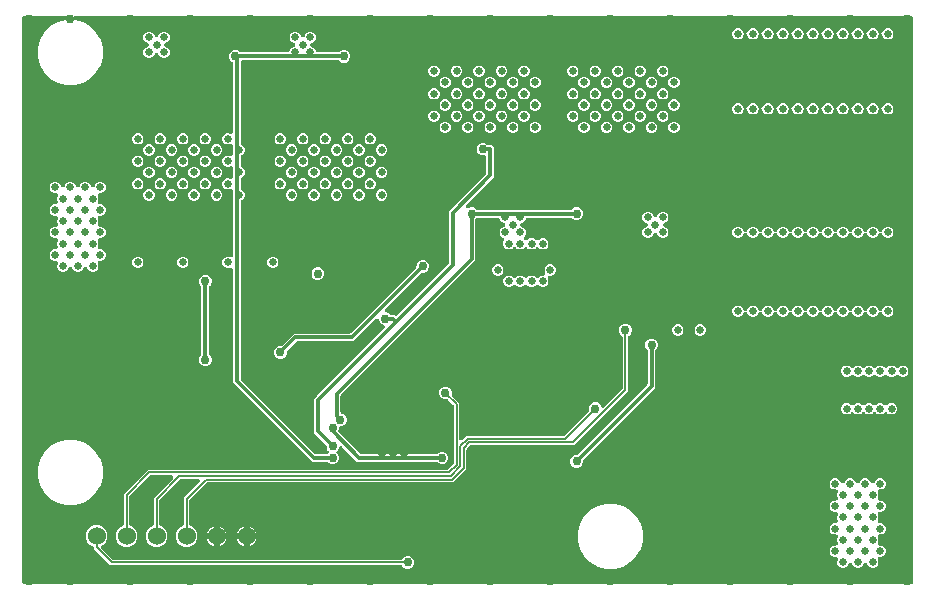
<source format=gbr>
G04 EAGLE Gerber RS-274X export*
G75*
%MOMM*%
%FSLAX34Y34*%
%LPD*%
%INEAGLE Copper Layer 15*%
%IPPOS*%
%AMOC8*
5,1,8,0,0,1.08239X$1,22.5*%
G01*
%ADD10C,1.524000*%
%ADD11C,0.756400*%
%ADD12C,0.355600*%
%ADD13C,0.656400*%
%ADD14C,0.152400*%

G36*
X762674Y6998D02*
X762674Y6998D01*
X762788Y7000D01*
X762861Y7018D01*
X762936Y7026D01*
X763044Y7061D01*
X763154Y7087D01*
X763222Y7120D01*
X763294Y7143D01*
X763392Y7201D01*
X763494Y7250D01*
X763553Y7296D01*
X763619Y7334D01*
X763702Y7411D01*
X763792Y7480D01*
X763840Y7538D01*
X763896Y7589D01*
X763961Y7681D01*
X764034Y7768D01*
X764070Y7834D01*
X764114Y7896D01*
X764158Y8000D01*
X764211Y8100D01*
X764232Y8173D01*
X764261Y8242D01*
X764283Y8354D01*
X764314Y8462D01*
X764321Y8553D01*
X764333Y8612D01*
X764332Y8673D01*
X764339Y8763D01*
X764339Y486412D01*
X764327Y486524D01*
X764325Y486638D01*
X764307Y486711D01*
X764299Y486786D01*
X764264Y486894D01*
X764238Y487004D01*
X764205Y487072D01*
X764182Y487144D01*
X764124Y487242D01*
X764075Y487344D01*
X764029Y487403D01*
X763991Y487469D01*
X763914Y487552D01*
X763845Y487642D01*
X763787Y487690D01*
X763736Y487746D01*
X763644Y487811D01*
X763557Y487884D01*
X763491Y487920D01*
X763429Y487964D01*
X763325Y488008D01*
X763225Y488061D01*
X763152Y488082D01*
X763083Y488111D01*
X762971Y488133D01*
X762863Y488164D01*
X762772Y488171D01*
X762713Y488183D01*
X762652Y488182D01*
X762562Y488189D01*
X55129Y488189D01*
X54985Y488174D01*
X54841Y488166D01*
X54798Y488154D01*
X54754Y488149D01*
X54617Y488104D01*
X54478Y488066D01*
X54439Y488045D01*
X54397Y488032D01*
X54272Y487958D01*
X54144Y487892D01*
X54110Y487863D01*
X54072Y487841D01*
X53965Y487743D01*
X53854Y487651D01*
X53827Y487616D01*
X53794Y487586D01*
X53711Y487468D01*
X53622Y487355D01*
X53602Y487315D01*
X53577Y487279D01*
X53520Y487146D01*
X53457Y487016D01*
X53447Y486973D01*
X53429Y486933D01*
X53402Y486791D01*
X53367Y486650D01*
X53366Y486606D01*
X53358Y486563D01*
X53361Y486418D01*
X53357Y486274D01*
X53365Y486231D01*
X53366Y486186D01*
X53399Y486046D01*
X53426Y485904D01*
X53443Y485863D01*
X53453Y485820D01*
X53515Y485690D01*
X53571Y485556D01*
X53596Y485520D01*
X53615Y485480D01*
X53703Y485366D01*
X53786Y485247D01*
X53818Y485217D01*
X53845Y485182D01*
X53956Y485089D01*
X54062Y484991D01*
X54099Y484968D01*
X54133Y484940D01*
X54261Y484872D01*
X54385Y484798D01*
X54433Y484781D01*
X54466Y484763D01*
X54538Y484743D01*
X54669Y484695D01*
X61438Y482882D01*
X67722Y479253D01*
X72853Y474122D01*
X76482Y467838D01*
X78360Y460828D01*
X78360Y453572D01*
X76482Y446562D01*
X72853Y440278D01*
X67722Y435147D01*
X61438Y431518D01*
X54428Y429640D01*
X47172Y429640D01*
X40162Y431518D01*
X33878Y435147D01*
X28747Y440278D01*
X25118Y446562D01*
X23240Y453572D01*
X23240Y460828D01*
X25118Y467838D01*
X28747Y474122D01*
X33878Y479253D01*
X40162Y482882D01*
X46931Y484695D01*
X47066Y484747D01*
X47203Y484793D01*
X47242Y484815D01*
X47283Y484831D01*
X47403Y484910D01*
X47528Y484983D01*
X47561Y485013D01*
X47598Y485037D01*
X47699Y485140D01*
X47806Y485238D01*
X47831Y485274D01*
X47862Y485305D01*
X47940Y485427D01*
X48023Y485545D01*
X48040Y485586D01*
X48064Y485623D01*
X48114Y485759D01*
X48171Y485892D01*
X48179Y485935D01*
X48194Y485976D01*
X48215Y486119D01*
X48242Y486261D01*
X48241Y486305D01*
X48248Y486349D01*
X48237Y486493D01*
X48234Y486638D01*
X48224Y486681D01*
X48221Y486725D01*
X48181Y486864D01*
X48147Y487004D01*
X48128Y487044D01*
X48116Y487086D01*
X48047Y487214D01*
X47985Y487344D01*
X47958Y487379D01*
X47937Y487418D01*
X47843Y487528D01*
X47755Y487642D01*
X47721Y487670D01*
X47692Y487704D01*
X47577Y487791D01*
X47467Y487884D01*
X47428Y487905D01*
X47393Y487932D01*
X47262Y487993D01*
X47134Y488061D01*
X47092Y488073D01*
X47052Y488092D01*
X46911Y488124D01*
X46772Y488164D01*
X46721Y488168D01*
X46685Y488176D01*
X46610Y488177D01*
X46471Y488189D01*
X11938Y488189D01*
X11826Y488177D01*
X11712Y488175D01*
X11639Y488157D01*
X11564Y488149D01*
X11456Y488114D01*
X11346Y488088D01*
X11278Y488055D01*
X11206Y488032D01*
X11108Y487974D01*
X11006Y487925D01*
X10947Y487879D01*
X10881Y487841D01*
X10798Y487764D01*
X10708Y487695D01*
X10660Y487637D01*
X10604Y487586D01*
X10539Y487494D01*
X10466Y487407D01*
X10430Y487341D01*
X10386Y487279D01*
X10342Y487175D01*
X10289Y487075D01*
X10268Y487002D01*
X10239Y486933D01*
X10217Y486821D01*
X10186Y486713D01*
X10179Y486622D01*
X10167Y486563D01*
X10168Y486502D01*
X10161Y486412D01*
X10161Y8763D01*
X10173Y8651D01*
X10175Y8537D01*
X10193Y8464D01*
X10201Y8389D01*
X10236Y8281D01*
X10262Y8171D01*
X10295Y8103D01*
X10318Y8031D01*
X10376Y7933D01*
X10425Y7831D01*
X10471Y7772D01*
X10509Y7706D01*
X10586Y7623D01*
X10655Y7533D01*
X10713Y7485D01*
X10764Y7429D01*
X10856Y7364D01*
X10943Y7291D01*
X11009Y7255D01*
X11071Y7211D01*
X11175Y7167D01*
X11275Y7114D01*
X11348Y7093D01*
X11417Y7064D01*
X11529Y7042D01*
X11637Y7011D01*
X11728Y7004D01*
X11787Y6992D01*
X11848Y6993D01*
X11938Y6986D01*
X762562Y6986D01*
X762674Y6998D01*
G37*
%LPC*%
G36*
X271769Y108542D02*
X271769Y108542D01*
X269818Y109350D01*
X269143Y110026D01*
X269010Y110132D01*
X268881Y110241D01*
X268864Y110250D01*
X268850Y110262D01*
X268698Y110339D01*
X268549Y110418D01*
X268530Y110423D01*
X268513Y110432D01*
X268349Y110475D01*
X268186Y110521D01*
X268165Y110522D01*
X268149Y110527D01*
X268083Y110529D01*
X267886Y110546D01*
X255916Y110546D01*
X188467Y177995D01*
X188467Y273326D01*
X188458Y273410D01*
X188459Y273495D01*
X188438Y273597D01*
X188427Y273700D01*
X188401Y273781D01*
X188384Y273864D01*
X188342Y273959D01*
X188310Y274058D01*
X188266Y274131D01*
X188232Y274209D01*
X188172Y274293D01*
X188119Y274382D01*
X188061Y274445D01*
X188012Y274514D01*
X187934Y274583D01*
X187864Y274660D01*
X187795Y274709D01*
X187732Y274766D01*
X187642Y274817D01*
X187557Y274877D01*
X187479Y274911D01*
X187405Y274953D01*
X187306Y274984D01*
X187211Y275025D01*
X187127Y275041D01*
X187046Y275067D01*
X186943Y275077D01*
X186841Y275097D01*
X186756Y275095D01*
X186671Y275103D01*
X186568Y275091D01*
X186464Y275089D01*
X186382Y275069D01*
X186297Y275059D01*
X186170Y275019D01*
X186098Y275001D01*
X186062Y274984D01*
X186010Y274968D01*
X185106Y274593D01*
X183194Y274593D01*
X181427Y275325D01*
X180075Y276677D01*
X179343Y278444D01*
X179343Y280356D01*
X180075Y282123D01*
X181427Y283475D01*
X183194Y284207D01*
X185106Y284207D01*
X186010Y283832D01*
X186092Y283808D01*
X186170Y283775D01*
X186271Y283755D01*
X186371Y283726D01*
X186456Y283720D01*
X186539Y283703D01*
X186643Y283706D01*
X186747Y283698D01*
X186831Y283710D01*
X186916Y283711D01*
X187017Y283736D01*
X187120Y283750D01*
X187199Y283779D01*
X187282Y283799D01*
X187376Y283843D01*
X187473Y283879D01*
X187545Y283924D01*
X187622Y283961D01*
X187704Y284024D01*
X187792Y284080D01*
X187852Y284139D01*
X187920Y284191D01*
X187987Y284271D01*
X188061Y284343D01*
X188108Y284414D01*
X188162Y284479D01*
X188211Y284571D01*
X188268Y284657D01*
X188299Y284736D01*
X188339Y284812D01*
X188367Y284911D01*
X188405Y285008D01*
X188419Y285092D01*
X188442Y285174D01*
X188453Y285307D01*
X188465Y285380D01*
X188463Y285420D01*
X188467Y285474D01*
X188467Y340001D01*
X188458Y340085D01*
X188459Y340170D01*
X188438Y340272D01*
X188427Y340375D01*
X188401Y340456D01*
X188384Y340539D01*
X188342Y340634D01*
X188310Y340733D01*
X188266Y340806D01*
X188232Y340884D01*
X188172Y340968D01*
X188119Y341057D01*
X188061Y341120D01*
X188012Y341189D01*
X187934Y341258D01*
X187864Y341335D01*
X187795Y341384D01*
X187732Y341441D01*
X187642Y341492D01*
X187557Y341552D01*
X187479Y341586D01*
X187405Y341628D01*
X187306Y341659D01*
X187211Y341700D01*
X187127Y341716D01*
X187046Y341742D01*
X186943Y341752D01*
X186841Y341772D01*
X186756Y341770D01*
X186671Y341778D01*
X186568Y341766D01*
X186464Y341764D01*
X186382Y341744D01*
X186297Y341734D01*
X186170Y341694D01*
X186098Y341676D01*
X186062Y341659D01*
X186010Y341643D01*
X185106Y341268D01*
X183194Y341268D01*
X181427Y342000D01*
X180075Y343352D01*
X179343Y345119D01*
X179343Y347031D01*
X180075Y348798D01*
X181427Y350150D01*
X183194Y350882D01*
X185106Y350882D01*
X186010Y350507D01*
X186092Y350483D01*
X186170Y350450D01*
X186271Y350430D01*
X186371Y350401D01*
X186456Y350395D01*
X186539Y350378D01*
X186643Y350381D01*
X186747Y350373D01*
X186831Y350385D01*
X186916Y350386D01*
X187017Y350411D01*
X187120Y350425D01*
X187199Y350454D01*
X187282Y350474D01*
X187376Y350518D01*
X187473Y350554D01*
X187545Y350599D01*
X187622Y350636D01*
X187704Y350699D01*
X187792Y350755D01*
X187852Y350814D01*
X187920Y350866D01*
X187987Y350946D01*
X188061Y351018D01*
X188108Y351089D01*
X188162Y351154D01*
X188211Y351246D01*
X188268Y351332D01*
X188299Y351411D01*
X188339Y351487D01*
X188367Y351586D01*
X188405Y351683D01*
X188419Y351767D01*
X188442Y351849D01*
X188453Y351982D01*
X188465Y352055D01*
X188463Y352095D01*
X188467Y352149D01*
X188467Y359051D01*
X188458Y359135D01*
X188459Y359220D01*
X188438Y359322D01*
X188427Y359425D01*
X188401Y359506D01*
X188384Y359589D01*
X188342Y359684D01*
X188310Y359783D01*
X188266Y359856D01*
X188232Y359934D01*
X188172Y360018D01*
X188119Y360107D01*
X188061Y360170D01*
X188012Y360239D01*
X187934Y360308D01*
X187864Y360385D01*
X187795Y360434D01*
X187732Y360491D01*
X187642Y360542D01*
X187557Y360602D01*
X187479Y360636D01*
X187405Y360678D01*
X187306Y360709D01*
X187211Y360750D01*
X187127Y360766D01*
X187046Y360792D01*
X186943Y360802D01*
X186841Y360822D01*
X186756Y360820D01*
X186671Y360828D01*
X186568Y360816D01*
X186464Y360814D01*
X186382Y360794D01*
X186297Y360784D01*
X186170Y360744D01*
X186098Y360726D01*
X186062Y360709D01*
X186010Y360693D01*
X185106Y360318D01*
X183194Y360318D01*
X181427Y361050D01*
X180075Y362402D01*
X179343Y364169D01*
X179343Y366081D01*
X180075Y367848D01*
X181427Y369200D01*
X183194Y369932D01*
X185106Y369932D01*
X186010Y369557D01*
X186092Y369533D01*
X186170Y369500D01*
X186271Y369480D01*
X186371Y369451D01*
X186456Y369445D01*
X186539Y369428D01*
X186643Y369431D01*
X186747Y369423D01*
X186831Y369435D01*
X186916Y369436D01*
X187017Y369461D01*
X187120Y369475D01*
X187199Y369504D01*
X187282Y369524D01*
X187376Y369568D01*
X187473Y369604D01*
X187545Y369649D01*
X187622Y369686D01*
X187704Y369749D01*
X187792Y369805D01*
X187852Y369864D01*
X187920Y369916D01*
X187987Y369996D01*
X188061Y370068D01*
X188108Y370139D01*
X188162Y370204D01*
X188211Y370296D01*
X188268Y370382D01*
X188299Y370461D01*
X188339Y370537D01*
X188367Y370636D01*
X188405Y370733D01*
X188419Y370817D01*
X188442Y370899D01*
X188453Y371032D01*
X188465Y371105D01*
X188463Y371145D01*
X188467Y371199D01*
X188467Y378101D01*
X188458Y378185D01*
X188459Y378270D01*
X188438Y378372D01*
X188427Y378475D01*
X188401Y378556D01*
X188384Y378639D01*
X188342Y378734D01*
X188310Y378833D01*
X188266Y378906D01*
X188232Y378984D01*
X188172Y379068D01*
X188119Y379157D01*
X188061Y379220D01*
X188012Y379289D01*
X187934Y379358D01*
X187864Y379435D01*
X187795Y379484D01*
X187732Y379541D01*
X187642Y379592D01*
X187557Y379652D01*
X187479Y379686D01*
X187405Y379728D01*
X187306Y379759D01*
X187211Y379800D01*
X187127Y379816D01*
X187046Y379842D01*
X186943Y379852D01*
X186841Y379872D01*
X186756Y379870D01*
X186671Y379878D01*
X186568Y379866D01*
X186464Y379864D01*
X186382Y379844D01*
X186297Y379834D01*
X186170Y379794D01*
X186098Y379776D01*
X186062Y379759D01*
X186010Y379743D01*
X185106Y379368D01*
X183194Y379368D01*
X181427Y380100D01*
X180075Y381452D01*
X179343Y383219D01*
X179343Y385131D01*
X180075Y386898D01*
X181427Y388250D01*
X183194Y388982D01*
X185106Y388982D01*
X186010Y388607D01*
X186092Y388583D01*
X186170Y388550D01*
X186271Y388530D01*
X186371Y388501D01*
X186456Y388495D01*
X186539Y388478D01*
X186643Y388481D01*
X186747Y388473D01*
X186831Y388485D01*
X186916Y388486D01*
X187017Y388511D01*
X187120Y388525D01*
X187199Y388554D01*
X187282Y388574D01*
X187376Y388618D01*
X187473Y388654D01*
X187545Y388699D01*
X187622Y388736D01*
X187704Y388799D01*
X187792Y388855D01*
X187852Y388914D01*
X187920Y388966D01*
X187987Y389046D01*
X188061Y389118D01*
X188108Y389189D01*
X188162Y389254D01*
X188211Y389346D01*
X188268Y389432D01*
X188299Y389511D01*
X188339Y389587D01*
X188367Y389686D01*
X188405Y389783D01*
X188419Y389867D01*
X188442Y389949D01*
X188453Y390082D01*
X188465Y390155D01*
X188463Y390195D01*
X188467Y390249D01*
X188467Y447936D01*
X188452Y448076D01*
X188445Y448217D01*
X188432Y448263D01*
X188427Y448310D01*
X188383Y448444D01*
X188346Y448581D01*
X188324Y448623D01*
X188310Y448668D01*
X188238Y448790D01*
X188173Y448915D01*
X188143Y448951D01*
X188119Y448992D01*
X188023Y449096D01*
X187933Y449206D01*
X187896Y449235D01*
X187864Y449270D01*
X187749Y449351D01*
X187638Y449439D01*
X187590Y449464D01*
X187557Y449487D01*
X187515Y449505D01*
X186001Y451019D01*
X185193Y452969D01*
X185193Y455081D01*
X186001Y457031D01*
X187494Y458524D01*
X189444Y459332D01*
X191556Y459332D01*
X193506Y458524D01*
X194182Y457848D01*
X194314Y457742D01*
X194443Y457633D01*
X194460Y457624D01*
X194475Y457612D01*
X194626Y457535D01*
X194775Y457456D01*
X194794Y457451D01*
X194811Y457442D01*
X194975Y457399D01*
X195138Y457353D01*
X195159Y457352D01*
X195175Y457347D01*
X195241Y457345D01*
X195438Y457328D01*
X234963Y457328D01*
X235103Y457343D01*
X235244Y457350D01*
X235290Y457363D01*
X235337Y457368D01*
X235472Y457412D01*
X235608Y457449D01*
X235650Y457471D01*
X235695Y457485D01*
X235817Y457557D01*
X235942Y457622D01*
X235979Y457652D01*
X236019Y457676D01*
X236123Y457772D01*
X236232Y457862D01*
X236262Y457899D01*
X236297Y457931D01*
X236378Y458046D01*
X236466Y458157D01*
X236491Y458205D01*
X236514Y458238D01*
X236543Y458306D01*
X236605Y458425D01*
X237225Y459923D01*
X238577Y461275D01*
X240106Y461908D01*
X240155Y461935D01*
X240209Y461955D01*
X240320Y462025D01*
X240436Y462088D01*
X240479Y462125D01*
X240527Y462155D01*
X240622Y462248D01*
X240722Y462334D01*
X240756Y462379D01*
X240796Y462419D01*
X240869Y462529D01*
X240949Y462634D01*
X240973Y462686D01*
X241004Y462733D01*
X241052Y462856D01*
X241107Y462976D01*
X241120Y463031D01*
X241141Y463084D01*
X241161Y463214D01*
X241191Y463343D01*
X241191Y463400D01*
X241200Y463456D01*
X241193Y463587D01*
X241195Y463719D01*
X241183Y463775D01*
X241180Y463832D01*
X241146Y463959D01*
X241119Y464088D01*
X241096Y464140D01*
X241082Y464195D01*
X241021Y464312D01*
X240968Y464433D01*
X240935Y464479D01*
X240908Y464529D01*
X240824Y464631D01*
X240747Y464738D01*
X240705Y464776D01*
X240669Y464820D01*
X240565Y464902D01*
X240467Y464990D01*
X240418Y465018D01*
X240373Y465053D01*
X240198Y465144D01*
X240140Y465177D01*
X240125Y465182D01*
X240106Y465192D01*
X238577Y465825D01*
X237225Y467177D01*
X236493Y468944D01*
X236493Y470856D01*
X237225Y472623D01*
X238577Y473975D01*
X240344Y474707D01*
X242256Y474707D01*
X244023Y473975D01*
X245375Y472623D01*
X246008Y471094D01*
X246035Y471045D01*
X246055Y470991D01*
X246125Y470880D01*
X246188Y470764D01*
X246225Y470721D01*
X246255Y470673D01*
X246348Y470579D01*
X246434Y470478D01*
X246479Y470444D01*
X246519Y470404D01*
X246629Y470331D01*
X246734Y470251D01*
X246786Y470227D01*
X246833Y470196D01*
X246956Y470148D01*
X247076Y470093D01*
X247131Y470080D01*
X247184Y470059D01*
X247314Y470039D01*
X247443Y470009D01*
X247500Y470009D01*
X247556Y470000D01*
X247687Y470007D01*
X247819Y470005D01*
X247875Y470017D01*
X247932Y470020D01*
X248059Y470054D01*
X248188Y470081D01*
X248240Y470104D01*
X248295Y470118D01*
X248412Y470179D01*
X248533Y470232D01*
X248579Y470265D01*
X248629Y470291D01*
X248731Y470375D01*
X248838Y470453D01*
X248876Y470495D01*
X248920Y470531D01*
X249002Y470634D01*
X249090Y470733D01*
X249118Y470782D01*
X249153Y470827D01*
X249244Y471002D01*
X249277Y471060D01*
X249282Y471075D01*
X249292Y471094D01*
X249925Y472623D01*
X251277Y473975D01*
X253044Y474707D01*
X254956Y474707D01*
X256723Y473975D01*
X258075Y472623D01*
X258807Y470856D01*
X258807Y468944D01*
X258075Y467177D01*
X256723Y465825D01*
X255194Y465192D01*
X255145Y465165D01*
X255091Y465145D01*
X254980Y465075D01*
X254864Y465012D01*
X254821Y464975D01*
X254773Y464945D01*
X254679Y464852D01*
X254578Y464766D01*
X254544Y464721D01*
X254504Y464681D01*
X254431Y464571D01*
X254351Y464466D01*
X254327Y464414D01*
X254296Y464367D01*
X254248Y464244D01*
X254193Y464124D01*
X254180Y464069D01*
X254159Y464016D01*
X254139Y463886D01*
X254109Y463757D01*
X254109Y463700D01*
X254100Y463644D01*
X254107Y463513D01*
X254105Y463381D01*
X254117Y463325D01*
X254120Y463268D01*
X254154Y463141D01*
X254181Y463012D01*
X254204Y462960D01*
X254218Y462905D01*
X254279Y462788D01*
X254332Y462667D01*
X254365Y462621D01*
X254391Y462571D01*
X254475Y462469D01*
X254553Y462362D01*
X254595Y462324D01*
X254631Y462280D01*
X254734Y462198D01*
X254833Y462110D01*
X254882Y462082D01*
X254927Y462047D01*
X255102Y461956D01*
X255160Y461923D01*
X255175Y461918D01*
X255194Y461908D01*
X256723Y461275D01*
X258075Y459923D01*
X258695Y458425D01*
X258763Y458300D01*
X258824Y458173D01*
X258853Y458136D01*
X258876Y458094D01*
X258968Y457987D01*
X259054Y457875D01*
X259090Y457845D01*
X259121Y457809D01*
X259234Y457724D01*
X259342Y457633D01*
X259384Y457610D01*
X259422Y457582D01*
X259550Y457522D01*
X259675Y457456D01*
X259720Y457443D01*
X259763Y457423D01*
X259901Y457392D01*
X260037Y457353D01*
X260091Y457349D01*
X260130Y457340D01*
X260205Y457339D01*
X260337Y457328D01*
X277637Y457328D01*
X277806Y457346D01*
X277974Y457360D01*
X277992Y457366D01*
X278011Y457368D01*
X278172Y457421D01*
X278334Y457470D01*
X278351Y457480D01*
X278369Y457485D01*
X278515Y457571D01*
X278663Y457654D01*
X278679Y457668D01*
X278693Y457676D01*
X278742Y457721D01*
X278893Y457848D01*
X279569Y458524D01*
X281519Y459332D01*
X283631Y459332D01*
X285581Y458524D01*
X287074Y457031D01*
X287882Y455081D01*
X287882Y452969D01*
X287074Y451019D01*
X285581Y449526D01*
X283631Y448718D01*
X281519Y448718D01*
X279569Y449526D01*
X278893Y450202D01*
X278761Y450308D01*
X278632Y450417D01*
X278615Y450426D01*
X278600Y450438D01*
X278449Y450515D01*
X278300Y450594D01*
X278281Y450599D01*
X278264Y450608D01*
X278100Y450651D01*
X277937Y450697D01*
X277916Y450698D01*
X277900Y450703D01*
X277834Y450705D01*
X277637Y450722D01*
X196850Y450722D01*
X196738Y450710D01*
X196624Y450708D01*
X196551Y450690D01*
X196476Y450682D01*
X196368Y450647D01*
X196258Y450621D01*
X196190Y450588D01*
X196118Y450565D01*
X196020Y450507D01*
X195918Y450458D01*
X195859Y450412D01*
X195793Y450374D01*
X195710Y450297D01*
X195620Y450228D01*
X195572Y450170D01*
X195516Y450119D01*
X195451Y450027D01*
X195378Y449940D01*
X195342Y449874D01*
X195298Y449812D01*
X195254Y449708D01*
X195201Y449608D01*
X195180Y449535D01*
X195151Y449466D01*
X195129Y449354D01*
X195098Y449246D01*
X195091Y449155D01*
X195079Y449096D01*
X195080Y449035D01*
X195073Y448945D01*
X195073Y380461D01*
X195088Y380321D01*
X195095Y380180D01*
X195108Y380134D01*
X195113Y380087D01*
X195157Y379953D01*
X195194Y379816D01*
X195216Y379774D01*
X195230Y379729D01*
X195302Y379607D01*
X195367Y379482D01*
X195397Y379445D01*
X195421Y379405D01*
X195517Y379301D01*
X195607Y379191D01*
X195644Y379162D01*
X195676Y379127D01*
X195791Y379046D01*
X195902Y378958D01*
X195951Y378933D01*
X195983Y378910D01*
X196051Y378881D01*
X196170Y378819D01*
X196398Y378725D01*
X197750Y377373D01*
X198482Y375606D01*
X198482Y373694D01*
X197750Y371927D01*
X196398Y370575D01*
X196170Y370481D01*
X196046Y370413D01*
X195918Y370352D01*
X195881Y370323D01*
X195839Y370301D01*
X195732Y370208D01*
X195620Y370122D01*
X195590Y370086D01*
X195554Y370055D01*
X195469Y369942D01*
X195378Y369834D01*
X195355Y369792D01*
X195327Y369754D01*
X195267Y369627D01*
X195201Y369501D01*
X195188Y369456D01*
X195168Y369413D01*
X195137Y369275D01*
X195098Y369139D01*
X195094Y369085D01*
X195085Y369046D01*
X195084Y368972D01*
X195073Y368839D01*
X195073Y361411D01*
X195088Y361271D01*
X195095Y361130D01*
X195108Y361084D01*
X195113Y361037D01*
X195157Y360903D01*
X195194Y360766D01*
X195216Y360724D01*
X195230Y360679D01*
X195302Y360557D01*
X195367Y360432D01*
X195397Y360395D01*
X195421Y360355D01*
X195517Y360251D01*
X195607Y360141D01*
X195644Y360112D01*
X195676Y360077D01*
X195791Y359996D01*
X195902Y359908D01*
X195951Y359883D01*
X195983Y359860D01*
X196051Y359831D01*
X196170Y359769D01*
X196398Y359675D01*
X197750Y358323D01*
X198482Y356556D01*
X198482Y354644D01*
X197750Y352877D01*
X196398Y351525D01*
X196170Y351431D01*
X196046Y351363D01*
X195918Y351302D01*
X195881Y351273D01*
X195839Y351251D01*
X195732Y351158D01*
X195620Y351072D01*
X195590Y351036D01*
X195554Y351005D01*
X195469Y350892D01*
X195378Y350784D01*
X195355Y350742D01*
X195327Y350704D01*
X195267Y350577D01*
X195201Y350451D01*
X195188Y350406D01*
X195168Y350363D01*
X195137Y350225D01*
X195098Y350089D01*
X195094Y350035D01*
X195085Y349996D01*
X195084Y349922D01*
X195073Y349789D01*
X195073Y342361D01*
X195088Y342221D01*
X195095Y342080D01*
X195108Y342034D01*
X195113Y341987D01*
X195157Y341853D01*
X195194Y341716D01*
X195216Y341674D01*
X195230Y341629D01*
X195302Y341507D01*
X195367Y341382D01*
X195397Y341345D01*
X195421Y341305D01*
X195517Y341201D01*
X195607Y341091D01*
X195644Y341062D01*
X195676Y341027D01*
X195791Y340946D01*
X195902Y340858D01*
X195951Y340833D01*
X195983Y340810D01*
X196051Y340781D01*
X196170Y340719D01*
X196398Y340625D01*
X197750Y339273D01*
X198482Y337506D01*
X198482Y335594D01*
X197750Y333827D01*
X196398Y332475D01*
X196170Y332381D01*
X196046Y332313D01*
X195918Y332252D01*
X195881Y332223D01*
X195839Y332201D01*
X195732Y332108D01*
X195620Y332022D01*
X195590Y331986D01*
X195554Y331955D01*
X195469Y331842D01*
X195378Y331734D01*
X195355Y331692D01*
X195327Y331654D01*
X195267Y331527D01*
X195201Y331401D01*
X195188Y331356D01*
X195168Y331313D01*
X195137Y331175D01*
X195098Y331039D01*
X195094Y330985D01*
X195085Y330946D01*
X195084Y330872D01*
X195073Y330739D01*
X195073Y181467D01*
X195091Y181298D01*
X195105Y181130D01*
X195111Y181111D01*
X195113Y181092D01*
X195166Y180931D01*
X195215Y180770D01*
X195225Y180753D01*
X195230Y180735D01*
X195316Y180588D01*
X195399Y180441D01*
X195413Y180424D01*
X195421Y180410D01*
X195466Y180361D01*
X195593Y180210D01*
X258131Y117672D01*
X258263Y117566D01*
X258393Y117457D01*
X258409Y117448D01*
X258424Y117436D01*
X258576Y117359D01*
X258725Y117280D01*
X258743Y117275D01*
X258760Y117266D01*
X258924Y117223D01*
X259087Y117177D01*
X259109Y117176D01*
X259125Y117171D01*
X259191Y117169D01*
X259388Y117152D01*
X267886Y117152D01*
X268054Y117170D01*
X268222Y117184D01*
X268241Y117190D01*
X268260Y117192D01*
X268421Y117245D01*
X268582Y117294D01*
X268599Y117303D01*
X268618Y117309D01*
X268734Y117378D01*
X268740Y117380D01*
X268753Y117389D01*
X268764Y117395D01*
X268911Y117477D01*
X268928Y117491D01*
X268943Y117500D01*
X268992Y117545D01*
X269022Y117570D01*
X269052Y117591D01*
X269077Y117617D01*
X269142Y117671D01*
X269163Y117692D01*
X269193Y117730D01*
X269220Y117755D01*
X269233Y117774D01*
X269238Y117778D01*
X269257Y117805D01*
X269313Y117863D01*
X269352Y117927D01*
X269399Y117985D01*
X269436Y118058D01*
X269456Y118086D01*
X269469Y118116D01*
X269510Y118184D01*
X269535Y118254D01*
X269569Y118321D01*
X269589Y118399D01*
X269604Y118432D01*
X269610Y118466D01*
X269636Y118539D01*
X269645Y118613D01*
X269664Y118685D01*
X269668Y118763D01*
X269675Y118802D01*
X269674Y118839D01*
X269684Y118912D01*
X269677Y118987D01*
X269681Y119062D01*
X269668Y119135D01*
X269667Y119178D01*
X269658Y119218D01*
X269652Y119287D01*
X269630Y119359D01*
X269617Y119433D01*
X269591Y119498D01*
X269580Y119544D01*
X269561Y119585D01*
X269542Y119647D01*
X269505Y119713D01*
X269477Y119782D01*
X269440Y119837D01*
X269418Y119884D01*
X269387Y119924D01*
X269358Y119976D01*
X269300Y120045D01*
X269266Y120094D01*
X269223Y120136D01*
X269187Y120182D01*
X269176Y120192D01*
X269164Y120207D01*
X268551Y120819D01*
X267743Y122769D01*
X267743Y123725D01*
X267725Y123894D01*
X267711Y124062D01*
X267705Y124080D01*
X267703Y124099D01*
X267650Y124260D01*
X267601Y124422D01*
X267591Y124439D01*
X267586Y124457D01*
X267500Y124603D01*
X267417Y124751D01*
X267403Y124767D01*
X267395Y124782D01*
X267350Y124830D01*
X267223Y124982D01*
X257047Y135157D01*
X257047Y164027D01*
X259503Y166482D01*
X316716Y223696D01*
X316770Y223762D01*
X316830Y223821D01*
X316887Y223908D01*
X316953Y223989D01*
X316991Y224065D01*
X317038Y224136D01*
X317075Y224232D01*
X317122Y224325D01*
X317144Y224407D01*
X317174Y224486D01*
X317191Y224589D01*
X317217Y224689D01*
X317221Y224774D01*
X317234Y224858D01*
X317229Y224962D01*
X317233Y225066D01*
X317219Y225149D01*
X317214Y225234D01*
X317187Y225334D01*
X317169Y225437D01*
X317138Y225516D01*
X317115Y225598D01*
X317068Y225690D01*
X317029Y225786D01*
X316981Y225857D01*
X316942Y225932D01*
X316876Y226012D01*
X316818Y226098D01*
X316757Y226157D01*
X316703Y226222D01*
X316621Y226287D01*
X316546Y226359D01*
X316474Y226403D01*
X316407Y226456D01*
X316289Y226517D01*
X316226Y226556D01*
X316188Y226569D01*
X316140Y226595D01*
X314494Y227276D01*
X313001Y228769D01*
X312105Y230934D01*
X312064Y231008D01*
X312032Y231087D01*
X311974Y231173D01*
X311924Y231264D01*
X311869Y231329D01*
X311821Y231399D01*
X311747Y231471D01*
X311679Y231549D01*
X311611Y231601D01*
X311550Y231660D01*
X311461Y231714D01*
X311378Y231777D01*
X311301Y231812D01*
X311229Y231857D01*
X311131Y231892D01*
X311037Y231935D01*
X310954Y231954D01*
X310874Y231982D01*
X310771Y231996D01*
X310670Y232019D01*
X310585Y232019D01*
X310500Y232030D01*
X310397Y232021D01*
X310293Y232023D01*
X310210Y232006D01*
X310125Y231998D01*
X310026Y231968D01*
X309924Y231947D01*
X309847Y231913D01*
X309765Y231888D01*
X309674Y231837D01*
X309580Y231796D01*
X309511Y231746D01*
X309436Y231705D01*
X309334Y231618D01*
X309274Y231575D01*
X309248Y231545D01*
X309206Y231510D01*
X290293Y212597D01*
X243404Y212597D01*
X243235Y212579D01*
X243067Y212565D01*
X243049Y212559D01*
X243030Y212557D01*
X242869Y212504D01*
X242707Y212455D01*
X242690Y212445D01*
X242672Y212440D01*
X242526Y212354D01*
X242378Y212271D01*
X242362Y212257D01*
X242347Y212249D01*
X242298Y212204D01*
X242147Y212077D01*
X234427Y204357D01*
X234321Y204224D01*
X234212Y204095D01*
X234203Y204078D01*
X234191Y204064D01*
X234114Y203912D01*
X234035Y203763D01*
X234030Y203744D01*
X234021Y203727D01*
X233978Y203563D01*
X233932Y203400D01*
X233931Y203379D01*
X233926Y203363D01*
X233924Y203297D01*
X233907Y203100D01*
X233907Y202144D01*
X233099Y200194D01*
X231606Y198701D01*
X229656Y197893D01*
X227544Y197893D01*
X225594Y198701D01*
X224101Y200194D01*
X223293Y202144D01*
X223293Y204256D01*
X224101Y206206D01*
X225594Y207699D01*
X227544Y208507D01*
X228500Y208507D01*
X228669Y208525D01*
X228837Y208539D01*
X228855Y208545D01*
X228874Y208547D01*
X229035Y208600D01*
X229197Y208649D01*
X229214Y208659D01*
X229232Y208664D01*
X229378Y208750D01*
X229526Y208833D01*
X229542Y208847D01*
X229557Y208855D01*
X229605Y208900D01*
X229757Y209027D01*
X239932Y219203D01*
X286821Y219203D01*
X286990Y219221D01*
X287158Y219235D01*
X287176Y219241D01*
X287195Y219243D01*
X287356Y219296D01*
X287518Y219345D01*
X287535Y219355D01*
X287553Y219360D01*
X287699Y219446D01*
X287847Y219529D01*
X287863Y219543D01*
X287878Y219551D01*
X287926Y219596D01*
X288078Y219723D01*
X343423Y275068D01*
X343529Y275201D01*
X343638Y275330D01*
X343647Y275347D01*
X343659Y275361D01*
X343736Y275513D01*
X343815Y275662D01*
X343820Y275681D01*
X343829Y275698D01*
X343872Y275862D01*
X343918Y276025D01*
X343919Y276046D01*
X343924Y276062D01*
X343926Y276128D01*
X343943Y276325D01*
X343943Y277281D01*
X344751Y279231D01*
X346244Y280724D01*
X348194Y281532D01*
X350306Y281532D01*
X352256Y280724D01*
X353749Y279231D01*
X354557Y277281D01*
X354557Y275169D01*
X353749Y273219D01*
X352256Y271726D01*
X350306Y270918D01*
X349350Y270918D01*
X349181Y270900D01*
X349013Y270886D01*
X348995Y270880D01*
X348976Y270878D01*
X348815Y270825D01*
X348653Y270776D01*
X348636Y270766D01*
X348618Y270761D01*
X348472Y270675D01*
X348324Y270592D01*
X348308Y270578D01*
X348293Y270570D01*
X348245Y270525D01*
X348093Y270398D01*
X317765Y240069D01*
X317711Y240003D01*
X317651Y239944D01*
X317594Y239857D01*
X317528Y239776D01*
X317490Y239700D01*
X317443Y239629D01*
X317406Y239533D01*
X317359Y239440D01*
X317337Y239358D01*
X317307Y239279D01*
X317290Y239176D01*
X317264Y239076D01*
X317260Y238991D01*
X317247Y238907D01*
X317252Y238803D01*
X317248Y238699D01*
X317262Y238615D01*
X317267Y238531D01*
X317294Y238431D01*
X317312Y238328D01*
X317343Y238249D01*
X317366Y238167D01*
X317413Y238075D01*
X317452Y237979D01*
X317500Y237908D01*
X317539Y237833D01*
X317605Y237753D01*
X317663Y237667D01*
X317724Y237608D01*
X317778Y237543D01*
X317860Y237478D01*
X317935Y237406D01*
X318007Y237362D01*
X318074Y237309D01*
X318192Y237248D01*
X318255Y237209D01*
X318293Y237196D01*
X318341Y237170D01*
X320506Y236274D01*
X321182Y235598D01*
X321314Y235492D01*
X321443Y235383D01*
X321460Y235374D01*
X321475Y235362D01*
X321626Y235285D01*
X321775Y235206D01*
X321794Y235201D01*
X321811Y235192D01*
X321975Y235149D01*
X322138Y235103D01*
X322159Y235102D01*
X322175Y235097D01*
X322241Y235095D01*
X322438Y235078D01*
X325218Y235078D01*
X325401Y234894D01*
X325489Y234823D01*
X325571Y234745D01*
X325635Y234705D01*
X325694Y234658D01*
X325795Y234607D01*
X325892Y234548D01*
X325963Y234522D01*
X326030Y234488D01*
X326140Y234460D01*
X326247Y234422D01*
X326322Y234413D01*
X326395Y234394D01*
X326508Y234389D01*
X326620Y234374D01*
X326695Y234381D01*
X326771Y234378D01*
X326883Y234397D01*
X326995Y234406D01*
X327068Y234428D01*
X327142Y234441D01*
X327247Y234483D01*
X327355Y234516D01*
X327421Y234553D01*
X327492Y234582D01*
X327585Y234645D01*
X327684Y234700D01*
X327753Y234758D01*
X327803Y234792D01*
X327845Y234836D01*
X327915Y234894D01*
X370827Y277806D01*
X370933Y277939D01*
X371042Y278068D01*
X371051Y278085D01*
X371063Y278099D01*
X371140Y278251D01*
X371219Y278400D01*
X371224Y278419D01*
X371233Y278436D01*
X371275Y278599D01*
X371322Y278763D01*
X371323Y278784D01*
X371328Y278800D01*
X371330Y278866D01*
X371347Y279063D01*
X371347Y322777D01*
X402577Y354006D01*
X402683Y354139D01*
X402792Y354268D01*
X402801Y354285D01*
X402813Y354299D01*
X402890Y354451D01*
X402969Y354600D01*
X402974Y354619D01*
X402983Y354636D01*
X403026Y354800D01*
X403072Y354963D01*
X403073Y354984D01*
X403078Y355000D01*
X403080Y355066D01*
X403089Y355166D01*
X403091Y355176D01*
X403091Y355186D01*
X403097Y355263D01*
X403097Y368300D01*
X403085Y368412D01*
X403083Y368526D01*
X403065Y368599D01*
X403057Y368674D01*
X403022Y368782D01*
X402996Y368892D01*
X402963Y368960D01*
X402940Y369032D01*
X402882Y369130D01*
X402833Y369232D01*
X402787Y369291D01*
X402749Y369357D01*
X402672Y369440D01*
X402603Y369530D01*
X402545Y369578D01*
X402494Y369634D01*
X402402Y369699D01*
X402315Y369772D01*
X402249Y369808D01*
X402187Y369852D01*
X402083Y369896D01*
X401983Y369949D01*
X401910Y369970D01*
X401841Y369999D01*
X401729Y370021D01*
X401621Y370052D01*
X401530Y370059D01*
X401471Y370071D01*
X401410Y370070D01*
X401320Y370077D01*
X398994Y370077D01*
X397044Y370885D01*
X395551Y372378D01*
X394743Y374328D01*
X394743Y376440D01*
X395551Y378390D01*
X397044Y379883D01*
X398994Y380691D01*
X401106Y380691D01*
X403056Y379883D01*
X403732Y379207D01*
X403864Y379100D01*
X403993Y378992D01*
X404010Y378983D01*
X404025Y378971D01*
X404176Y378894D01*
X404325Y378815D01*
X404344Y378810D01*
X404361Y378801D01*
X404525Y378758D01*
X404688Y378712D01*
X404709Y378711D01*
X404725Y378706D01*
X404791Y378704D01*
X404988Y378687D01*
X407768Y378687D01*
X409703Y376752D01*
X409703Y351791D01*
X386269Y328357D01*
X386251Y328335D01*
X386229Y328316D01*
X386133Y328188D01*
X386032Y328064D01*
X386019Y328039D01*
X386002Y328016D01*
X385935Y327871D01*
X385863Y327728D01*
X385855Y327700D01*
X385843Y327674D01*
X385808Y327518D01*
X385768Y327363D01*
X385766Y327335D01*
X385760Y327307D01*
X385758Y327147D01*
X385752Y326987D01*
X385756Y326959D01*
X385756Y326931D01*
X385788Y326774D01*
X385815Y326616D01*
X385826Y326590D01*
X385832Y326562D01*
X385896Y326415D01*
X385956Y326267D01*
X385972Y326243D01*
X385983Y326217D01*
X386077Y326087D01*
X386166Y325955D01*
X386187Y325935D01*
X386204Y325912D01*
X386323Y325805D01*
X386438Y325694D01*
X386462Y325679D01*
X386484Y325660D01*
X386623Y325580D01*
X386759Y325497D01*
X386786Y325487D01*
X386810Y325473D01*
X386963Y325424D01*
X387114Y325371D01*
X387142Y325368D01*
X387169Y325359D01*
X387329Y325344D01*
X387487Y325323D01*
X387516Y325326D01*
X387544Y325323D01*
X387703Y325342D01*
X387863Y325355D01*
X387890Y325363D01*
X387918Y325367D01*
X388205Y325458D01*
X389469Y325982D01*
X391581Y325982D01*
X393531Y325174D01*
X394207Y324498D01*
X394339Y324392D01*
X394468Y324283D01*
X394485Y324274D01*
X394500Y324262D01*
X394651Y324185D01*
X394800Y324106D01*
X394819Y324101D01*
X394836Y324092D01*
X395000Y324049D01*
X395163Y324003D01*
X395184Y324002D01*
X395200Y323997D01*
X395266Y323995D01*
X395463Y323978D01*
X474487Y323978D01*
X474656Y323996D01*
X474824Y324010D01*
X474842Y324016D01*
X474861Y324018D01*
X475022Y324071D01*
X475184Y324120D01*
X475201Y324130D01*
X475219Y324135D01*
X475365Y324221D01*
X475513Y324304D01*
X475529Y324318D01*
X475543Y324326D01*
X475592Y324371D01*
X475743Y324498D01*
X476419Y325174D01*
X478369Y325982D01*
X480481Y325982D01*
X482431Y325174D01*
X483924Y323681D01*
X484732Y321731D01*
X484732Y319619D01*
X483924Y317669D01*
X482431Y316176D01*
X480481Y315368D01*
X478369Y315368D01*
X476419Y316176D01*
X475743Y316852D01*
X475611Y316958D01*
X475482Y317067D01*
X475465Y317076D01*
X475450Y317088D01*
X475299Y317165D01*
X475150Y317244D01*
X475131Y317249D01*
X475114Y317258D01*
X474950Y317301D01*
X474787Y317347D01*
X474766Y317348D01*
X474750Y317353D01*
X474684Y317355D01*
X474487Y317372D01*
X438137Y317372D01*
X437997Y317357D01*
X437856Y317350D01*
X437810Y317337D01*
X437763Y317332D01*
X437628Y317288D01*
X437492Y317251D01*
X437450Y317229D01*
X437405Y317215D01*
X437283Y317143D01*
X437158Y317078D01*
X437122Y317048D01*
X437081Y317024D01*
X436976Y316928D01*
X436867Y316838D01*
X436838Y316801D01*
X436803Y316769D01*
X436722Y316654D01*
X436634Y316543D01*
X436609Y316495D01*
X436586Y316462D01*
X436557Y316394D01*
X436495Y316275D01*
X435875Y314777D01*
X434523Y313425D01*
X432994Y312792D01*
X432944Y312765D01*
X432891Y312745D01*
X432780Y312675D01*
X432664Y312612D01*
X432621Y312575D01*
X432573Y312545D01*
X432478Y312452D01*
X432378Y312366D01*
X432344Y312321D01*
X432304Y312281D01*
X432231Y312171D01*
X432151Y312066D01*
X432127Y312014D01*
X432096Y311967D01*
X432048Y311844D01*
X431993Y311724D01*
X431980Y311669D01*
X431959Y311616D01*
X431939Y311486D01*
X431909Y311357D01*
X431909Y311300D01*
X431900Y311244D01*
X431907Y311113D01*
X431905Y310981D01*
X431917Y310925D01*
X431920Y310868D01*
X431954Y310741D01*
X431981Y310612D01*
X432004Y310560D01*
X432018Y310505D01*
X432079Y310388D01*
X432132Y310267D01*
X432165Y310221D01*
X432191Y310171D01*
X432275Y310069D01*
X432353Y309962D01*
X432395Y309924D01*
X432431Y309880D01*
X432535Y309798D01*
X432633Y309710D01*
X432682Y309682D01*
X432727Y309647D01*
X432902Y309556D01*
X432960Y309523D01*
X432975Y309518D01*
X432994Y309508D01*
X434523Y308875D01*
X435875Y307523D01*
X436607Y305756D01*
X436607Y303844D01*
X435875Y302077D01*
X435092Y301294D01*
X435021Y301206D01*
X434943Y301125D01*
X434903Y301060D01*
X434855Y301001D01*
X434804Y300900D01*
X434745Y300804D01*
X434720Y300733D01*
X434686Y300665D01*
X434657Y300556D01*
X434620Y300449D01*
X434610Y300374D01*
X434591Y300301D01*
X434586Y300188D01*
X434572Y300075D01*
X434578Y300000D01*
X434575Y299924D01*
X434594Y299813D01*
X434604Y299700D01*
X434626Y299628D01*
X434639Y299553D01*
X434681Y299448D01*
X434714Y299340D01*
X434751Y299274D01*
X434779Y299204D01*
X434842Y299110D01*
X434897Y299012D01*
X434956Y298942D01*
X434990Y298892D01*
X435033Y298850D01*
X435092Y298781D01*
X435306Y298567D01*
X435394Y298496D01*
X435476Y298418D01*
X435540Y298378D01*
X435599Y298330D01*
X435700Y298279D01*
X435796Y298220D01*
X435867Y298195D01*
X435935Y298161D01*
X436044Y298132D01*
X436151Y298095D01*
X436226Y298085D01*
X436299Y298066D01*
X436412Y298061D01*
X436525Y298047D01*
X436600Y298053D01*
X436675Y298050D01*
X436787Y298069D01*
X436900Y298079D01*
X436972Y298101D01*
X437047Y298114D01*
X437152Y298156D01*
X437260Y298189D01*
X437326Y298226D01*
X437396Y298254D01*
X437490Y298317D01*
X437589Y298373D01*
X437658Y298431D01*
X437708Y298465D01*
X437750Y298508D01*
X437819Y298567D01*
X438602Y299350D01*
X440369Y300082D01*
X442281Y300082D01*
X444048Y299350D01*
X444831Y298567D01*
X444919Y298496D01*
X445001Y298418D01*
X445065Y298378D01*
X445124Y298330D01*
X445225Y298279D01*
X445321Y298220D01*
X445392Y298195D01*
X445460Y298161D01*
X445570Y298132D01*
X445676Y298095D01*
X445751Y298085D01*
X445824Y298066D01*
X445937Y298061D01*
X446050Y298047D01*
X446125Y298053D01*
X446201Y298050D01*
X446312Y298069D01*
X446425Y298079D01*
X446497Y298101D01*
X446572Y298114D01*
X446677Y298156D01*
X446785Y298189D01*
X446851Y298226D01*
X446921Y298254D01*
X447015Y298317D01*
X447114Y298373D01*
X447183Y298431D01*
X447233Y298465D01*
X447275Y298508D01*
X447344Y298567D01*
X448127Y299350D01*
X449894Y300082D01*
X451806Y300082D01*
X453573Y299350D01*
X454925Y297998D01*
X455657Y296231D01*
X455657Y294319D01*
X454925Y292552D01*
X453573Y291200D01*
X451806Y290468D01*
X449894Y290468D01*
X448127Y291200D01*
X447344Y291983D01*
X447256Y292054D01*
X447174Y292132D01*
X447110Y292172D01*
X447051Y292220D01*
X446950Y292271D01*
X446854Y292330D01*
X446783Y292355D01*
X446715Y292389D01*
X446605Y292418D01*
X446499Y292455D01*
X446424Y292465D01*
X446351Y292484D01*
X446238Y292489D01*
X446125Y292503D01*
X446050Y292497D01*
X445974Y292500D01*
X445863Y292481D01*
X445750Y292471D01*
X445678Y292449D01*
X445603Y292436D01*
X445498Y292394D01*
X445390Y292361D01*
X445324Y292324D01*
X445254Y292296D01*
X445160Y292233D01*
X445061Y292177D01*
X444992Y292119D01*
X444942Y292085D01*
X444900Y292041D01*
X444831Y291983D01*
X444048Y291200D01*
X442281Y290468D01*
X440369Y290468D01*
X438602Y291200D01*
X437819Y291983D01*
X437731Y292054D01*
X437649Y292132D01*
X437585Y292172D01*
X437526Y292220D01*
X437425Y292271D01*
X437329Y292330D01*
X437258Y292355D01*
X437190Y292389D01*
X437080Y292418D01*
X436974Y292455D01*
X436899Y292465D01*
X436826Y292484D01*
X436713Y292489D01*
X436600Y292503D01*
X436525Y292497D01*
X436449Y292500D01*
X436338Y292481D01*
X436225Y292471D01*
X436153Y292449D01*
X436078Y292436D01*
X435973Y292394D01*
X435865Y292361D01*
X435799Y292324D01*
X435729Y292296D01*
X435635Y292233D01*
X435536Y292177D01*
X435467Y292119D01*
X435417Y292085D01*
X435375Y292041D01*
X435306Y291983D01*
X434523Y291200D01*
X432756Y290468D01*
X430844Y290468D01*
X429077Y291200D01*
X428294Y291983D01*
X428206Y292054D01*
X428124Y292132D01*
X428060Y292172D01*
X428001Y292220D01*
X427900Y292271D01*
X427804Y292330D01*
X427733Y292355D01*
X427665Y292389D01*
X427555Y292418D01*
X427449Y292455D01*
X427374Y292465D01*
X427301Y292484D01*
X427188Y292489D01*
X427075Y292503D01*
X427000Y292497D01*
X426924Y292500D01*
X426813Y292481D01*
X426700Y292471D01*
X426628Y292449D01*
X426553Y292436D01*
X426448Y292394D01*
X426340Y292361D01*
X426274Y292324D01*
X426204Y292296D01*
X426110Y292233D01*
X426011Y292177D01*
X425942Y292119D01*
X425892Y292085D01*
X425850Y292042D01*
X425781Y291983D01*
X424998Y291200D01*
X423231Y290468D01*
X421319Y290468D01*
X419552Y291200D01*
X418200Y292552D01*
X417468Y294319D01*
X417468Y296231D01*
X418217Y298039D01*
X418249Y298148D01*
X418290Y298253D01*
X418302Y298328D01*
X418324Y298400D01*
X418332Y298513D01*
X418350Y298625D01*
X418346Y298701D01*
X418352Y298776D01*
X418336Y298888D01*
X418330Y299001D01*
X418310Y299074D01*
X418300Y299149D01*
X418261Y299255D01*
X418231Y299364D01*
X418197Y299431D01*
X418171Y299503D01*
X418110Y299598D01*
X418058Y299699D01*
X418010Y299757D01*
X417970Y299821D01*
X417891Y299902D01*
X417819Y299989D01*
X417759Y300036D01*
X417706Y300090D01*
X417612Y300153D01*
X417523Y300223D01*
X417443Y300264D01*
X417392Y300298D01*
X417336Y300320D01*
X417255Y300361D01*
X416377Y300725D01*
X415025Y302077D01*
X414293Y303844D01*
X414293Y305756D01*
X415025Y307523D01*
X416377Y308875D01*
X417906Y309508D01*
X417955Y309535D01*
X418009Y309555D01*
X418120Y309625D01*
X418236Y309688D01*
X418279Y309725D01*
X418327Y309755D01*
X418422Y309848D01*
X418522Y309934D01*
X418556Y309979D01*
X418596Y310019D01*
X418669Y310129D01*
X418749Y310234D01*
X418773Y310286D01*
X418804Y310333D01*
X418852Y310456D01*
X418907Y310576D01*
X418920Y310631D01*
X418941Y310684D01*
X418961Y310814D01*
X418991Y310943D01*
X418991Y311000D01*
X419000Y311056D01*
X418993Y311187D01*
X418995Y311319D01*
X418983Y311375D01*
X418980Y311432D01*
X418946Y311559D01*
X418919Y311688D01*
X418896Y311740D01*
X418882Y311795D01*
X418821Y311912D01*
X418768Y312033D01*
X418735Y312079D01*
X418708Y312129D01*
X418624Y312231D01*
X418547Y312338D01*
X418505Y312376D01*
X418469Y312420D01*
X418365Y312502D01*
X418267Y312590D01*
X418218Y312618D01*
X418173Y312653D01*
X417998Y312744D01*
X417940Y312777D01*
X417925Y312782D01*
X417906Y312792D01*
X416377Y313425D01*
X415025Y314777D01*
X414405Y316275D01*
X414337Y316399D01*
X414276Y316527D01*
X414247Y316564D01*
X414224Y316606D01*
X414132Y316713D01*
X414046Y316825D01*
X414010Y316855D01*
X413979Y316891D01*
X413866Y316976D01*
X413758Y317067D01*
X413716Y317090D01*
X413678Y317118D01*
X413550Y317178D01*
X413425Y317244D01*
X413380Y317257D01*
X413337Y317277D01*
X413199Y317308D01*
X413063Y317347D01*
X413009Y317351D01*
X412970Y317360D01*
X412895Y317361D01*
X412763Y317372D01*
X395605Y317372D01*
X395493Y317360D01*
X395379Y317358D01*
X395306Y317340D01*
X395231Y317332D01*
X395123Y317297D01*
X395013Y317271D01*
X394945Y317238D01*
X394873Y317215D01*
X394775Y317157D01*
X394673Y317108D01*
X394614Y317062D01*
X394548Y317024D01*
X394465Y316947D01*
X394375Y316878D01*
X394327Y316820D01*
X394271Y316769D01*
X394206Y316677D01*
X394133Y316590D01*
X394097Y316524D01*
X394053Y316462D01*
X394009Y316358D01*
X393956Y316258D01*
X393935Y316185D01*
X393906Y316116D01*
X393884Y316004D01*
X393853Y315896D01*
X393846Y315805D01*
X393834Y315746D01*
X393835Y315685D01*
X393828Y315595D01*
X393828Y281207D01*
X280048Y167428D01*
X279942Y167295D01*
X279833Y167166D01*
X279824Y167149D01*
X279812Y167135D01*
X279735Y166983D01*
X279656Y166834D01*
X279651Y166815D01*
X279642Y166798D01*
X279599Y166633D01*
X279553Y166471D01*
X279552Y166450D01*
X279547Y166434D01*
X279545Y166368D01*
X279528Y166171D01*
X279528Y153080D01*
X279543Y152939D01*
X279550Y152798D01*
X279563Y152752D01*
X279568Y152705D01*
X279612Y152571D01*
X279649Y152435D01*
X279671Y152393D01*
X279685Y152348D01*
X279757Y152225D01*
X279822Y152100D01*
X279852Y152064D01*
X279876Y152023D01*
X279972Y151919D01*
X280062Y151810D01*
X280099Y151780D01*
X280131Y151745D01*
X280246Y151664D01*
X280357Y151576D01*
X280405Y151551D01*
X280438Y151528D01*
X280506Y151499D01*
X280625Y151438D01*
X282406Y150700D01*
X283899Y149207D01*
X284707Y147257D01*
X284707Y145145D01*
X283899Y143195D01*
X282406Y141702D01*
X280456Y140894D01*
X279963Y140894D01*
X279850Y140882D01*
X279737Y140880D01*
X279664Y140862D01*
X279588Y140854D01*
X279481Y140819D01*
X279371Y140793D01*
X279303Y140760D01*
X279231Y140737D01*
X279133Y140679D01*
X279031Y140630D01*
X278971Y140584D01*
X278906Y140546D01*
X278823Y140469D01*
X278733Y140400D01*
X278684Y140342D01*
X278629Y140291D01*
X278563Y140199D01*
X278490Y140112D01*
X278455Y140046D01*
X278411Y139984D01*
X278367Y139880D01*
X278314Y139780D01*
X278293Y139707D01*
X278264Y139638D01*
X278242Y139526D01*
X278211Y139418D01*
X278203Y139327D01*
X278192Y139268D01*
X278193Y139207D01*
X278186Y139117D01*
X278186Y138473D01*
X277833Y137622D01*
X277793Y137486D01*
X277746Y137353D01*
X277740Y137306D01*
X277727Y137261D01*
X277716Y137120D01*
X277698Y136980D01*
X277702Y136933D01*
X277699Y136885D01*
X277718Y136745D01*
X277730Y136605D01*
X277744Y136559D01*
X277750Y136512D01*
X277799Y136380D01*
X277840Y136245D01*
X277863Y136203D01*
X277880Y136159D01*
X277955Y136039D01*
X278024Y135916D01*
X278059Y135874D01*
X278080Y135840D01*
X278132Y135787D01*
X278218Y135685D01*
X296086Y117817D01*
X296218Y117711D01*
X296347Y117602D01*
X296364Y117593D01*
X296379Y117581D01*
X296531Y117504D01*
X296680Y117425D01*
X296698Y117420D01*
X296715Y117411D01*
X296879Y117369D01*
X297042Y117322D01*
X297064Y117321D01*
X297080Y117316D01*
X297146Y117314D01*
X297343Y117297D01*
X360718Y117297D01*
X360887Y117315D01*
X361055Y117329D01*
X361073Y117335D01*
X361092Y117337D01*
X361253Y117390D01*
X361415Y117439D01*
X361432Y117449D01*
X361450Y117455D01*
X361596Y117541D01*
X361744Y117623D01*
X361760Y117637D01*
X361774Y117645D01*
X361823Y117690D01*
X361974Y117817D01*
X362650Y118493D01*
X364600Y119301D01*
X366712Y119301D01*
X368662Y118493D01*
X370155Y117000D01*
X370963Y115050D01*
X370963Y112939D01*
X370155Y110988D01*
X368662Y109495D01*
X366712Y108687D01*
X364600Y108687D01*
X362650Y109495D01*
X361974Y110171D01*
X361842Y110278D01*
X361713Y110387D01*
X361696Y110395D01*
X361681Y110407D01*
X361530Y110484D01*
X361381Y110563D01*
X361362Y110568D01*
X361345Y110577D01*
X361181Y110620D01*
X361018Y110666D01*
X360997Y110668D01*
X360981Y110672D01*
X360915Y110675D01*
X360718Y110691D01*
X293871Y110691D01*
X291415Y113147D01*
X281244Y123318D01*
X281178Y123372D01*
X281118Y123432D01*
X281032Y123489D01*
X280951Y123555D01*
X280875Y123593D01*
X280804Y123640D01*
X280707Y123677D01*
X280615Y123724D01*
X280532Y123746D01*
X280453Y123776D01*
X280351Y123793D01*
X280250Y123819D01*
X280165Y123823D01*
X280082Y123836D01*
X279978Y123831D01*
X279874Y123835D01*
X279790Y123821D01*
X279706Y123816D01*
X279606Y123789D01*
X279503Y123771D01*
X279424Y123740D01*
X279342Y123717D01*
X279250Y123670D01*
X279154Y123631D01*
X279083Y123583D01*
X279008Y123544D01*
X278928Y123478D01*
X278842Y123420D01*
X278783Y123359D01*
X278717Y123305D01*
X278653Y123223D01*
X278581Y123148D01*
X278537Y123076D01*
X278484Y123009D01*
X278422Y122891D01*
X278384Y122828D01*
X278370Y122790D01*
X278345Y122742D01*
X277549Y120819D01*
X276711Y119981D01*
X276639Y119893D01*
X276561Y119811D01*
X276522Y119747D01*
X276474Y119688D01*
X276423Y119587D01*
X276364Y119490D01*
X276339Y119419D01*
X276305Y119352D01*
X276276Y119242D01*
X276238Y119135D01*
X276229Y119060D01*
X276210Y118987D01*
X276205Y118874D01*
X276190Y118762D01*
X276197Y118687D01*
X276194Y118611D01*
X276213Y118499D01*
X276222Y118387D01*
X276245Y118314D01*
X276257Y118240D01*
X276300Y118135D01*
X276333Y118027D01*
X276369Y117961D01*
X276398Y117890D01*
X276461Y117797D01*
X276516Y117698D01*
X276575Y117629D01*
X276609Y117579D01*
X276652Y117537D01*
X276711Y117467D01*
X277323Y116855D01*
X278131Y114905D01*
X278131Y112793D01*
X277323Y110843D01*
X275830Y109350D01*
X273880Y108542D01*
X271769Y108542D01*
G37*
%LPD*%
%LPC*%
G36*
X96606Y38480D02*
X96606Y38480D01*
X93245Y39872D01*
X90672Y42445D01*
X89280Y45806D01*
X89280Y49444D01*
X90672Y52805D01*
X93245Y55378D01*
X95041Y56122D01*
X95165Y56189D01*
X95293Y56250D01*
X95330Y56279D01*
X95372Y56302D01*
X95479Y56394D01*
X95591Y56480D01*
X95621Y56517D01*
X95657Y56547D01*
X95742Y56660D01*
X95833Y56768D01*
X95856Y56810D01*
X95884Y56848D01*
X95944Y56976D01*
X96010Y57101D01*
X96023Y57146D01*
X96043Y57189D01*
X96074Y57327D01*
X96113Y57463D01*
X96117Y57517D01*
X96126Y57556D01*
X96127Y57631D01*
X96138Y57763D01*
X96138Y83497D01*
X97998Y85357D01*
X114668Y102027D01*
X116528Y103887D01*
X369792Y103887D01*
X369961Y103905D01*
X370129Y103919D01*
X370147Y103925D01*
X370166Y103927D01*
X370327Y103980D01*
X370489Y104029D01*
X370506Y104039D01*
X370524Y104044D01*
X370670Y104130D01*
X370818Y104213D01*
X370834Y104227D01*
X370848Y104235D01*
X370897Y104280D01*
X371048Y104407D01*
X375018Y108377D01*
X375124Y108508D01*
X375233Y108638D01*
X375242Y108655D01*
X375254Y108670D01*
X375331Y108821D01*
X375410Y108971D01*
X375415Y108989D01*
X375424Y109006D01*
X375466Y109170D01*
X375513Y109333D01*
X375514Y109354D01*
X375519Y109370D01*
X375521Y109436D01*
X375538Y109633D01*
X375538Y157818D01*
X375520Y157987D01*
X375506Y158155D01*
X375500Y158173D01*
X375498Y158192D01*
X375445Y158353D01*
X375396Y158515D01*
X375386Y158532D01*
X375381Y158550D01*
X375295Y158696D01*
X375212Y158844D01*
X375198Y158860D01*
X375190Y158874D01*
X375145Y158923D01*
X375018Y159074D01*
X370893Y163199D01*
X370761Y163305D01*
X370632Y163414D01*
X370615Y163423D01*
X370600Y163435D01*
X370449Y163512D01*
X370299Y163591D01*
X370281Y163596D01*
X370264Y163605D01*
X370100Y163648D01*
X369937Y163694D01*
X369916Y163695D01*
X369900Y163700D01*
X369834Y163702D01*
X369637Y163719D01*
X367244Y163719D01*
X365294Y164527D01*
X363801Y166020D01*
X362993Y167970D01*
X362993Y170082D01*
X363801Y172032D01*
X365294Y173525D01*
X367244Y174333D01*
X369356Y174333D01*
X371306Y173525D01*
X372799Y172032D01*
X373607Y170082D01*
X373607Y167689D01*
X373625Y167520D01*
X373639Y167352D01*
X373645Y167334D01*
X373647Y167315D01*
X373700Y167154D01*
X373749Y166992D01*
X373759Y166975D01*
X373764Y166957D01*
X373850Y166811D01*
X373933Y166663D01*
X373947Y166647D01*
X373955Y166633D01*
X374000Y166584D01*
X374127Y166433D01*
X378252Y162308D01*
X380112Y160448D01*
X380112Y130461D01*
X380118Y130405D01*
X380115Y130348D01*
X380138Y130218D01*
X380152Y130087D01*
X380169Y130033D01*
X380179Y129977D01*
X380228Y129855D01*
X380269Y129729D01*
X380298Y129680D01*
X380319Y129628D01*
X380393Y129519D01*
X380460Y129405D01*
X380498Y129363D01*
X380530Y129316D01*
X380625Y129224D01*
X380715Y129127D01*
X380761Y129094D01*
X380802Y129055D01*
X380914Y128986D01*
X381022Y128910D01*
X381074Y128887D01*
X381123Y128858D01*
X381247Y128814D01*
X381368Y128762D01*
X381424Y128751D01*
X381478Y128732D01*
X381609Y128716D01*
X381738Y128690D01*
X381795Y128692D01*
X381851Y128684D01*
X381983Y128696D01*
X382115Y128698D01*
X382170Y128712D01*
X382226Y128716D01*
X382353Y128755D01*
X382481Y128786D01*
X382532Y128810D01*
X382586Y128827D01*
X382702Y128891D01*
X382821Y128948D01*
X382866Y128983D01*
X382915Y129010D01*
X383066Y129138D01*
X383119Y129178D01*
X383129Y129191D01*
X383146Y129205D01*
X384543Y130601D01*
X384543Y130602D01*
X386403Y132462D01*
X468217Y132462D01*
X468386Y132480D01*
X468554Y132494D01*
X468572Y132500D01*
X468591Y132502D01*
X468752Y132555D01*
X468914Y132604D01*
X468931Y132614D01*
X468949Y132619D01*
X469095Y132705D01*
X469243Y132788D01*
X469259Y132802D01*
X469273Y132810D01*
X469322Y132855D01*
X469473Y132982D01*
X489473Y152982D01*
X489579Y153114D01*
X489688Y153243D01*
X489697Y153260D01*
X489709Y153275D01*
X489786Y153426D01*
X489865Y153576D01*
X489870Y153594D01*
X489879Y153611D01*
X489922Y153775D01*
X489968Y153938D01*
X489969Y153959D01*
X489974Y153975D01*
X489976Y154041D01*
X489993Y154238D01*
X489993Y156631D01*
X490801Y158581D01*
X492294Y160074D01*
X494244Y160882D01*
X496356Y160882D01*
X498306Y160074D01*
X499799Y158581D01*
X500186Y157646D01*
X500227Y157571D01*
X500259Y157492D01*
X500317Y157406D01*
X500366Y157315D01*
X500422Y157251D01*
X500469Y157180D01*
X500544Y157108D01*
X500612Y157030D01*
X500680Y156978D01*
X500741Y156920D01*
X500830Y156865D01*
X500913Y156802D01*
X500990Y156767D01*
X501062Y156722D01*
X501160Y156688D01*
X501254Y156644D01*
X501337Y156625D01*
X501417Y156597D01*
X501520Y156583D01*
X501621Y156560D01*
X501706Y156560D01*
X501790Y156549D01*
X501894Y156558D01*
X501998Y156556D01*
X502081Y156573D01*
X502166Y156581D01*
X502265Y156611D01*
X502367Y156632D01*
X502444Y156666D01*
X502526Y156691D01*
X502616Y156742D01*
X502711Y156783D01*
X502780Y156833D01*
X502854Y156875D01*
X502956Y156960D01*
X503016Y157004D01*
X503043Y157034D01*
X503085Y157069D01*
X517893Y171877D01*
X517999Y172009D01*
X518108Y172138D01*
X518117Y172155D01*
X518129Y172170D01*
X518206Y172321D01*
X518285Y172471D01*
X518290Y172489D01*
X518299Y172506D01*
X518342Y172670D01*
X518388Y172833D01*
X518389Y172854D01*
X518394Y172870D01*
X518396Y172936D01*
X518413Y173133D01*
X518413Y216296D01*
X518395Y216465D01*
X518381Y216633D01*
X518375Y216651D01*
X518373Y216670D01*
X518320Y216831D01*
X518271Y216993D01*
X518261Y217010D01*
X518256Y217028D01*
X518170Y217174D01*
X518087Y217322D01*
X518073Y217338D01*
X518065Y217352D01*
X518020Y217401D01*
X517893Y217552D01*
X516201Y219244D01*
X515393Y221194D01*
X515393Y223306D01*
X516201Y225256D01*
X517694Y226749D01*
X519644Y227557D01*
X521756Y227557D01*
X523706Y226749D01*
X525199Y225256D01*
X526007Y223306D01*
X526007Y221194D01*
X525199Y219244D01*
X523507Y217552D01*
X523401Y217420D01*
X523292Y217291D01*
X523283Y217274D01*
X523271Y217259D01*
X523194Y217108D01*
X523115Y216959D01*
X523110Y216940D01*
X523101Y216923D01*
X523058Y216759D01*
X523012Y216596D01*
X523011Y216575D01*
X523006Y216559D01*
X523004Y216493D01*
X522987Y216296D01*
X522987Y170503D01*
X477197Y124713D01*
X390169Y124713D01*
X390000Y124695D01*
X389832Y124681D01*
X389813Y124675D01*
X389795Y124673D01*
X389633Y124620D01*
X389472Y124571D01*
X389455Y124561D01*
X389437Y124556D01*
X389290Y124470D01*
X389143Y124387D01*
X389127Y124373D01*
X389112Y124365D01*
X389063Y124320D01*
X388912Y124193D01*
X386728Y122009D01*
X386622Y121877D01*
X386513Y121747D01*
X386504Y121731D01*
X386492Y121716D01*
X386415Y121564D01*
X386336Y121415D01*
X386331Y121397D01*
X386322Y121380D01*
X386293Y121267D01*
X386286Y121250D01*
X386278Y121210D01*
X386233Y121053D01*
X386232Y121031D01*
X386227Y121015D01*
X386225Y120949D01*
X386222Y120922D01*
X386214Y120881D01*
X386215Y120838D01*
X386208Y120752D01*
X386208Y104478D01*
X374947Y93217D01*
X167037Y93217D01*
X166868Y93199D01*
X166700Y93185D01*
X166682Y93179D01*
X166663Y93177D01*
X166502Y93124D01*
X166340Y93075D01*
X166323Y93065D01*
X166305Y93060D01*
X166159Y92974D01*
X166011Y92891D01*
X165995Y92877D01*
X165981Y92869D01*
X165932Y92824D01*
X165781Y92697D01*
X152032Y78948D01*
X151926Y78816D01*
X151817Y78687D01*
X151808Y78670D01*
X151796Y78655D01*
X151719Y78504D01*
X151640Y78354D01*
X151635Y78336D01*
X151626Y78319D01*
X151583Y78155D01*
X151537Y77992D01*
X151536Y77971D01*
X151531Y77955D01*
X151529Y77889D01*
X151512Y77692D01*
X151512Y57764D01*
X151527Y57623D01*
X151534Y57482D01*
X151547Y57436D01*
X151552Y57389D01*
X151596Y57255D01*
X151633Y57119D01*
X151655Y57076D01*
X151669Y57031D01*
X151741Y56910D01*
X151806Y56784D01*
X151836Y56748D01*
X151860Y56707D01*
X151956Y56603D01*
X152046Y56494D01*
X152083Y56464D01*
X152115Y56429D01*
X152230Y56348D01*
X152341Y56260D01*
X152389Y56235D01*
X152422Y56212D01*
X152490Y56183D01*
X152609Y56122D01*
X154405Y55378D01*
X156978Y52805D01*
X158370Y49444D01*
X158370Y45806D01*
X156978Y42445D01*
X154405Y39872D01*
X151044Y38480D01*
X147406Y38480D01*
X144045Y39872D01*
X141472Y42445D01*
X140080Y45806D01*
X140080Y49444D01*
X141472Y52805D01*
X144045Y55378D01*
X145841Y56122D01*
X145966Y56189D01*
X146093Y56250D01*
X146130Y56279D01*
X146172Y56302D01*
X146279Y56394D01*
X146391Y56480D01*
X146421Y56517D01*
X146457Y56547D01*
X146542Y56660D01*
X146633Y56768D01*
X146656Y56810D01*
X146684Y56848D01*
X146744Y56976D01*
X146810Y57101D01*
X146823Y57146D01*
X146843Y57189D01*
X146874Y57327D01*
X146913Y57463D01*
X146917Y57517D01*
X146926Y57556D01*
X146927Y57631D01*
X146938Y57764D01*
X146938Y80322D01*
X159847Y93231D01*
X159883Y93276D01*
X159925Y93314D01*
X160001Y93421D01*
X160084Y93524D01*
X160109Y93575D01*
X160142Y93621D01*
X160194Y93743D01*
X160253Y93860D01*
X160268Y93915D01*
X160290Y93968D01*
X160315Y94097D01*
X160348Y94225D01*
X160351Y94281D01*
X160362Y94337D01*
X160359Y94469D01*
X160364Y94601D01*
X160355Y94657D01*
X160354Y94714D01*
X160323Y94842D01*
X160301Y94972D01*
X160280Y95025D01*
X160266Y95080D01*
X160210Y95199D01*
X160160Y95322D01*
X160129Y95369D01*
X160104Y95420D01*
X160023Y95524D01*
X159950Y95634D01*
X159909Y95673D01*
X159874Y95718D01*
X159773Y95803D01*
X159678Y95894D01*
X159629Y95924D01*
X159586Y95960D01*
X159469Y96022D01*
X159357Y96092D01*
X159304Y96110D01*
X159254Y96137D01*
X159127Y96173D01*
X159002Y96217D01*
X158946Y96224D01*
X158891Y96240D01*
X158694Y96256D01*
X158629Y96265D01*
X158612Y96263D01*
X158591Y96265D01*
X144685Y96265D01*
X144516Y96247D01*
X144348Y96233D01*
X144330Y96227D01*
X144311Y96225D01*
X144150Y96172D01*
X143988Y96123D01*
X143971Y96113D01*
X143953Y96108D01*
X143807Y96022D01*
X143659Y95939D01*
X143643Y95925D01*
X143629Y95917D01*
X143580Y95872D01*
X143429Y95745D01*
X126632Y78948D01*
X126526Y78816D01*
X126417Y78687D01*
X126408Y78670D01*
X126396Y78655D01*
X126319Y78504D01*
X126240Y78354D01*
X126235Y78336D01*
X126226Y78319D01*
X126183Y78155D01*
X126137Y77992D01*
X126136Y77971D01*
X126131Y77955D01*
X126129Y77889D01*
X126112Y77692D01*
X126112Y57763D01*
X126127Y57623D01*
X126134Y57482D01*
X126147Y57436D01*
X126152Y57389D01*
X126196Y57255D01*
X126233Y57118D01*
X126255Y57076D01*
X126269Y57031D01*
X126341Y56909D01*
X126406Y56784D01*
X126436Y56748D01*
X126460Y56707D01*
X126556Y56603D01*
X126646Y56494D01*
X126683Y56464D01*
X126715Y56429D01*
X126830Y56348D01*
X126941Y56260D01*
X126990Y56235D01*
X127022Y56212D01*
X127090Y56183D01*
X127209Y56122D01*
X129005Y55378D01*
X131578Y52805D01*
X132970Y49444D01*
X132970Y45806D01*
X131578Y42445D01*
X129005Y39872D01*
X125644Y38480D01*
X122006Y38480D01*
X118645Y39872D01*
X116072Y42445D01*
X114680Y45806D01*
X114680Y49444D01*
X116072Y52805D01*
X118645Y55378D01*
X120441Y56122D01*
X120565Y56189D01*
X120693Y56250D01*
X120730Y56279D01*
X120772Y56302D01*
X120879Y56394D01*
X120991Y56480D01*
X121021Y56517D01*
X121057Y56547D01*
X121142Y56660D01*
X121233Y56768D01*
X121256Y56810D01*
X121284Y56848D01*
X121344Y56976D01*
X121410Y57101D01*
X121423Y57146D01*
X121443Y57189D01*
X121474Y57327D01*
X121513Y57463D01*
X121517Y57517D01*
X121526Y57556D01*
X121527Y57631D01*
X121538Y57763D01*
X121538Y80322D01*
X137495Y96279D01*
X137531Y96324D01*
X137573Y96362D01*
X137649Y96469D01*
X137732Y96572D01*
X137757Y96623D01*
X137790Y96669D01*
X137842Y96791D01*
X137901Y96908D01*
X137916Y96963D01*
X137938Y97016D01*
X137963Y97145D01*
X137996Y97273D01*
X137999Y97329D01*
X138010Y97385D01*
X138007Y97517D01*
X138012Y97649D01*
X138003Y97705D01*
X138002Y97762D01*
X137971Y97890D01*
X137949Y98020D01*
X137928Y98073D01*
X137914Y98128D01*
X137858Y98247D01*
X137808Y98370D01*
X137777Y98417D01*
X137752Y98468D01*
X137671Y98572D01*
X137598Y98682D01*
X137557Y98721D01*
X137522Y98766D01*
X137421Y98851D01*
X137326Y98942D01*
X137277Y98972D01*
X137234Y99008D01*
X137117Y99070D01*
X137005Y99140D01*
X136952Y99158D01*
X136902Y99185D01*
X136775Y99221D01*
X136650Y99265D01*
X136594Y99272D01*
X136539Y99288D01*
X136342Y99304D01*
X136277Y99313D01*
X136260Y99311D01*
X136239Y99313D01*
X119158Y99313D01*
X118989Y99295D01*
X118821Y99281D01*
X118803Y99275D01*
X118784Y99273D01*
X118623Y99220D01*
X118461Y99171D01*
X118444Y99161D01*
X118426Y99156D01*
X118280Y99070D01*
X118132Y98987D01*
X118116Y98973D01*
X118102Y98965D01*
X118053Y98920D01*
X117902Y98793D01*
X101232Y82123D01*
X101126Y81991D01*
X101017Y81862D01*
X101008Y81845D01*
X100996Y81830D01*
X100919Y81679D01*
X100840Y81529D01*
X100835Y81511D01*
X100826Y81494D01*
X100783Y81330D01*
X100737Y81167D01*
X100736Y81146D01*
X100731Y81130D01*
X100729Y81064D01*
X100712Y80867D01*
X100712Y57763D01*
X100727Y57623D01*
X100734Y57482D01*
X100747Y57436D01*
X100752Y57389D01*
X100796Y57255D01*
X100833Y57118D01*
X100855Y57076D01*
X100869Y57031D01*
X100941Y56909D01*
X101006Y56784D01*
X101036Y56748D01*
X101060Y56707D01*
X101156Y56603D01*
X101246Y56494D01*
X101283Y56464D01*
X101315Y56429D01*
X101430Y56348D01*
X101541Y56260D01*
X101590Y56235D01*
X101622Y56212D01*
X101690Y56183D01*
X101809Y56122D01*
X103605Y55378D01*
X106178Y52805D01*
X107570Y49444D01*
X107570Y45806D01*
X106178Y42445D01*
X103605Y39872D01*
X100244Y38480D01*
X96606Y38480D01*
G37*
%LPD*%
%LPC*%
G36*
X43494Y271418D02*
X43494Y271418D01*
X41727Y272150D01*
X40375Y273502D01*
X39643Y275269D01*
X39643Y277181D01*
X40184Y278486D01*
X40208Y278567D01*
X40241Y278646D01*
X40261Y278747D01*
X40290Y278847D01*
X40296Y278932D01*
X40313Y279015D01*
X40310Y279119D01*
X40318Y279223D01*
X40306Y279307D01*
X40305Y279392D01*
X40281Y279493D01*
X40266Y279596D01*
X40237Y279675D01*
X40218Y279758D01*
X40173Y279852D01*
X40137Y279949D01*
X40092Y280021D01*
X40055Y280098D01*
X39992Y280180D01*
X39936Y280268D01*
X39877Y280329D01*
X39825Y280396D01*
X39746Y280463D01*
X39673Y280537D01*
X39602Y280584D01*
X39537Y280638D01*
X39445Y280687D01*
X39359Y280744D01*
X39280Y280775D01*
X39205Y280815D01*
X39105Y280843D01*
X39008Y280881D01*
X38924Y280895D01*
X38842Y280918D01*
X38710Y280929D01*
X38636Y280941D01*
X38596Y280939D01*
X38542Y280943D01*
X37144Y280943D01*
X35377Y281675D01*
X34025Y283027D01*
X33293Y284794D01*
X33293Y286706D01*
X34025Y288473D01*
X35377Y289825D01*
X37144Y290557D01*
X38542Y290557D01*
X38626Y290566D01*
X38711Y290565D01*
X38813Y290586D01*
X38916Y290597D01*
X38997Y290623D01*
X39080Y290640D01*
X39175Y290682D01*
X39274Y290714D01*
X39347Y290758D01*
X39425Y290792D01*
X39509Y290852D01*
X39599Y290905D01*
X39661Y290963D01*
X39730Y291012D01*
X39799Y291090D01*
X39876Y291160D01*
X39925Y291229D01*
X39982Y291292D01*
X40033Y291382D01*
X40093Y291467D01*
X40127Y291545D01*
X40169Y291619D01*
X40200Y291718D01*
X40241Y291813D01*
X40257Y291897D01*
X40283Y291978D01*
X40293Y292081D01*
X40313Y292183D01*
X40311Y292268D01*
X40319Y292353D01*
X40307Y292456D01*
X40305Y292560D01*
X40285Y292642D01*
X40275Y292727D01*
X40235Y292854D01*
X40218Y292926D01*
X40200Y292962D01*
X40184Y293014D01*
X39643Y294319D01*
X39643Y296231D01*
X40184Y297536D01*
X40208Y297617D01*
X40241Y297696D01*
X40261Y297797D01*
X40290Y297897D01*
X40296Y297982D01*
X40313Y298065D01*
X40310Y298169D01*
X40318Y298273D01*
X40306Y298357D01*
X40305Y298442D01*
X40281Y298543D01*
X40266Y298646D01*
X40237Y298725D01*
X40218Y298808D01*
X40173Y298902D01*
X40137Y298999D01*
X40092Y299071D01*
X40055Y299148D01*
X39992Y299230D01*
X39936Y299318D01*
X39877Y299379D01*
X39825Y299446D01*
X39746Y299513D01*
X39673Y299587D01*
X39602Y299634D01*
X39537Y299688D01*
X39445Y299737D01*
X39359Y299794D01*
X39280Y299825D01*
X39205Y299865D01*
X39105Y299893D01*
X39008Y299931D01*
X38924Y299945D01*
X38842Y299968D01*
X38710Y299979D01*
X38636Y299991D01*
X38596Y299989D01*
X38542Y299993D01*
X37144Y299993D01*
X35377Y300725D01*
X34025Y302077D01*
X33293Y303844D01*
X33293Y305756D01*
X34025Y307523D01*
X35377Y308875D01*
X37144Y309607D01*
X38542Y309607D01*
X38626Y309616D01*
X38711Y309615D01*
X38813Y309636D01*
X38916Y309647D01*
X38997Y309673D01*
X39080Y309690D01*
X39175Y309732D01*
X39274Y309764D01*
X39347Y309808D01*
X39425Y309842D01*
X39509Y309902D01*
X39599Y309955D01*
X39661Y310013D01*
X39730Y310062D01*
X39799Y310140D01*
X39876Y310210D01*
X39925Y310279D01*
X39982Y310342D01*
X40033Y310432D01*
X40093Y310517D01*
X40127Y310595D01*
X40169Y310669D01*
X40200Y310768D01*
X40241Y310863D01*
X40257Y310947D01*
X40283Y311028D01*
X40293Y311131D01*
X40313Y311233D01*
X40311Y311318D01*
X40319Y311403D01*
X40307Y311506D01*
X40305Y311610D01*
X40285Y311692D01*
X40275Y311777D01*
X40235Y311904D01*
X40218Y311976D01*
X40200Y312012D01*
X40184Y312064D01*
X39643Y313369D01*
X39643Y315281D01*
X40184Y316586D01*
X40208Y316667D01*
X40241Y316746D01*
X40261Y316847D01*
X40290Y316947D01*
X40296Y317032D01*
X40313Y317115D01*
X40310Y317219D01*
X40318Y317323D01*
X40306Y317407D01*
X40305Y317492D01*
X40281Y317593D01*
X40266Y317696D01*
X40237Y317775D01*
X40218Y317858D01*
X40173Y317952D01*
X40137Y318049D01*
X40092Y318121D01*
X40055Y318198D01*
X39992Y318280D01*
X39936Y318368D01*
X39877Y318429D01*
X39825Y318496D01*
X39746Y318563D01*
X39673Y318637D01*
X39602Y318684D01*
X39537Y318738D01*
X39445Y318787D01*
X39359Y318844D01*
X39280Y318875D01*
X39205Y318915D01*
X39105Y318943D01*
X39008Y318981D01*
X38924Y318995D01*
X38842Y319018D01*
X38710Y319029D01*
X38636Y319041D01*
X38596Y319039D01*
X38542Y319043D01*
X37144Y319043D01*
X35377Y319775D01*
X34025Y321127D01*
X33293Y322894D01*
X33293Y324806D01*
X34025Y326573D01*
X35377Y327925D01*
X37144Y328657D01*
X38542Y328657D01*
X38626Y328666D01*
X38711Y328665D01*
X38813Y328686D01*
X38916Y328697D01*
X38997Y328723D01*
X39080Y328740D01*
X39175Y328782D01*
X39274Y328814D01*
X39347Y328858D01*
X39425Y328892D01*
X39509Y328952D01*
X39599Y329005D01*
X39661Y329063D01*
X39730Y329112D01*
X39799Y329190D01*
X39876Y329260D01*
X39925Y329329D01*
X39982Y329392D01*
X40033Y329482D01*
X40093Y329567D01*
X40127Y329645D01*
X40169Y329719D01*
X40200Y329818D01*
X40241Y329913D01*
X40257Y329997D01*
X40283Y330078D01*
X40293Y330181D01*
X40313Y330283D01*
X40311Y330368D01*
X40319Y330453D01*
X40307Y330556D01*
X40305Y330660D01*
X40285Y330742D01*
X40275Y330827D01*
X40235Y330954D01*
X40218Y331026D01*
X40214Y331034D01*
X40213Y331037D01*
X40199Y331066D01*
X40184Y331114D01*
X39643Y332419D01*
X39643Y334331D01*
X40184Y335636D01*
X40208Y335717D01*
X40241Y335796D01*
X40261Y335897D01*
X40290Y335997D01*
X40296Y336082D01*
X40313Y336165D01*
X40310Y336269D01*
X40318Y336373D01*
X40306Y336457D01*
X40305Y336542D01*
X40281Y336643D01*
X40266Y336746D01*
X40237Y336825D01*
X40218Y336908D01*
X40173Y337002D01*
X40137Y337099D01*
X40092Y337171D01*
X40055Y337248D01*
X39992Y337330D01*
X39936Y337418D01*
X39877Y337479D01*
X39825Y337546D01*
X39746Y337613D01*
X39673Y337687D01*
X39602Y337734D01*
X39537Y337788D01*
X39445Y337837D01*
X39359Y337894D01*
X39280Y337925D01*
X39205Y337965D01*
X39105Y337993D01*
X39008Y338031D01*
X38924Y338045D01*
X38842Y338068D01*
X38710Y338079D01*
X38636Y338091D01*
X38596Y338089D01*
X38542Y338093D01*
X37144Y338093D01*
X35377Y338825D01*
X34025Y340177D01*
X33293Y341944D01*
X33293Y343856D01*
X34025Y345623D01*
X35377Y346975D01*
X37144Y347707D01*
X39056Y347707D01*
X40823Y346975D01*
X42175Y345623D01*
X42808Y344094D01*
X42835Y344045D01*
X42855Y343991D01*
X42925Y343879D01*
X42988Y343764D01*
X43025Y343721D01*
X43055Y343673D01*
X43148Y343578D01*
X43234Y343478D01*
X43279Y343444D01*
X43319Y343404D01*
X43429Y343331D01*
X43534Y343251D01*
X43586Y343227D01*
X43633Y343196D01*
X43756Y343148D01*
X43876Y343093D01*
X43931Y343080D01*
X43984Y343059D01*
X44114Y343038D01*
X44243Y343009D01*
X44299Y343009D01*
X44356Y343000D01*
X44488Y343007D01*
X44619Y343005D01*
X44675Y343017D01*
X44732Y343020D01*
X44859Y343054D01*
X44988Y343081D01*
X45040Y343104D01*
X45095Y343118D01*
X45212Y343179D01*
X45333Y343232D01*
X45379Y343265D01*
X45429Y343291D01*
X45531Y343376D01*
X45638Y343453D01*
X45676Y343495D01*
X45720Y343531D01*
X45802Y343635D01*
X45890Y343733D01*
X45918Y343782D01*
X45953Y343827D01*
X46044Y344002D01*
X46077Y344060D01*
X46082Y344075D01*
X46092Y344094D01*
X46725Y345623D01*
X48077Y346975D01*
X49844Y347707D01*
X51756Y347707D01*
X53523Y346975D01*
X54875Y345623D01*
X55508Y344094D01*
X55535Y344045D01*
X55555Y343991D01*
X55625Y343879D01*
X55688Y343764D01*
X55725Y343721D01*
X55755Y343673D01*
X55848Y343578D01*
X55934Y343478D01*
X55979Y343444D01*
X56019Y343404D01*
X56129Y343331D01*
X56234Y343251D01*
X56286Y343227D01*
X56333Y343196D01*
X56456Y343148D01*
X56576Y343093D01*
X56631Y343080D01*
X56684Y343059D01*
X56814Y343038D01*
X56943Y343009D01*
X56999Y343009D01*
X57056Y343000D01*
X57188Y343007D01*
X57319Y343005D01*
X57375Y343017D01*
X57432Y343020D01*
X57559Y343054D01*
X57688Y343081D01*
X57740Y343104D01*
X57795Y343118D01*
X57912Y343179D01*
X58033Y343232D01*
X58079Y343265D01*
X58129Y343291D01*
X58231Y343376D01*
X58338Y343453D01*
X58376Y343495D01*
X58420Y343531D01*
X58502Y343635D01*
X58590Y343733D01*
X58618Y343782D01*
X58653Y343827D01*
X58744Y344002D01*
X58777Y344060D01*
X58782Y344075D01*
X58792Y344094D01*
X59425Y345623D01*
X60777Y346975D01*
X62544Y347707D01*
X64456Y347707D01*
X66223Y346975D01*
X67575Y345623D01*
X68208Y344094D01*
X68235Y344045D01*
X68255Y343991D01*
X68325Y343879D01*
X68388Y343764D01*
X68425Y343721D01*
X68455Y343673D01*
X68548Y343578D01*
X68634Y343478D01*
X68679Y343444D01*
X68719Y343404D01*
X68829Y343331D01*
X68934Y343251D01*
X68986Y343227D01*
X69033Y343196D01*
X69156Y343148D01*
X69276Y343093D01*
X69331Y343080D01*
X69384Y343059D01*
X69514Y343038D01*
X69643Y343009D01*
X69699Y343009D01*
X69756Y343000D01*
X69888Y343007D01*
X70019Y343005D01*
X70075Y343017D01*
X70132Y343020D01*
X70259Y343054D01*
X70388Y343081D01*
X70440Y343104D01*
X70495Y343118D01*
X70612Y343179D01*
X70733Y343232D01*
X70779Y343265D01*
X70829Y343291D01*
X70931Y343376D01*
X71038Y343453D01*
X71076Y343495D01*
X71120Y343531D01*
X71202Y343635D01*
X71290Y343733D01*
X71318Y343782D01*
X71353Y343827D01*
X71444Y344002D01*
X71477Y344060D01*
X71482Y344075D01*
X71492Y344094D01*
X72125Y345623D01*
X73477Y346975D01*
X75244Y347707D01*
X77156Y347707D01*
X78923Y346975D01*
X80275Y345623D01*
X81007Y343856D01*
X81007Y341944D01*
X80275Y340177D01*
X78923Y338825D01*
X77156Y338093D01*
X75758Y338093D01*
X75674Y338084D01*
X75589Y338085D01*
X75487Y338064D01*
X75384Y338053D01*
X75303Y338027D01*
X75220Y338010D01*
X75125Y337968D01*
X75026Y337936D01*
X74953Y337892D01*
X74875Y337858D01*
X74791Y337798D01*
X74701Y337745D01*
X74639Y337687D01*
X74570Y337638D01*
X74501Y337560D01*
X74424Y337490D01*
X74375Y337421D01*
X74318Y337358D01*
X74267Y337268D01*
X74207Y337183D01*
X74173Y337105D01*
X74131Y337031D01*
X74100Y336932D01*
X74059Y336837D01*
X74043Y336753D01*
X74017Y336672D01*
X74007Y336569D01*
X73987Y336467D01*
X73989Y336382D01*
X73981Y336297D01*
X73993Y336194D01*
X73995Y336090D01*
X74015Y336008D01*
X74025Y335923D01*
X74065Y335796D01*
X74082Y335724D01*
X74100Y335688D01*
X74116Y335636D01*
X74657Y334331D01*
X74657Y332419D01*
X74116Y331114D01*
X74093Y331034D01*
X74064Y330966D01*
X74063Y330965D01*
X74059Y330954D01*
X74039Y330853D01*
X74010Y330753D01*
X74004Y330668D01*
X73987Y330585D01*
X73990Y330481D01*
X73982Y330377D01*
X73994Y330293D01*
X73995Y330208D01*
X74019Y330107D01*
X74034Y330004D01*
X74063Y329925D01*
X74082Y329842D01*
X74127Y329748D01*
X74163Y329651D01*
X74208Y329579D01*
X74245Y329502D01*
X74308Y329420D01*
X74364Y329332D01*
X74423Y329271D01*
X74475Y329204D01*
X74554Y329137D01*
X74627Y329063D01*
X74698Y329016D01*
X74763Y328962D01*
X74855Y328913D01*
X74941Y328856D01*
X75020Y328825D01*
X75095Y328785D01*
X75195Y328757D01*
X75292Y328719D01*
X75376Y328705D01*
X75458Y328682D01*
X75590Y328671D01*
X75664Y328659D01*
X75704Y328661D01*
X75758Y328657D01*
X77156Y328657D01*
X78923Y327925D01*
X80275Y326573D01*
X81007Y324806D01*
X81007Y322894D01*
X80275Y321127D01*
X78923Y319775D01*
X77156Y319043D01*
X75758Y319043D01*
X75674Y319034D01*
X75589Y319035D01*
X75487Y319014D01*
X75384Y319003D01*
X75303Y318977D01*
X75220Y318960D01*
X75125Y318918D01*
X75026Y318886D01*
X74953Y318842D01*
X74875Y318808D01*
X74791Y318748D01*
X74701Y318695D01*
X74639Y318637D01*
X74570Y318588D01*
X74501Y318510D01*
X74424Y318440D01*
X74375Y318371D01*
X74318Y318308D01*
X74267Y318218D01*
X74207Y318133D01*
X74173Y318055D01*
X74131Y317981D01*
X74100Y317882D01*
X74059Y317787D01*
X74043Y317703D01*
X74017Y317622D01*
X74007Y317519D01*
X73987Y317417D01*
X73989Y317332D01*
X73981Y317247D01*
X73993Y317144D01*
X73995Y317040D01*
X74015Y316958D01*
X74025Y316873D01*
X74065Y316746D01*
X74082Y316674D01*
X74100Y316638D01*
X74116Y316586D01*
X74657Y315281D01*
X74657Y313369D01*
X74116Y312064D01*
X74092Y311983D01*
X74059Y311904D01*
X74039Y311803D01*
X74010Y311703D01*
X74004Y311618D01*
X73987Y311535D01*
X73990Y311431D01*
X73982Y311327D01*
X73994Y311243D01*
X73995Y311158D01*
X74019Y311057D01*
X74034Y310954D01*
X74063Y310875D01*
X74082Y310792D01*
X74127Y310698D01*
X74163Y310601D01*
X74208Y310529D01*
X74245Y310452D01*
X74308Y310370D01*
X74364Y310282D01*
X74423Y310221D01*
X74475Y310154D01*
X74554Y310087D01*
X74627Y310013D01*
X74698Y309966D01*
X74763Y309912D01*
X74855Y309863D01*
X74941Y309806D01*
X75020Y309775D01*
X75095Y309735D01*
X75195Y309707D01*
X75292Y309669D01*
X75376Y309655D01*
X75458Y309632D01*
X75590Y309621D01*
X75664Y309609D01*
X75704Y309611D01*
X75758Y309607D01*
X77156Y309607D01*
X78923Y308875D01*
X80275Y307523D01*
X81007Y305756D01*
X81007Y303844D01*
X80275Y302077D01*
X78923Y300725D01*
X77156Y299993D01*
X75758Y299993D01*
X75674Y299984D01*
X75589Y299985D01*
X75487Y299964D01*
X75384Y299953D01*
X75303Y299927D01*
X75220Y299910D01*
X75125Y299868D01*
X75026Y299836D01*
X74953Y299792D01*
X74875Y299758D01*
X74791Y299698D01*
X74701Y299645D01*
X74639Y299587D01*
X74570Y299538D01*
X74501Y299460D01*
X74424Y299390D01*
X74375Y299321D01*
X74318Y299258D01*
X74267Y299168D01*
X74207Y299083D01*
X74173Y299005D01*
X74131Y298931D01*
X74100Y298832D01*
X74059Y298737D01*
X74043Y298653D01*
X74017Y298572D01*
X74007Y298469D01*
X73987Y298367D01*
X73989Y298282D01*
X73981Y298197D01*
X73993Y298094D01*
X73995Y297990D01*
X74015Y297908D01*
X74025Y297823D01*
X74065Y297696D01*
X74082Y297624D01*
X74100Y297588D01*
X74116Y297536D01*
X74657Y296231D01*
X74657Y294319D01*
X74116Y293014D01*
X74092Y292933D01*
X74059Y292854D01*
X74039Y292753D01*
X74010Y292653D01*
X74004Y292568D01*
X73987Y292485D01*
X73990Y292381D01*
X73982Y292277D01*
X73994Y292193D01*
X73995Y292108D01*
X74019Y292007D01*
X74034Y291904D01*
X74063Y291825D01*
X74082Y291742D01*
X74127Y291648D01*
X74163Y291551D01*
X74208Y291479D01*
X74245Y291402D01*
X74308Y291320D01*
X74364Y291232D01*
X74423Y291171D01*
X74475Y291104D01*
X74554Y291037D01*
X74627Y290963D01*
X74698Y290916D01*
X74763Y290862D01*
X74855Y290813D01*
X74941Y290756D01*
X75020Y290725D01*
X75095Y290685D01*
X75195Y290657D01*
X75292Y290619D01*
X75376Y290605D01*
X75458Y290582D01*
X75590Y290571D01*
X75664Y290559D01*
X75704Y290561D01*
X75758Y290557D01*
X77156Y290557D01*
X78923Y289825D01*
X80275Y288473D01*
X81007Y286706D01*
X81007Y284794D01*
X80275Y283027D01*
X78923Y281675D01*
X77156Y280943D01*
X75758Y280943D01*
X75674Y280934D01*
X75589Y280935D01*
X75487Y280914D01*
X75384Y280903D01*
X75303Y280877D01*
X75220Y280860D01*
X75125Y280818D01*
X75026Y280786D01*
X74953Y280742D01*
X74875Y280708D01*
X74791Y280648D01*
X74701Y280595D01*
X74639Y280537D01*
X74570Y280488D01*
X74501Y280410D01*
X74424Y280340D01*
X74375Y280271D01*
X74318Y280208D01*
X74267Y280118D01*
X74207Y280033D01*
X74173Y279955D01*
X74131Y279881D01*
X74100Y279782D01*
X74059Y279687D01*
X74043Y279603D01*
X74017Y279522D01*
X74007Y279419D01*
X73987Y279317D01*
X73989Y279232D01*
X73981Y279147D01*
X73993Y279044D01*
X73995Y278940D01*
X74015Y278858D01*
X74025Y278773D01*
X74065Y278646D01*
X74082Y278574D01*
X74100Y278538D01*
X74116Y278486D01*
X74657Y277181D01*
X74657Y275269D01*
X73925Y273502D01*
X72573Y272150D01*
X70806Y271418D01*
X68894Y271418D01*
X67127Y272150D01*
X65775Y273502D01*
X65142Y275031D01*
X65115Y275081D01*
X65095Y275134D01*
X65025Y275245D01*
X64962Y275361D01*
X64925Y275404D01*
X64895Y275452D01*
X64802Y275547D01*
X64716Y275647D01*
X64671Y275681D01*
X64631Y275721D01*
X64521Y275794D01*
X64416Y275874D01*
X64364Y275898D01*
X64317Y275929D01*
X64194Y275977D01*
X64074Y276032D01*
X64019Y276045D01*
X63966Y276066D01*
X63836Y276086D01*
X63707Y276116D01*
X63650Y276116D01*
X63594Y276125D01*
X63463Y276118D01*
X63331Y276120D01*
X63275Y276108D01*
X63218Y276105D01*
X63091Y276071D01*
X62962Y276044D01*
X62910Y276021D01*
X62855Y276007D01*
X62738Y275946D01*
X62617Y275893D01*
X62571Y275860D01*
X62521Y275834D01*
X62419Y275750D01*
X62312Y275672D01*
X62274Y275630D01*
X62230Y275594D01*
X62148Y275490D01*
X62060Y275392D01*
X62032Y275343D01*
X61997Y275298D01*
X61906Y275123D01*
X61873Y275065D01*
X61868Y275050D01*
X61858Y275031D01*
X61225Y273502D01*
X59873Y272150D01*
X58106Y271418D01*
X56194Y271418D01*
X54427Y272150D01*
X53075Y273502D01*
X52442Y275031D01*
X52415Y275080D01*
X52395Y275134D01*
X52325Y275245D01*
X52262Y275361D01*
X52225Y275404D01*
X52195Y275452D01*
X52102Y275547D01*
X52016Y275647D01*
X51971Y275681D01*
X51931Y275721D01*
X51821Y275794D01*
X51716Y275874D01*
X51664Y275898D01*
X51617Y275929D01*
X51494Y275977D01*
X51374Y276032D01*
X51319Y276045D01*
X51266Y276066D01*
X51136Y276087D01*
X51007Y276116D01*
X50951Y276116D01*
X50894Y276125D01*
X50762Y276118D01*
X50631Y276120D01*
X50575Y276108D01*
X50518Y276105D01*
X50391Y276071D01*
X50262Y276044D01*
X50210Y276021D01*
X50155Y276007D01*
X50038Y275946D01*
X49917Y275893D01*
X49871Y275860D01*
X49821Y275834D01*
X49719Y275749D01*
X49612Y275672D01*
X49574Y275630D01*
X49530Y275594D01*
X49448Y275490D01*
X49360Y275392D01*
X49332Y275343D01*
X49297Y275298D01*
X49206Y275123D01*
X49173Y275065D01*
X49168Y275050D01*
X49158Y275031D01*
X48525Y273502D01*
X47173Y272150D01*
X45406Y271418D01*
X43494Y271418D01*
G37*
%LPD*%
%LPC*%
G36*
X703894Y20593D02*
X703894Y20593D01*
X702127Y21325D01*
X700775Y22677D01*
X700043Y24444D01*
X700043Y26356D01*
X700584Y27661D01*
X700607Y27740D01*
X700629Y27792D01*
X700630Y27794D01*
X700641Y27821D01*
X700661Y27922D01*
X700690Y28022D01*
X700696Y28107D01*
X700713Y28190D01*
X700710Y28294D01*
X700718Y28398D01*
X700706Y28482D01*
X700705Y28567D01*
X700681Y28668D01*
X700666Y28771D01*
X700637Y28850D01*
X700618Y28933D01*
X700573Y29027D01*
X700537Y29124D01*
X700492Y29196D01*
X700455Y29273D01*
X700392Y29355D01*
X700336Y29443D01*
X700277Y29504D01*
X700225Y29571D01*
X700146Y29638D01*
X700073Y29712D01*
X700002Y29759D01*
X699937Y29813D01*
X699845Y29862D01*
X699759Y29919D01*
X699680Y29950D01*
X699605Y29990D01*
X699505Y30018D01*
X699408Y30056D01*
X699324Y30070D01*
X699242Y30093D01*
X699110Y30104D01*
X699036Y30116D01*
X698996Y30114D01*
X698942Y30118D01*
X697544Y30118D01*
X695777Y30850D01*
X694425Y32202D01*
X693693Y33969D01*
X693693Y35881D01*
X694425Y37648D01*
X695777Y39000D01*
X697544Y39732D01*
X698942Y39732D01*
X699026Y39741D01*
X699111Y39740D01*
X699213Y39761D01*
X699316Y39772D01*
X699397Y39798D01*
X699480Y39815D01*
X699575Y39857D01*
X699674Y39889D01*
X699747Y39933D01*
X699825Y39967D01*
X699909Y40027D01*
X699999Y40080D01*
X700061Y40138D01*
X700130Y40187D01*
X700199Y40265D01*
X700276Y40335D01*
X700325Y40404D01*
X700382Y40467D01*
X700433Y40557D01*
X700493Y40642D01*
X700527Y40720D01*
X700569Y40794D01*
X700600Y40893D01*
X700641Y40988D01*
X700657Y41072D01*
X700683Y41153D01*
X700693Y41256D01*
X700713Y41358D01*
X700711Y41443D01*
X700719Y41528D01*
X700707Y41631D01*
X700705Y41735D01*
X700685Y41817D01*
X700675Y41902D01*
X700635Y42029D01*
X700618Y42101D01*
X700600Y42137D01*
X700584Y42189D01*
X700043Y43494D01*
X700043Y45406D01*
X700584Y46711D01*
X700608Y46792D01*
X700641Y46871D01*
X700661Y46972D01*
X700690Y47072D01*
X700696Y47157D01*
X700713Y47240D01*
X700710Y47344D01*
X700718Y47448D01*
X700706Y47532D01*
X700705Y47617D01*
X700681Y47718D01*
X700666Y47821D01*
X700637Y47900D01*
X700618Y47983D01*
X700573Y48077D01*
X700537Y48174D01*
X700492Y48246D01*
X700455Y48323D01*
X700392Y48405D01*
X700336Y48493D01*
X700277Y48554D01*
X700225Y48621D01*
X700146Y48688D01*
X700073Y48762D01*
X700002Y48809D01*
X699937Y48863D01*
X699845Y48912D01*
X699759Y48969D01*
X699680Y49000D01*
X699605Y49040D01*
X699505Y49068D01*
X699408Y49106D01*
X699324Y49120D01*
X699242Y49143D01*
X699110Y49154D01*
X699036Y49166D01*
X698996Y49164D01*
X698942Y49168D01*
X697544Y49168D01*
X695777Y49900D01*
X694425Y51252D01*
X693693Y53019D01*
X693693Y54931D01*
X694425Y56698D01*
X695777Y58050D01*
X697544Y58782D01*
X698942Y58782D01*
X699026Y58791D01*
X699111Y58790D01*
X699213Y58811D01*
X699316Y58822D01*
X699397Y58848D01*
X699480Y58865D01*
X699575Y58907D01*
X699674Y58939D01*
X699747Y58983D01*
X699825Y59017D01*
X699909Y59077D01*
X699999Y59130D01*
X700061Y59188D01*
X700130Y59237D01*
X700199Y59315D01*
X700276Y59385D01*
X700325Y59454D01*
X700382Y59517D01*
X700433Y59607D01*
X700493Y59692D01*
X700527Y59770D01*
X700569Y59844D01*
X700600Y59943D01*
X700641Y60038D01*
X700657Y60122D01*
X700683Y60203D01*
X700693Y60306D01*
X700713Y60408D01*
X700711Y60493D01*
X700719Y60578D01*
X700707Y60681D01*
X700705Y60785D01*
X700685Y60867D01*
X700675Y60952D01*
X700635Y61079D01*
X700618Y61151D01*
X700600Y61187D01*
X700584Y61239D01*
X700043Y62544D01*
X700043Y64456D01*
X700584Y65761D01*
X700608Y65842D01*
X700641Y65921D01*
X700661Y66022D01*
X700690Y66122D01*
X700696Y66207D01*
X700713Y66290D01*
X700710Y66394D01*
X700718Y66498D01*
X700706Y66582D01*
X700705Y66667D01*
X700681Y66768D01*
X700666Y66871D01*
X700637Y66950D01*
X700618Y67033D01*
X700573Y67127D01*
X700537Y67224D01*
X700492Y67296D01*
X700455Y67373D01*
X700392Y67455D01*
X700336Y67543D01*
X700277Y67604D01*
X700225Y67671D01*
X700146Y67738D01*
X700073Y67812D01*
X700002Y67859D01*
X699937Y67913D01*
X699845Y67962D01*
X699759Y68019D01*
X699680Y68050D01*
X699605Y68090D01*
X699505Y68118D01*
X699408Y68156D01*
X699324Y68170D01*
X699242Y68193D01*
X699110Y68204D01*
X699036Y68216D01*
X698996Y68214D01*
X698942Y68218D01*
X697544Y68218D01*
X695777Y68950D01*
X694425Y70302D01*
X693693Y72069D01*
X693693Y73981D01*
X694425Y75748D01*
X695777Y77100D01*
X697544Y77832D01*
X698942Y77832D01*
X699026Y77841D01*
X699111Y77840D01*
X699213Y77861D01*
X699316Y77872D01*
X699397Y77898D01*
X699480Y77915D01*
X699575Y77957D01*
X699674Y77989D01*
X699747Y78033D01*
X699825Y78067D01*
X699909Y78127D01*
X699999Y78180D01*
X700061Y78238D01*
X700130Y78287D01*
X700199Y78365D01*
X700276Y78435D01*
X700325Y78504D01*
X700382Y78567D01*
X700433Y78657D01*
X700493Y78742D01*
X700527Y78820D01*
X700569Y78894D01*
X700600Y78993D01*
X700641Y79088D01*
X700657Y79172D01*
X700683Y79253D01*
X700693Y79356D01*
X700713Y79458D01*
X700711Y79543D01*
X700719Y79628D01*
X700707Y79731D01*
X700705Y79835D01*
X700685Y79917D01*
X700675Y80002D01*
X700635Y80129D01*
X700618Y80201D01*
X700600Y80237D01*
X700584Y80289D01*
X700043Y81594D01*
X700043Y83506D01*
X700584Y84811D01*
X700608Y84892D01*
X700641Y84971D01*
X700661Y85072D01*
X700690Y85172D01*
X700696Y85257D01*
X700713Y85340D01*
X700710Y85444D01*
X700718Y85548D01*
X700706Y85632D01*
X700705Y85717D01*
X700681Y85818D01*
X700666Y85921D01*
X700637Y86000D01*
X700618Y86083D01*
X700573Y86177D01*
X700537Y86274D01*
X700492Y86346D01*
X700455Y86423D01*
X700392Y86505D01*
X700336Y86593D01*
X700277Y86654D01*
X700225Y86721D01*
X700146Y86788D01*
X700073Y86862D01*
X700002Y86909D01*
X699937Y86963D01*
X699845Y87012D01*
X699759Y87069D01*
X699680Y87100D01*
X699605Y87140D01*
X699505Y87168D01*
X699408Y87206D01*
X699324Y87220D01*
X699242Y87243D01*
X699110Y87254D01*
X699036Y87266D01*
X698996Y87264D01*
X698942Y87268D01*
X697544Y87268D01*
X695777Y88000D01*
X694425Y89352D01*
X693693Y91119D01*
X693693Y93031D01*
X694425Y94798D01*
X695777Y96150D01*
X697544Y96882D01*
X699456Y96882D01*
X701223Y96150D01*
X702575Y94798D01*
X703208Y93269D01*
X703235Y93220D01*
X703255Y93166D01*
X703325Y93054D01*
X703388Y92939D01*
X703425Y92896D01*
X703455Y92848D01*
X703548Y92753D01*
X703634Y92653D01*
X703679Y92619D01*
X703719Y92579D01*
X703829Y92506D01*
X703934Y92426D01*
X703986Y92402D01*
X704033Y92371D01*
X704156Y92323D01*
X704276Y92268D01*
X704331Y92255D01*
X704384Y92234D01*
X704514Y92213D01*
X704643Y92184D01*
X704699Y92184D01*
X704756Y92175D01*
X704888Y92182D01*
X705019Y92180D01*
X705075Y92192D01*
X705132Y92195D01*
X705259Y92229D01*
X705388Y92256D01*
X705440Y92279D01*
X705495Y92293D01*
X705612Y92354D01*
X705733Y92407D01*
X705779Y92440D01*
X705829Y92466D01*
X705931Y92551D01*
X706038Y92628D01*
X706076Y92670D01*
X706120Y92706D01*
X706202Y92810D01*
X706290Y92908D01*
X706318Y92957D01*
X706353Y93002D01*
X706444Y93177D01*
X706477Y93235D01*
X706482Y93250D01*
X706492Y93269D01*
X707125Y94798D01*
X708477Y96150D01*
X710244Y96882D01*
X712156Y96882D01*
X713923Y96150D01*
X715275Y94798D01*
X715908Y93269D01*
X715935Y93220D01*
X715955Y93166D01*
X716025Y93054D01*
X716088Y92939D01*
X716125Y92896D01*
X716155Y92848D01*
X716248Y92753D01*
X716334Y92653D01*
X716379Y92619D01*
X716419Y92579D01*
X716529Y92506D01*
X716634Y92426D01*
X716686Y92402D01*
X716733Y92371D01*
X716856Y92323D01*
X716976Y92268D01*
X717031Y92255D01*
X717084Y92234D01*
X717214Y92213D01*
X717343Y92184D01*
X717399Y92184D01*
X717456Y92175D01*
X717588Y92182D01*
X717719Y92180D01*
X717775Y92192D01*
X717832Y92195D01*
X717959Y92229D01*
X718088Y92256D01*
X718140Y92279D01*
X718195Y92293D01*
X718312Y92354D01*
X718433Y92407D01*
X718479Y92440D01*
X718529Y92466D01*
X718631Y92551D01*
X718738Y92628D01*
X718776Y92670D01*
X718820Y92706D01*
X718902Y92810D01*
X718990Y92908D01*
X719018Y92957D01*
X719053Y93002D01*
X719144Y93177D01*
X719177Y93235D01*
X719182Y93250D01*
X719192Y93269D01*
X719825Y94798D01*
X721177Y96150D01*
X722944Y96882D01*
X724856Y96882D01*
X726623Y96150D01*
X727975Y94798D01*
X728608Y93269D01*
X728635Y93220D01*
X728655Y93166D01*
X728725Y93054D01*
X728788Y92939D01*
X728825Y92896D01*
X728855Y92848D01*
X728948Y92753D01*
X729034Y92653D01*
X729079Y92619D01*
X729119Y92579D01*
X729229Y92506D01*
X729334Y92426D01*
X729386Y92402D01*
X729433Y92371D01*
X729556Y92323D01*
X729676Y92268D01*
X729731Y92255D01*
X729784Y92234D01*
X729914Y92213D01*
X730043Y92184D01*
X730099Y92184D01*
X730156Y92175D01*
X730288Y92182D01*
X730419Y92180D01*
X730475Y92192D01*
X730532Y92195D01*
X730659Y92229D01*
X730788Y92256D01*
X730840Y92279D01*
X730895Y92293D01*
X731012Y92354D01*
X731133Y92407D01*
X731179Y92440D01*
X731229Y92466D01*
X731331Y92551D01*
X731438Y92628D01*
X731476Y92670D01*
X731520Y92706D01*
X731602Y92810D01*
X731690Y92908D01*
X731718Y92957D01*
X731753Y93002D01*
X731844Y93177D01*
X731877Y93235D01*
X731882Y93250D01*
X731892Y93269D01*
X732525Y94798D01*
X733877Y96150D01*
X735644Y96882D01*
X737556Y96882D01*
X739323Y96150D01*
X740675Y94798D01*
X741407Y93031D01*
X741407Y91119D01*
X740675Y89352D01*
X739323Y88000D01*
X737556Y87268D01*
X736158Y87268D01*
X736074Y87259D01*
X735989Y87260D01*
X735887Y87239D01*
X735784Y87228D01*
X735703Y87202D01*
X735620Y87185D01*
X735525Y87143D01*
X735426Y87111D01*
X735353Y87067D01*
X735275Y87033D01*
X735191Y86973D01*
X735101Y86920D01*
X735039Y86862D01*
X734970Y86813D01*
X734901Y86735D01*
X734824Y86665D01*
X734775Y86596D01*
X734718Y86533D01*
X734667Y86443D01*
X734607Y86358D01*
X734573Y86280D01*
X734531Y86206D01*
X734500Y86107D01*
X734459Y86012D01*
X734443Y85928D01*
X734417Y85847D01*
X734407Y85744D01*
X734387Y85642D01*
X734389Y85557D01*
X734381Y85472D01*
X734393Y85369D01*
X734395Y85265D01*
X734415Y85183D01*
X734425Y85098D01*
X734465Y84971D01*
X734482Y84899D01*
X734500Y84863D01*
X734516Y84811D01*
X735057Y83506D01*
X735057Y81594D01*
X734516Y80289D01*
X734492Y80208D01*
X734459Y80129D01*
X734439Y80028D01*
X734410Y79928D01*
X734404Y79843D01*
X734387Y79760D01*
X734390Y79656D01*
X734382Y79552D01*
X734394Y79468D01*
X734395Y79383D01*
X734419Y79282D01*
X734434Y79179D01*
X734463Y79100D01*
X734482Y79017D01*
X734527Y78923D01*
X734563Y78826D01*
X734608Y78754D01*
X734645Y78677D01*
X734708Y78595D01*
X734764Y78507D01*
X734823Y78446D01*
X734875Y78379D01*
X734954Y78312D01*
X735027Y78238D01*
X735098Y78191D01*
X735163Y78137D01*
X735255Y78088D01*
X735341Y78031D01*
X735420Y78000D01*
X735495Y77960D01*
X735595Y77932D01*
X735692Y77894D01*
X735776Y77880D01*
X735858Y77857D01*
X735990Y77846D01*
X736064Y77834D01*
X736104Y77836D01*
X736158Y77832D01*
X737556Y77832D01*
X739323Y77100D01*
X740675Y75748D01*
X741407Y73981D01*
X741407Y72069D01*
X740675Y70302D01*
X739323Y68950D01*
X737556Y68218D01*
X736158Y68218D01*
X736074Y68209D01*
X735989Y68210D01*
X735887Y68189D01*
X735784Y68178D01*
X735703Y68152D01*
X735620Y68135D01*
X735525Y68093D01*
X735426Y68061D01*
X735353Y68017D01*
X735275Y67983D01*
X735191Y67923D01*
X735101Y67870D01*
X735039Y67812D01*
X734970Y67763D01*
X734901Y67685D01*
X734824Y67615D01*
X734775Y67546D01*
X734718Y67483D01*
X734667Y67393D01*
X734607Y67308D01*
X734573Y67230D01*
X734531Y67156D01*
X734500Y67057D01*
X734459Y66962D01*
X734443Y66878D01*
X734417Y66797D01*
X734407Y66694D01*
X734387Y66592D01*
X734389Y66507D01*
X734381Y66422D01*
X734393Y66319D01*
X734395Y66215D01*
X734415Y66133D01*
X734425Y66048D01*
X734465Y65921D01*
X734482Y65849D01*
X734500Y65813D01*
X734516Y65761D01*
X735057Y64456D01*
X735057Y62544D01*
X734516Y61239D01*
X734492Y61158D01*
X734459Y61079D01*
X734439Y60978D01*
X734410Y60878D01*
X734404Y60793D01*
X734387Y60710D01*
X734390Y60606D01*
X734382Y60502D01*
X734394Y60418D01*
X734395Y60333D01*
X734419Y60232D01*
X734434Y60129D01*
X734463Y60050D01*
X734482Y59967D01*
X734527Y59873D01*
X734563Y59776D01*
X734608Y59704D01*
X734645Y59627D01*
X734708Y59545D01*
X734764Y59457D01*
X734823Y59396D01*
X734875Y59329D01*
X734954Y59262D01*
X735027Y59188D01*
X735098Y59141D01*
X735163Y59087D01*
X735255Y59038D01*
X735341Y58981D01*
X735420Y58950D01*
X735495Y58910D01*
X735595Y58882D01*
X735692Y58844D01*
X735776Y58830D01*
X735858Y58807D01*
X735990Y58796D01*
X736064Y58784D01*
X736104Y58786D01*
X736158Y58782D01*
X737556Y58782D01*
X739323Y58050D01*
X740675Y56698D01*
X741407Y54931D01*
X741407Y53019D01*
X740675Y51252D01*
X739323Y49900D01*
X737556Y49168D01*
X736158Y49168D01*
X736074Y49159D01*
X735989Y49160D01*
X735887Y49139D01*
X735784Y49128D01*
X735703Y49102D01*
X735620Y49085D01*
X735525Y49043D01*
X735426Y49011D01*
X735353Y48967D01*
X735275Y48933D01*
X735191Y48873D01*
X735101Y48820D01*
X735039Y48762D01*
X734970Y48713D01*
X734901Y48635D01*
X734824Y48565D01*
X734775Y48496D01*
X734718Y48433D01*
X734667Y48343D01*
X734607Y48258D01*
X734573Y48180D01*
X734531Y48106D01*
X734500Y48007D01*
X734459Y47912D01*
X734443Y47828D01*
X734417Y47747D01*
X734407Y47644D01*
X734387Y47542D01*
X734389Y47457D01*
X734381Y47372D01*
X734393Y47269D01*
X734395Y47165D01*
X734415Y47083D01*
X734425Y46998D01*
X734465Y46871D01*
X734482Y46799D01*
X734500Y46763D01*
X734516Y46711D01*
X735057Y45406D01*
X735057Y43494D01*
X734516Y42189D01*
X734492Y42108D01*
X734459Y42029D01*
X734439Y41928D01*
X734410Y41828D01*
X734404Y41743D01*
X734387Y41660D01*
X734390Y41556D01*
X734382Y41452D01*
X734394Y41368D01*
X734395Y41283D01*
X734419Y41182D01*
X734434Y41079D01*
X734463Y41000D01*
X734482Y40917D01*
X734527Y40823D01*
X734563Y40726D01*
X734608Y40654D01*
X734645Y40577D01*
X734708Y40495D01*
X734764Y40407D01*
X734823Y40346D01*
X734875Y40279D01*
X734954Y40212D01*
X735027Y40138D01*
X735098Y40091D01*
X735163Y40037D01*
X735255Y39988D01*
X735341Y39931D01*
X735420Y39900D01*
X735495Y39860D01*
X735595Y39832D01*
X735692Y39794D01*
X735776Y39780D01*
X735858Y39757D01*
X735990Y39746D01*
X736064Y39734D01*
X736104Y39736D01*
X736158Y39732D01*
X737556Y39732D01*
X739323Y39000D01*
X740675Y37648D01*
X741407Y35881D01*
X741407Y33969D01*
X740675Y32202D01*
X739323Y30850D01*
X737556Y30118D01*
X736158Y30118D01*
X736074Y30109D01*
X735989Y30110D01*
X735887Y30089D01*
X735784Y30078D01*
X735703Y30052D01*
X735620Y30035D01*
X735525Y29993D01*
X735426Y29961D01*
X735353Y29917D01*
X735275Y29883D01*
X735191Y29823D01*
X735101Y29770D01*
X735039Y29712D01*
X734970Y29663D01*
X734901Y29585D01*
X734824Y29515D01*
X734775Y29446D01*
X734718Y29383D01*
X734667Y29293D01*
X734607Y29208D01*
X734573Y29130D01*
X734531Y29056D01*
X734500Y28957D01*
X734459Y28862D01*
X734443Y28778D01*
X734417Y28697D01*
X734407Y28594D01*
X734387Y28492D01*
X734389Y28407D01*
X734381Y28322D01*
X734393Y28219D01*
X734395Y28115D01*
X734415Y28033D01*
X734425Y27948D01*
X734465Y27821D01*
X734482Y27749D01*
X734492Y27728D01*
X734494Y27721D01*
X734503Y27702D01*
X734516Y27661D01*
X735057Y26356D01*
X735057Y24444D01*
X734325Y22677D01*
X732973Y21325D01*
X731206Y20593D01*
X729294Y20593D01*
X727527Y21325D01*
X726175Y22677D01*
X725542Y24206D01*
X725515Y24256D01*
X725495Y24309D01*
X725425Y24420D01*
X725362Y24536D01*
X725325Y24579D01*
X725295Y24627D01*
X725202Y24722D01*
X725116Y24822D01*
X725071Y24856D01*
X725031Y24896D01*
X724921Y24969D01*
X724816Y25049D01*
X724764Y25073D01*
X724717Y25104D01*
X724594Y25152D01*
X724474Y25207D01*
X724419Y25220D01*
X724366Y25241D01*
X724236Y25261D01*
X724107Y25291D01*
X724050Y25291D01*
X723994Y25300D01*
X723863Y25293D01*
X723731Y25295D01*
X723675Y25283D01*
X723618Y25280D01*
X723491Y25246D01*
X723362Y25219D01*
X723310Y25196D01*
X723255Y25182D01*
X723138Y25121D01*
X723017Y25068D01*
X722971Y25035D01*
X722921Y25009D01*
X722819Y24925D01*
X722712Y24847D01*
X722674Y24805D01*
X722630Y24769D01*
X722548Y24665D01*
X722460Y24567D01*
X722432Y24518D01*
X722397Y24473D01*
X722306Y24298D01*
X722273Y24240D01*
X722268Y24225D01*
X722258Y24206D01*
X721625Y22677D01*
X720273Y21325D01*
X718506Y20593D01*
X716594Y20593D01*
X714827Y21325D01*
X713475Y22677D01*
X712842Y24206D01*
X712815Y24256D01*
X712795Y24309D01*
X712725Y24420D01*
X712662Y24536D01*
X712625Y24579D01*
X712595Y24627D01*
X712502Y24722D01*
X712416Y24822D01*
X712371Y24856D01*
X712331Y24896D01*
X712221Y24969D01*
X712116Y25049D01*
X712064Y25073D01*
X712017Y25104D01*
X711894Y25152D01*
X711774Y25207D01*
X711719Y25220D01*
X711666Y25241D01*
X711536Y25261D01*
X711407Y25291D01*
X711350Y25291D01*
X711294Y25300D01*
X711163Y25293D01*
X711031Y25295D01*
X710975Y25283D01*
X710918Y25280D01*
X710791Y25246D01*
X710662Y25219D01*
X710610Y25196D01*
X710555Y25182D01*
X710438Y25121D01*
X710317Y25068D01*
X710271Y25035D01*
X710221Y25009D01*
X710119Y24925D01*
X710012Y24847D01*
X709974Y24805D01*
X709930Y24769D01*
X709848Y24665D01*
X709760Y24567D01*
X709732Y24518D01*
X709697Y24473D01*
X709606Y24298D01*
X709573Y24240D01*
X709568Y24225D01*
X709558Y24206D01*
X708925Y22677D01*
X707573Y21325D01*
X705806Y20593D01*
X703894Y20593D01*
G37*
%LPD*%
%LPC*%
G36*
X47172Y74040D02*
X47172Y74040D01*
X40162Y75918D01*
X33878Y79547D01*
X28747Y84678D01*
X25118Y90962D01*
X23240Y97972D01*
X23240Y105228D01*
X25118Y112238D01*
X28747Y118522D01*
X33878Y123653D01*
X40162Y127282D01*
X47172Y129160D01*
X54428Y129160D01*
X61438Y127282D01*
X67722Y123653D01*
X72853Y118522D01*
X76482Y112238D01*
X78360Y105228D01*
X78360Y97972D01*
X76482Y90962D01*
X72853Y84678D01*
X67722Y79547D01*
X61438Y75918D01*
X54428Y74040D01*
X47172Y74040D01*
G37*
%LPD*%
%LPC*%
G36*
X504372Y20065D02*
X504372Y20065D01*
X497362Y21943D01*
X491078Y25572D01*
X485947Y30703D01*
X482318Y36987D01*
X480440Y43997D01*
X480440Y51253D01*
X482318Y58263D01*
X485947Y64547D01*
X491078Y69678D01*
X497362Y73307D01*
X504372Y75185D01*
X511628Y75185D01*
X518638Y73307D01*
X524922Y69678D01*
X530053Y64547D01*
X533682Y58263D01*
X535560Y51253D01*
X535560Y43997D01*
X533682Y36987D01*
X530053Y30703D01*
X524922Y25572D01*
X518638Y21943D01*
X511628Y20065D01*
X504372Y20065D01*
G37*
%LPD*%
%LPC*%
G36*
X335494Y20093D02*
X335494Y20093D01*
X333544Y20901D01*
X331852Y22593D01*
X331720Y22699D01*
X331591Y22808D01*
X331574Y22817D01*
X331559Y22829D01*
X331408Y22906D01*
X331259Y22985D01*
X331240Y22990D01*
X331223Y22999D01*
X331059Y23042D01*
X330896Y23088D01*
X330875Y23089D01*
X330859Y23094D01*
X330793Y23096D01*
X330596Y23113D01*
X84778Y23113D01*
X70738Y37153D01*
X70738Y37487D01*
X70723Y37627D01*
X70716Y37768D01*
X70703Y37814D01*
X70698Y37861D01*
X70654Y37995D01*
X70617Y38132D01*
X70595Y38174D01*
X70581Y38219D01*
X70509Y38341D01*
X70444Y38466D01*
X70414Y38502D01*
X70390Y38543D01*
X70294Y38647D01*
X70204Y38756D01*
X70167Y38786D01*
X70135Y38821D01*
X70020Y38902D01*
X69909Y38990D01*
X69860Y39015D01*
X69828Y39038D01*
X69760Y39067D01*
X69641Y39128D01*
X67845Y39872D01*
X65272Y42445D01*
X63880Y45806D01*
X63880Y49444D01*
X65272Y52805D01*
X67845Y55378D01*
X71206Y56770D01*
X74844Y56770D01*
X78205Y55378D01*
X80778Y52805D01*
X82170Y49444D01*
X82170Y45806D01*
X80778Y42445D01*
X78205Y39873D01*
X78033Y39801D01*
X77958Y39761D01*
X77880Y39729D01*
X77794Y39671D01*
X77702Y39621D01*
X77638Y39566D01*
X77568Y39518D01*
X77496Y39443D01*
X77417Y39375D01*
X77366Y39308D01*
X77307Y39246D01*
X77253Y39158D01*
X77190Y39075D01*
X77154Y38998D01*
X77110Y38926D01*
X77075Y38828D01*
X77031Y38734D01*
X77012Y38651D01*
X76984Y38571D01*
X76971Y38467D01*
X76948Y38366D01*
X76947Y38281D01*
X76936Y38197D01*
X76945Y38094D01*
X76944Y37990D01*
X76961Y37907D01*
X76968Y37822D01*
X76999Y37723D01*
X77019Y37621D01*
X77053Y37543D01*
X77078Y37462D01*
X77129Y37371D01*
X77171Y37276D01*
X77221Y37207D01*
X77262Y37133D01*
X77348Y37031D01*
X77391Y36971D01*
X77421Y36944D01*
X77456Y36903D01*
X86152Y28207D01*
X86284Y28101D01*
X86413Y27992D01*
X86430Y27983D01*
X86445Y27971D01*
X86596Y27894D01*
X86746Y27815D01*
X86764Y27810D01*
X86781Y27801D01*
X86945Y27758D01*
X87108Y27712D01*
X87129Y27711D01*
X87145Y27706D01*
X87211Y27704D01*
X87408Y27687D01*
X330596Y27687D01*
X330765Y27705D01*
X330933Y27719D01*
X330951Y27725D01*
X330970Y27727D01*
X331131Y27780D01*
X331293Y27829D01*
X331310Y27839D01*
X331328Y27844D01*
X331474Y27930D01*
X331622Y28013D01*
X331638Y28027D01*
X331652Y28035D01*
X331701Y28080D01*
X331852Y28207D01*
X333544Y29899D01*
X335494Y30707D01*
X337606Y30707D01*
X339556Y29899D01*
X341049Y28406D01*
X341857Y26456D01*
X341857Y24344D01*
X341049Y22394D01*
X339556Y20901D01*
X337606Y20093D01*
X335494Y20093D01*
G37*
%LPD*%
%LPC*%
G36*
X478369Y105818D02*
X478369Y105818D01*
X476419Y106626D01*
X474926Y108119D01*
X474118Y110069D01*
X474118Y112181D01*
X474926Y114131D01*
X476419Y115624D01*
X478369Y116432D01*
X479325Y116432D01*
X479494Y116450D01*
X479662Y116464D01*
X479680Y116470D01*
X479699Y116472D01*
X479860Y116525D01*
X480022Y116574D01*
X480039Y116584D01*
X480057Y116589D01*
X480203Y116675D01*
X480351Y116758D01*
X480367Y116772D01*
X480382Y116780D01*
X480430Y116825D01*
X480582Y116952D01*
X539102Y175472D01*
X539208Y175605D01*
X539317Y175734D01*
X539326Y175751D01*
X539338Y175765D01*
X539415Y175917D01*
X539494Y176066D01*
X539499Y176085D01*
X539508Y176102D01*
X539551Y176266D01*
X539597Y176429D01*
X539598Y176450D01*
X539603Y176466D01*
X539605Y176532D01*
X539622Y176729D01*
X539622Y204612D01*
X539604Y204781D01*
X539590Y204949D01*
X539584Y204967D01*
X539582Y204986D01*
X539529Y205147D01*
X539480Y205309D01*
X539470Y205326D01*
X539465Y205344D01*
X539379Y205490D01*
X539296Y205638D01*
X539282Y205654D01*
X539274Y205668D01*
X539229Y205717D01*
X539102Y205868D01*
X538426Y206544D01*
X537618Y208494D01*
X537618Y210606D01*
X538426Y212556D01*
X539919Y214049D01*
X541869Y214857D01*
X543981Y214857D01*
X545931Y214049D01*
X547424Y212556D01*
X548232Y210606D01*
X548232Y208494D01*
X547424Y206544D01*
X546748Y205868D01*
X546642Y205736D01*
X546533Y205607D01*
X546524Y205590D01*
X546512Y205575D01*
X546435Y205424D01*
X546356Y205275D01*
X546351Y205256D01*
X546342Y205239D01*
X546299Y205075D01*
X546253Y204912D01*
X546252Y204891D01*
X546247Y204875D01*
X546245Y204809D01*
X546228Y204612D01*
X546228Y173257D01*
X543773Y170802D01*
X543772Y170802D01*
X485252Y112282D01*
X485146Y112149D01*
X485037Y112020D01*
X485028Y112003D01*
X485016Y111989D01*
X484939Y111837D01*
X484860Y111688D01*
X484855Y111669D01*
X484846Y111652D01*
X484803Y111488D01*
X484757Y111325D01*
X484756Y111304D01*
X484751Y111288D01*
X484749Y111222D01*
X484732Y111025D01*
X484732Y110069D01*
X483924Y108119D01*
X482431Y106626D01*
X480481Y105818D01*
X478369Y105818D01*
G37*
%LPD*%
%LPC*%
G36*
X614994Y468268D02*
X614994Y468268D01*
X613227Y469000D01*
X611875Y470352D01*
X611143Y472119D01*
X611143Y474031D01*
X611875Y475798D01*
X613227Y477150D01*
X614994Y477882D01*
X616906Y477882D01*
X618673Y477150D01*
X620025Y475798D01*
X620658Y474269D01*
X620685Y474220D01*
X620705Y474166D01*
X620775Y474055D01*
X620838Y473939D01*
X620875Y473896D01*
X620905Y473848D01*
X620998Y473754D01*
X621084Y473653D01*
X621129Y473619D01*
X621169Y473579D01*
X621279Y473506D01*
X621384Y473426D01*
X621436Y473402D01*
X621483Y473371D01*
X621606Y473323D01*
X621726Y473268D01*
X621781Y473255D01*
X621834Y473234D01*
X621964Y473214D01*
X622093Y473184D01*
X622150Y473184D01*
X622206Y473175D01*
X622337Y473182D01*
X622469Y473180D01*
X622525Y473192D01*
X622582Y473195D01*
X622709Y473229D01*
X622838Y473256D01*
X622890Y473279D01*
X622945Y473293D01*
X623062Y473354D01*
X623183Y473407D01*
X623229Y473440D01*
X623279Y473466D01*
X623381Y473550D01*
X623488Y473628D01*
X623526Y473670D01*
X623570Y473706D01*
X623652Y473809D01*
X623740Y473908D01*
X623768Y473957D01*
X623803Y474002D01*
X623894Y474177D01*
X623927Y474235D01*
X623932Y474250D01*
X623942Y474269D01*
X624575Y475798D01*
X625927Y477150D01*
X627694Y477882D01*
X629606Y477882D01*
X631373Y477150D01*
X632725Y475798D01*
X633358Y474269D01*
X633385Y474220D01*
X633405Y474166D01*
X633475Y474055D01*
X633538Y473939D01*
X633575Y473896D01*
X633605Y473848D01*
X633698Y473754D01*
X633784Y473653D01*
X633829Y473619D01*
X633869Y473579D01*
X633979Y473506D01*
X634084Y473426D01*
X634136Y473402D01*
X634183Y473371D01*
X634306Y473323D01*
X634426Y473268D01*
X634481Y473255D01*
X634534Y473234D01*
X634664Y473214D01*
X634793Y473184D01*
X634850Y473184D01*
X634906Y473175D01*
X635037Y473182D01*
X635169Y473180D01*
X635225Y473192D01*
X635282Y473195D01*
X635409Y473229D01*
X635538Y473256D01*
X635590Y473279D01*
X635645Y473293D01*
X635762Y473354D01*
X635883Y473407D01*
X635929Y473440D01*
X635979Y473466D01*
X636081Y473550D01*
X636188Y473628D01*
X636226Y473670D01*
X636270Y473706D01*
X636352Y473809D01*
X636440Y473908D01*
X636468Y473957D01*
X636503Y474002D01*
X636594Y474177D01*
X636627Y474235D01*
X636632Y474250D01*
X636642Y474269D01*
X637275Y475798D01*
X638627Y477150D01*
X640394Y477882D01*
X642306Y477882D01*
X644073Y477150D01*
X645425Y475798D01*
X646058Y474269D01*
X646085Y474220D01*
X646105Y474166D01*
X646175Y474055D01*
X646238Y473939D01*
X646275Y473896D01*
X646305Y473848D01*
X646398Y473754D01*
X646484Y473653D01*
X646529Y473619D01*
X646569Y473579D01*
X646679Y473506D01*
X646784Y473426D01*
X646836Y473402D01*
X646883Y473371D01*
X647006Y473323D01*
X647126Y473268D01*
X647181Y473255D01*
X647234Y473234D01*
X647364Y473214D01*
X647493Y473184D01*
X647550Y473184D01*
X647606Y473175D01*
X647737Y473182D01*
X647869Y473180D01*
X647925Y473192D01*
X647982Y473195D01*
X648109Y473229D01*
X648238Y473256D01*
X648290Y473279D01*
X648345Y473293D01*
X648462Y473354D01*
X648583Y473407D01*
X648629Y473440D01*
X648679Y473466D01*
X648781Y473550D01*
X648888Y473628D01*
X648926Y473670D01*
X648970Y473706D01*
X649052Y473809D01*
X649140Y473908D01*
X649168Y473957D01*
X649203Y474002D01*
X649294Y474177D01*
X649327Y474235D01*
X649332Y474250D01*
X649342Y474269D01*
X649975Y475798D01*
X651327Y477150D01*
X653094Y477882D01*
X655006Y477882D01*
X656773Y477150D01*
X658125Y475798D01*
X658758Y474269D01*
X658785Y474220D01*
X658805Y474166D01*
X658875Y474055D01*
X658938Y473939D01*
X658975Y473896D01*
X659005Y473848D01*
X659098Y473754D01*
X659184Y473653D01*
X659229Y473619D01*
X659269Y473579D01*
X659379Y473506D01*
X659484Y473426D01*
X659536Y473402D01*
X659583Y473371D01*
X659706Y473323D01*
X659826Y473268D01*
X659881Y473255D01*
X659934Y473234D01*
X660064Y473214D01*
X660193Y473184D01*
X660250Y473184D01*
X660306Y473175D01*
X660437Y473182D01*
X660569Y473180D01*
X660625Y473192D01*
X660682Y473195D01*
X660809Y473229D01*
X660938Y473256D01*
X660990Y473279D01*
X661045Y473293D01*
X661162Y473354D01*
X661283Y473407D01*
X661329Y473440D01*
X661379Y473466D01*
X661481Y473550D01*
X661588Y473628D01*
X661626Y473670D01*
X661670Y473706D01*
X661752Y473809D01*
X661840Y473908D01*
X661868Y473957D01*
X661903Y474002D01*
X661994Y474177D01*
X662027Y474235D01*
X662032Y474250D01*
X662042Y474269D01*
X662675Y475798D01*
X664027Y477150D01*
X665794Y477882D01*
X667706Y477882D01*
X669473Y477150D01*
X670825Y475798D01*
X671458Y474269D01*
X671485Y474220D01*
X671505Y474166D01*
X671575Y474055D01*
X671638Y473939D01*
X671675Y473896D01*
X671705Y473848D01*
X671798Y473754D01*
X671884Y473653D01*
X671929Y473619D01*
X671969Y473579D01*
X672079Y473506D01*
X672184Y473426D01*
X672236Y473402D01*
X672283Y473371D01*
X672406Y473323D01*
X672526Y473268D01*
X672581Y473255D01*
X672634Y473234D01*
X672764Y473214D01*
X672893Y473184D01*
X672950Y473184D01*
X673006Y473175D01*
X673137Y473182D01*
X673269Y473180D01*
X673325Y473192D01*
X673382Y473195D01*
X673509Y473229D01*
X673638Y473256D01*
X673690Y473279D01*
X673745Y473293D01*
X673862Y473354D01*
X673983Y473407D01*
X674029Y473440D01*
X674079Y473466D01*
X674181Y473550D01*
X674288Y473628D01*
X674326Y473670D01*
X674370Y473706D01*
X674452Y473809D01*
X674540Y473908D01*
X674568Y473957D01*
X674603Y474002D01*
X674694Y474177D01*
X674727Y474235D01*
X674732Y474250D01*
X674742Y474269D01*
X675375Y475798D01*
X676727Y477150D01*
X678494Y477882D01*
X680406Y477882D01*
X682173Y477150D01*
X683525Y475798D01*
X684158Y474269D01*
X684185Y474220D01*
X684205Y474166D01*
X684275Y474055D01*
X684338Y473939D01*
X684375Y473896D01*
X684405Y473848D01*
X684498Y473754D01*
X684584Y473653D01*
X684629Y473619D01*
X684669Y473579D01*
X684779Y473506D01*
X684884Y473426D01*
X684936Y473402D01*
X684983Y473371D01*
X685106Y473323D01*
X685226Y473268D01*
X685281Y473255D01*
X685334Y473234D01*
X685464Y473214D01*
X685593Y473184D01*
X685650Y473184D01*
X685706Y473175D01*
X685837Y473182D01*
X685969Y473180D01*
X686025Y473192D01*
X686082Y473195D01*
X686209Y473229D01*
X686338Y473256D01*
X686390Y473279D01*
X686445Y473293D01*
X686562Y473354D01*
X686683Y473407D01*
X686729Y473440D01*
X686779Y473466D01*
X686881Y473550D01*
X686988Y473628D01*
X687026Y473670D01*
X687070Y473706D01*
X687152Y473809D01*
X687240Y473908D01*
X687268Y473957D01*
X687303Y474002D01*
X687394Y474177D01*
X687427Y474235D01*
X687432Y474250D01*
X687442Y474269D01*
X688075Y475798D01*
X689427Y477150D01*
X691194Y477882D01*
X693106Y477882D01*
X694873Y477150D01*
X696225Y475798D01*
X696858Y474269D01*
X696885Y474220D01*
X696905Y474166D01*
X696975Y474055D01*
X697038Y473939D01*
X697075Y473896D01*
X697105Y473848D01*
X697198Y473754D01*
X697284Y473653D01*
X697329Y473619D01*
X697369Y473579D01*
X697479Y473506D01*
X697584Y473426D01*
X697636Y473402D01*
X697683Y473371D01*
X697806Y473323D01*
X697926Y473268D01*
X697981Y473255D01*
X698034Y473234D01*
X698164Y473214D01*
X698293Y473184D01*
X698350Y473184D01*
X698406Y473175D01*
X698537Y473182D01*
X698669Y473180D01*
X698725Y473192D01*
X698782Y473195D01*
X698909Y473229D01*
X699038Y473256D01*
X699090Y473279D01*
X699145Y473293D01*
X699262Y473354D01*
X699383Y473407D01*
X699429Y473440D01*
X699479Y473466D01*
X699581Y473550D01*
X699688Y473628D01*
X699726Y473670D01*
X699770Y473706D01*
X699852Y473809D01*
X699940Y473908D01*
X699968Y473957D01*
X700003Y474002D01*
X700094Y474177D01*
X700127Y474235D01*
X700132Y474250D01*
X700142Y474269D01*
X700775Y475798D01*
X702127Y477150D01*
X703894Y477882D01*
X705806Y477882D01*
X707573Y477150D01*
X708925Y475798D01*
X709558Y474269D01*
X709585Y474220D01*
X709605Y474166D01*
X709675Y474055D01*
X709738Y473939D01*
X709775Y473896D01*
X709805Y473848D01*
X709898Y473754D01*
X709984Y473653D01*
X710029Y473619D01*
X710069Y473579D01*
X710179Y473506D01*
X710284Y473426D01*
X710336Y473402D01*
X710383Y473371D01*
X710506Y473323D01*
X710626Y473268D01*
X710681Y473255D01*
X710734Y473234D01*
X710864Y473214D01*
X710993Y473184D01*
X711050Y473184D01*
X711106Y473175D01*
X711237Y473182D01*
X711369Y473180D01*
X711425Y473192D01*
X711482Y473195D01*
X711609Y473229D01*
X711738Y473256D01*
X711790Y473279D01*
X711845Y473293D01*
X711962Y473354D01*
X712083Y473407D01*
X712129Y473440D01*
X712179Y473466D01*
X712281Y473550D01*
X712388Y473628D01*
X712426Y473670D01*
X712470Y473706D01*
X712552Y473809D01*
X712640Y473908D01*
X712668Y473957D01*
X712703Y474002D01*
X712794Y474177D01*
X712827Y474235D01*
X712832Y474250D01*
X712842Y474269D01*
X713475Y475798D01*
X714827Y477150D01*
X716594Y477882D01*
X718506Y477882D01*
X720273Y477150D01*
X721625Y475798D01*
X722258Y474269D01*
X722285Y474220D01*
X722305Y474166D01*
X722375Y474055D01*
X722438Y473939D01*
X722475Y473896D01*
X722505Y473848D01*
X722598Y473754D01*
X722684Y473653D01*
X722729Y473619D01*
X722769Y473579D01*
X722879Y473506D01*
X722984Y473426D01*
X723036Y473402D01*
X723083Y473371D01*
X723206Y473323D01*
X723326Y473268D01*
X723381Y473255D01*
X723434Y473234D01*
X723564Y473214D01*
X723693Y473184D01*
X723750Y473184D01*
X723806Y473175D01*
X723937Y473182D01*
X724069Y473180D01*
X724125Y473192D01*
X724182Y473195D01*
X724309Y473229D01*
X724438Y473256D01*
X724490Y473279D01*
X724545Y473293D01*
X724662Y473354D01*
X724783Y473407D01*
X724829Y473440D01*
X724879Y473466D01*
X724981Y473550D01*
X725088Y473628D01*
X725126Y473670D01*
X725170Y473706D01*
X725252Y473809D01*
X725340Y473908D01*
X725368Y473957D01*
X725403Y474002D01*
X725494Y474177D01*
X725527Y474235D01*
X725532Y474250D01*
X725542Y474269D01*
X726175Y475798D01*
X727527Y477150D01*
X729294Y477882D01*
X731206Y477882D01*
X732973Y477150D01*
X734325Y475798D01*
X734958Y474269D01*
X734985Y474220D01*
X735005Y474166D01*
X735075Y474055D01*
X735138Y473939D01*
X735175Y473896D01*
X735205Y473848D01*
X735298Y473753D01*
X735384Y473653D01*
X735429Y473619D01*
X735469Y473579D01*
X735579Y473506D01*
X735684Y473426D01*
X735736Y473402D01*
X735783Y473371D01*
X735906Y473323D01*
X736026Y473268D01*
X736081Y473255D01*
X736134Y473234D01*
X736264Y473214D01*
X736393Y473184D01*
X736450Y473184D01*
X736506Y473175D01*
X736637Y473182D01*
X736769Y473180D01*
X736825Y473192D01*
X736882Y473195D01*
X737009Y473229D01*
X737138Y473256D01*
X737190Y473279D01*
X737245Y473293D01*
X737362Y473354D01*
X737483Y473407D01*
X737529Y473440D01*
X737579Y473467D01*
X737681Y473551D01*
X737788Y473628D01*
X737826Y473670D01*
X737870Y473706D01*
X737952Y473810D01*
X738040Y473908D01*
X738068Y473957D01*
X738103Y474002D01*
X738194Y474177D01*
X738227Y474235D01*
X738232Y474250D01*
X738242Y474269D01*
X738875Y475798D01*
X740227Y477150D01*
X741994Y477882D01*
X743906Y477882D01*
X745673Y477150D01*
X747025Y475798D01*
X747757Y474031D01*
X747757Y472119D01*
X747025Y470352D01*
X745673Y469000D01*
X743906Y468268D01*
X741994Y468268D01*
X740227Y469000D01*
X738875Y470352D01*
X738242Y471881D01*
X738215Y471930D01*
X738195Y471984D01*
X738125Y472095D01*
X738062Y472211D01*
X738025Y472254D01*
X737995Y472302D01*
X737902Y472396D01*
X737816Y472497D01*
X737771Y472531D01*
X737731Y472571D01*
X737621Y472644D01*
X737516Y472724D01*
X737464Y472748D01*
X737417Y472779D01*
X737294Y472827D01*
X737174Y472882D01*
X737119Y472895D01*
X737066Y472916D01*
X736936Y472936D01*
X736807Y472966D01*
X736750Y472966D01*
X736694Y472975D01*
X736563Y472968D01*
X736431Y472970D01*
X736375Y472958D01*
X736318Y472955D01*
X736191Y472921D01*
X736062Y472894D01*
X736010Y472871D01*
X735955Y472857D01*
X735838Y472796D01*
X735717Y472743D01*
X735671Y472710D01*
X735621Y472684D01*
X735519Y472600D01*
X735412Y472522D01*
X735374Y472480D01*
X735330Y472444D01*
X735248Y472341D01*
X735160Y472242D01*
X735132Y472193D01*
X735097Y472148D01*
X735006Y471973D01*
X734973Y471915D01*
X734968Y471900D01*
X734958Y471881D01*
X734325Y470352D01*
X732973Y469000D01*
X731206Y468268D01*
X729294Y468268D01*
X727527Y469000D01*
X726175Y470352D01*
X725542Y471881D01*
X725515Y471930D01*
X725495Y471984D01*
X725425Y472095D01*
X725362Y472211D01*
X725325Y472254D01*
X725295Y472302D01*
X725202Y472397D01*
X725116Y472497D01*
X725071Y472531D01*
X725031Y472571D01*
X724921Y472644D01*
X724816Y472724D01*
X724764Y472748D01*
X724717Y472779D01*
X724594Y472827D01*
X724474Y472882D01*
X724419Y472895D01*
X724366Y472916D01*
X724236Y472936D01*
X724107Y472966D01*
X724050Y472966D01*
X723994Y472975D01*
X723863Y472968D01*
X723731Y472970D01*
X723675Y472958D01*
X723618Y472955D01*
X723491Y472921D01*
X723362Y472894D01*
X723310Y472871D01*
X723255Y472857D01*
X723138Y472796D01*
X723017Y472743D01*
X722971Y472710D01*
X722921Y472683D01*
X722819Y472599D01*
X722712Y472522D01*
X722674Y472480D01*
X722630Y472444D01*
X722548Y472340D01*
X722460Y472242D01*
X722432Y472193D01*
X722397Y472148D01*
X722306Y471973D01*
X722273Y471915D01*
X722268Y471900D01*
X722258Y471881D01*
X721625Y470352D01*
X720273Y469000D01*
X718506Y468268D01*
X716594Y468268D01*
X714827Y469000D01*
X713475Y470352D01*
X712842Y471881D01*
X712815Y471930D01*
X712795Y471984D01*
X712725Y472095D01*
X712662Y472211D01*
X712625Y472254D01*
X712595Y472302D01*
X712502Y472397D01*
X712416Y472497D01*
X712371Y472531D01*
X712331Y472571D01*
X712221Y472644D01*
X712116Y472724D01*
X712064Y472748D01*
X712017Y472779D01*
X711894Y472827D01*
X711774Y472882D01*
X711719Y472895D01*
X711666Y472916D01*
X711536Y472936D01*
X711407Y472966D01*
X711350Y472966D01*
X711294Y472975D01*
X711163Y472968D01*
X711031Y472970D01*
X710975Y472958D01*
X710918Y472955D01*
X710791Y472921D01*
X710662Y472894D01*
X710610Y472871D01*
X710555Y472857D01*
X710438Y472796D01*
X710317Y472743D01*
X710271Y472710D01*
X710221Y472683D01*
X710119Y472599D01*
X710012Y472522D01*
X709974Y472480D01*
X709930Y472444D01*
X709848Y472340D01*
X709760Y472242D01*
X709732Y472193D01*
X709697Y472148D01*
X709606Y471973D01*
X709573Y471915D01*
X709568Y471900D01*
X709558Y471881D01*
X708925Y470352D01*
X707573Y469000D01*
X705806Y468268D01*
X703894Y468268D01*
X702127Y469000D01*
X700775Y470352D01*
X700142Y471881D01*
X700115Y471930D01*
X700095Y471984D01*
X700025Y472095D01*
X699962Y472211D01*
X699925Y472254D01*
X699895Y472302D01*
X699802Y472397D01*
X699716Y472497D01*
X699671Y472531D01*
X699631Y472571D01*
X699521Y472644D01*
X699416Y472724D01*
X699364Y472748D01*
X699317Y472779D01*
X699194Y472827D01*
X699074Y472882D01*
X699019Y472895D01*
X698966Y472916D01*
X698836Y472936D01*
X698707Y472966D01*
X698650Y472966D01*
X698594Y472975D01*
X698463Y472968D01*
X698331Y472970D01*
X698275Y472958D01*
X698218Y472955D01*
X698091Y472921D01*
X697962Y472894D01*
X697910Y472871D01*
X697855Y472857D01*
X697738Y472796D01*
X697617Y472743D01*
X697571Y472710D01*
X697521Y472683D01*
X697419Y472599D01*
X697312Y472522D01*
X697274Y472480D01*
X697230Y472444D01*
X697148Y472340D01*
X697060Y472242D01*
X697032Y472193D01*
X696997Y472148D01*
X696906Y471973D01*
X696873Y471915D01*
X696868Y471900D01*
X696858Y471881D01*
X696225Y470352D01*
X694873Y469000D01*
X693106Y468268D01*
X691194Y468268D01*
X689427Y469000D01*
X688075Y470352D01*
X687442Y471881D01*
X687415Y471930D01*
X687395Y471984D01*
X687325Y472095D01*
X687262Y472211D01*
X687225Y472254D01*
X687195Y472302D01*
X687102Y472397D01*
X687016Y472497D01*
X686971Y472531D01*
X686931Y472571D01*
X686821Y472644D01*
X686716Y472724D01*
X686664Y472748D01*
X686617Y472779D01*
X686494Y472827D01*
X686374Y472882D01*
X686319Y472895D01*
X686266Y472916D01*
X686136Y472936D01*
X686007Y472966D01*
X685950Y472966D01*
X685894Y472975D01*
X685763Y472968D01*
X685631Y472970D01*
X685575Y472958D01*
X685518Y472955D01*
X685391Y472921D01*
X685262Y472894D01*
X685210Y472871D01*
X685155Y472857D01*
X685038Y472796D01*
X684917Y472743D01*
X684871Y472710D01*
X684821Y472683D01*
X684719Y472599D01*
X684612Y472522D01*
X684574Y472480D01*
X684530Y472444D01*
X684448Y472340D01*
X684360Y472242D01*
X684332Y472193D01*
X684297Y472148D01*
X684206Y471973D01*
X684173Y471915D01*
X684168Y471900D01*
X684158Y471881D01*
X683525Y470352D01*
X682173Y469000D01*
X680406Y468268D01*
X678494Y468268D01*
X676727Y469000D01*
X675375Y470352D01*
X674742Y471881D01*
X674715Y471930D01*
X674695Y471984D01*
X674625Y472095D01*
X674562Y472211D01*
X674525Y472254D01*
X674495Y472302D01*
X674402Y472397D01*
X674316Y472497D01*
X674271Y472531D01*
X674231Y472571D01*
X674121Y472644D01*
X674016Y472724D01*
X673964Y472748D01*
X673917Y472779D01*
X673794Y472827D01*
X673674Y472882D01*
X673619Y472895D01*
X673566Y472916D01*
X673436Y472936D01*
X673307Y472966D01*
X673250Y472966D01*
X673194Y472975D01*
X673063Y472968D01*
X672931Y472970D01*
X672875Y472958D01*
X672818Y472955D01*
X672691Y472921D01*
X672562Y472894D01*
X672510Y472871D01*
X672455Y472857D01*
X672338Y472796D01*
X672217Y472743D01*
X672171Y472710D01*
X672121Y472683D01*
X672019Y472599D01*
X671912Y472522D01*
X671874Y472480D01*
X671830Y472444D01*
X671748Y472340D01*
X671660Y472242D01*
X671632Y472193D01*
X671597Y472148D01*
X671506Y471973D01*
X671473Y471915D01*
X671468Y471900D01*
X671458Y471881D01*
X670825Y470352D01*
X669473Y469000D01*
X667706Y468268D01*
X665794Y468268D01*
X664027Y469000D01*
X662675Y470352D01*
X662042Y471881D01*
X662015Y471930D01*
X661995Y471984D01*
X661925Y472095D01*
X661862Y472211D01*
X661825Y472254D01*
X661795Y472302D01*
X661702Y472397D01*
X661616Y472497D01*
X661571Y472531D01*
X661531Y472571D01*
X661421Y472644D01*
X661316Y472724D01*
X661264Y472748D01*
X661217Y472779D01*
X661094Y472827D01*
X660974Y472882D01*
X660919Y472895D01*
X660866Y472916D01*
X660736Y472936D01*
X660607Y472966D01*
X660550Y472966D01*
X660494Y472975D01*
X660363Y472968D01*
X660231Y472970D01*
X660175Y472958D01*
X660118Y472955D01*
X659991Y472921D01*
X659862Y472894D01*
X659810Y472871D01*
X659755Y472857D01*
X659638Y472796D01*
X659517Y472743D01*
X659471Y472710D01*
X659421Y472683D01*
X659319Y472599D01*
X659212Y472522D01*
X659174Y472480D01*
X659130Y472444D01*
X659048Y472340D01*
X658960Y472242D01*
X658932Y472193D01*
X658897Y472148D01*
X658806Y471973D01*
X658773Y471915D01*
X658768Y471900D01*
X658758Y471881D01*
X658125Y470352D01*
X656773Y469000D01*
X655006Y468268D01*
X653094Y468268D01*
X651327Y469000D01*
X649975Y470352D01*
X649342Y471881D01*
X649315Y471930D01*
X649295Y471984D01*
X649225Y472095D01*
X649162Y472211D01*
X649125Y472254D01*
X649095Y472302D01*
X649002Y472397D01*
X648916Y472497D01*
X648871Y472531D01*
X648831Y472571D01*
X648721Y472644D01*
X648616Y472724D01*
X648564Y472748D01*
X648517Y472779D01*
X648394Y472827D01*
X648274Y472882D01*
X648219Y472895D01*
X648166Y472916D01*
X648036Y472936D01*
X647907Y472966D01*
X647850Y472966D01*
X647794Y472975D01*
X647663Y472968D01*
X647531Y472970D01*
X647475Y472958D01*
X647418Y472955D01*
X647291Y472921D01*
X647162Y472894D01*
X647110Y472871D01*
X647055Y472857D01*
X646938Y472796D01*
X646817Y472743D01*
X646771Y472710D01*
X646721Y472683D01*
X646619Y472599D01*
X646512Y472522D01*
X646474Y472480D01*
X646430Y472444D01*
X646348Y472340D01*
X646260Y472242D01*
X646232Y472193D01*
X646197Y472148D01*
X646106Y471973D01*
X646073Y471915D01*
X646068Y471900D01*
X646058Y471881D01*
X645425Y470352D01*
X644073Y469000D01*
X642306Y468268D01*
X640394Y468268D01*
X638627Y469000D01*
X637275Y470352D01*
X636642Y471881D01*
X636615Y471930D01*
X636595Y471984D01*
X636525Y472095D01*
X636462Y472211D01*
X636425Y472254D01*
X636395Y472302D01*
X636302Y472397D01*
X636216Y472497D01*
X636171Y472531D01*
X636131Y472571D01*
X636021Y472644D01*
X635916Y472724D01*
X635864Y472748D01*
X635817Y472779D01*
X635694Y472827D01*
X635574Y472882D01*
X635519Y472895D01*
X635466Y472916D01*
X635336Y472936D01*
X635207Y472966D01*
X635150Y472966D01*
X635094Y472975D01*
X634963Y472968D01*
X634831Y472970D01*
X634775Y472958D01*
X634718Y472955D01*
X634591Y472921D01*
X634462Y472894D01*
X634410Y472871D01*
X634355Y472857D01*
X634238Y472796D01*
X634117Y472743D01*
X634071Y472710D01*
X634021Y472683D01*
X633919Y472599D01*
X633812Y472522D01*
X633774Y472480D01*
X633730Y472444D01*
X633648Y472340D01*
X633560Y472242D01*
X633532Y472193D01*
X633497Y472148D01*
X633406Y471973D01*
X633373Y471915D01*
X633368Y471900D01*
X633358Y471881D01*
X632725Y470352D01*
X631373Y469000D01*
X629606Y468268D01*
X627694Y468268D01*
X625927Y469000D01*
X624575Y470352D01*
X623942Y471881D01*
X623915Y471930D01*
X623895Y471984D01*
X623825Y472095D01*
X623762Y472211D01*
X623725Y472254D01*
X623695Y472302D01*
X623602Y472397D01*
X623516Y472497D01*
X623471Y472531D01*
X623431Y472571D01*
X623321Y472644D01*
X623216Y472724D01*
X623164Y472748D01*
X623117Y472779D01*
X622994Y472827D01*
X622874Y472882D01*
X622819Y472895D01*
X622766Y472916D01*
X622636Y472936D01*
X622507Y472966D01*
X622450Y472966D01*
X622394Y472975D01*
X622263Y472968D01*
X622131Y472970D01*
X622075Y472958D01*
X622018Y472955D01*
X621891Y472921D01*
X621762Y472894D01*
X621710Y472871D01*
X621655Y472857D01*
X621538Y472796D01*
X621417Y472743D01*
X621371Y472710D01*
X621321Y472683D01*
X621219Y472599D01*
X621112Y472522D01*
X621074Y472480D01*
X621030Y472444D01*
X620948Y472340D01*
X620860Y472242D01*
X620832Y472193D01*
X620797Y472148D01*
X620706Y471973D01*
X620673Y471915D01*
X620668Y471900D01*
X620658Y471881D01*
X620025Y470352D01*
X618673Y469000D01*
X616906Y468268D01*
X614994Y468268D01*
G37*
%LPD*%
%LPC*%
G36*
X614994Y299993D02*
X614994Y299993D01*
X613227Y300725D01*
X611875Y302077D01*
X611143Y303844D01*
X611143Y305756D01*
X611875Y307523D01*
X613227Y308875D01*
X614994Y309607D01*
X616906Y309607D01*
X618673Y308875D01*
X620025Y307523D01*
X620658Y305994D01*
X620685Y305945D01*
X620705Y305891D01*
X620775Y305780D01*
X620838Y305664D01*
X620875Y305621D01*
X620905Y305573D01*
X620998Y305479D01*
X621084Y305378D01*
X621129Y305344D01*
X621169Y305304D01*
X621279Y305231D01*
X621384Y305151D01*
X621436Y305127D01*
X621483Y305096D01*
X621606Y305048D01*
X621726Y304993D01*
X621781Y304980D01*
X621834Y304959D01*
X621964Y304939D01*
X622093Y304909D01*
X622150Y304909D01*
X622206Y304900D01*
X622337Y304907D01*
X622469Y304905D01*
X622525Y304917D01*
X622582Y304920D01*
X622709Y304954D01*
X622838Y304981D01*
X622890Y305004D01*
X622945Y305018D01*
X623062Y305079D01*
X623183Y305132D01*
X623229Y305165D01*
X623279Y305191D01*
X623381Y305275D01*
X623488Y305353D01*
X623526Y305395D01*
X623570Y305431D01*
X623652Y305534D01*
X623740Y305633D01*
X623768Y305682D01*
X623803Y305727D01*
X623894Y305902D01*
X623927Y305960D01*
X623932Y305975D01*
X623942Y305994D01*
X624575Y307523D01*
X625927Y308875D01*
X627694Y309607D01*
X629606Y309607D01*
X631373Y308875D01*
X632725Y307523D01*
X633358Y305994D01*
X633385Y305945D01*
X633405Y305891D01*
X633475Y305780D01*
X633538Y305664D01*
X633575Y305621D01*
X633605Y305573D01*
X633698Y305479D01*
X633784Y305378D01*
X633829Y305344D01*
X633869Y305304D01*
X633979Y305231D01*
X634084Y305151D01*
X634136Y305127D01*
X634183Y305096D01*
X634306Y305048D01*
X634426Y304993D01*
X634481Y304980D01*
X634534Y304959D01*
X634664Y304939D01*
X634793Y304909D01*
X634850Y304909D01*
X634906Y304900D01*
X635037Y304907D01*
X635169Y304905D01*
X635225Y304917D01*
X635282Y304920D01*
X635409Y304954D01*
X635538Y304981D01*
X635590Y305004D01*
X635645Y305018D01*
X635762Y305079D01*
X635883Y305132D01*
X635929Y305165D01*
X635979Y305191D01*
X636081Y305275D01*
X636188Y305353D01*
X636226Y305395D01*
X636270Y305431D01*
X636352Y305534D01*
X636440Y305633D01*
X636468Y305682D01*
X636503Y305727D01*
X636594Y305902D01*
X636627Y305960D01*
X636632Y305975D01*
X636642Y305994D01*
X637275Y307523D01*
X638627Y308875D01*
X640394Y309607D01*
X642306Y309607D01*
X644073Y308875D01*
X645425Y307523D01*
X646058Y305994D01*
X646085Y305945D01*
X646105Y305891D01*
X646175Y305780D01*
X646238Y305664D01*
X646275Y305621D01*
X646305Y305573D01*
X646398Y305479D01*
X646484Y305378D01*
X646529Y305344D01*
X646569Y305304D01*
X646679Y305231D01*
X646784Y305151D01*
X646836Y305127D01*
X646883Y305096D01*
X647006Y305048D01*
X647126Y304993D01*
X647181Y304980D01*
X647234Y304959D01*
X647364Y304939D01*
X647493Y304909D01*
X647550Y304909D01*
X647606Y304900D01*
X647737Y304907D01*
X647869Y304905D01*
X647925Y304917D01*
X647982Y304920D01*
X648109Y304954D01*
X648238Y304981D01*
X648290Y305004D01*
X648345Y305018D01*
X648462Y305079D01*
X648583Y305132D01*
X648629Y305165D01*
X648679Y305191D01*
X648781Y305275D01*
X648888Y305353D01*
X648926Y305395D01*
X648970Y305431D01*
X649052Y305534D01*
X649140Y305633D01*
X649168Y305682D01*
X649203Y305727D01*
X649294Y305902D01*
X649327Y305960D01*
X649332Y305975D01*
X649342Y305994D01*
X649975Y307523D01*
X651327Y308875D01*
X653094Y309607D01*
X655006Y309607D01*
X656773Y308875D01*
X658125Y307523D01*
X658758Y305994D01*
X658785Y305945D01*
X658805Y305891D01*
X658875Y305780D01*
X658938Y305664D01*
X658975Y305621D01*
X659005Y305573D01*
X659098Y305479D01*
X659184Y305378D01*
X659229Y305344D01*
X659269Y305304D01*
X659379Y305231D01*
X659484Y305151D01*
X659536Y305127D01*
X659583Y305096D01*
X659706Y305048D01*
X659826Y304993D01*
X659881Y304980D01*
X659934Y304959D01*
X660064Y304939D01*
X660193Y304909D01*
X660250Y304909D01*
X660306Y304900D01*
X660437Y304907D01*
X660569Y304905D01*
X660625Y304917D01*
X660682Y304920D01*
X660809Y304954D01*
X660938Y304981D01*
X660990Y305004D01*
X661045Y305018D01*
X661162Y305079D01*
X661283Y305132D01*
X661329Y305165D01*
X661379Y305191D01*
X661481Y305275D01*
X661588Y305353D01*
X661626Y305395D01*
X661670Y305431D01*
X661752Y305534D01*
X661840Y305633D01*
X661868Y305682D01*
X661903Y305727D01*
X661994Y305902D01*
X662027Y305960D01*
X662032Y305975D01*
X662042Y305994D01*
X662675Y307523D01*
X664027Y308875D01*
X665794Y309607D01*
X667706Y309607D01*
X669473Y308875D01*
X670825Y307523D01*
X671458Y305994D01*
X671485Y305945D01*
X671505Y305891D01*
X671575Y305780D01*
X671638Y305664D01*
X671675Y305621D01*
X671705Y305573D01*
X671798Y305479D01*
X671884Y305378D01*
X671929Y305344D01*
X671969Y305304D01*
X672079Y305231D01*
X672184Y305151D01*
X672236Y305127D01*
X672283Y305096D01*
X672406Y305048D01*
X672526Y304993D01*
X672581Y304980D01*
X672634Y304959D01*
X672764Y304939D01*
X672893Y304909D01*
X672950Y304909D01*
X673006Y304900D01*
X673137Y304907D01*
X673269Y304905D01*
X673325Y304917D01*
X673382Y304920D01*
X673509Y304954D01*
X673638Y304981D01*
X673690Y305004D01*
X673745Y305018D01*
X673862Y305079D01*
X673983Y305132D01*
X674029Y305165D01*
X674079Y305191D01*
X674181Y305275D01*
X674288Y305353D01*
X674326Y305395D01*
X674370Y305431D01*
X674452Y305534D01*
X674540Y305633D01*
X674568Y305682D01*
X674603Y305727D01*
X674694Y305902D01*
X674727Y305960D01*
X674732Y305975D01*
X674742Y305994D01*
X675375Y307523D01*
X676727Y308875D01*
X678494Y309607D01*
X680406Y309607D01*
X682173Y308875D01*
X683525Y307523D01*
X684158Y305994D01*
X684185Y305945D01*
X684205Y305891D01*
X684275Y305780D01*
X684338Y305664D01*
X684375Y305621D01*
X684405Y305573D01*
X684498Y305479D01*
X684584Y305378D01*
X684629Y305344D01*
X684669Y305304D01*
X684779Y305231D01*
X684884Y305151D01*
X684936Y305127D01*
X684983Y305096D01*
X685106Y305048D01*
X685226Y304993D01*
X685281Y304980D01*
X685334Y304959D01*
X685464Y304939D01*
X685593Y304909D01*
X685650Y304909D01*
X685706Y304900D01*
X685837Y304907D01*
X685969Y304905D01*
X686025Y304917D01*
X686082Y304920D01*
X686209Y304954D01*
X686338Y304981D01*
X686390Y305004D01*
X686445Y305018D01*
X686562Y305079D01*
X686683Y305132D01*
X686729Y305165D01*
X686779Y305191D01*
X686881Y305275D01*
X686988Y305353D01*
X687026Y305395D01*
X687070Y305431D01*
X687152Y305534D01*
X687240Y305633D01*
X687268Y305682D01*
X687303Y305727D01*
X687394Y305902D01*
X687427Y305960D01*
X687432Y305975D01*
X687442Y305994D01*
X688075Y307523D01*
X689427Y308875D01*
X691194Y309607D01*
X693106Y309607D01*
X694873Y308875D01*
X696225Y307523D01*
X696858Y305994D01*
X696885Y305945D01*
X696905Y305891D01*
X696975Y305780D01*
X697038Y305664D01*
X697075Y305621D01*
X697105Y305573D01*
X697198Y305479D01*
X697284Y305378D01*
X697329Y305344D01*
X697369Y305304D01*
X697479Y305231D01*
X697584Y305151D01*
X697636Y305127D01*
X697683Y305096D01*
X697806Y305048D01*
X697926Y304993D01*
X697981Y304980D01*
X698034Y304959D01*
X698164Y304939D01*
X698293Y304909D01*
X698350Y304909D01*
X698406Y304900D01*
X698537Y304907D01*
X698669Y304905D01*
X698725Y304917D01*
X698782Y304920D01*
X698909Y304954D01*
X699038Y304981D01*
X699090Y305004D01*
X699145Y305018D01*
X699262Y305079D01*
X699383Y305132D01*
X699429Y305165D01*
X699479Y305191D01*
X699581Y305275D01*
X699688Y305353D01*
X699726Y305395D01*
X699770Y305431D01*
X699852Y305534D01*
X699940Y305633D01*
X699968Y305682D01*
X700003Y305727D01*
X700094Y305902D01*
X700127Y305960D01*
X700132Y305975D01*
X700142Y305994D01*
X700775Y307523D01*
X702127Y308875D01*
X703894Y309607D01*
X705806Y309607D01*
X707573Y308875D01*
X708925Y307523D01*
X709558Y305994D01*
X709585Y305945D01*
X709605Y305891D01*
X709675Y305780D01*
X709738Y305664D01*
X709775Y305621D01*
X709805Y305573D01*
X709898Y305479D01*
X709984Y305378D01*
X710029Y305344D01*
X710069Y305304D01*
X710179Y305231D01*
X710284Y305151D01*
X710336Y305127D01*
X710383Y305096D01*
X710506Y305048D01*
X710626Y304993D01*
X710681Y304980D01*
X710734Y304959D01*
X710864Y304939D01*
X710993Y304909D01*
X711050Y304909D01*
X711106Y304900D01*
X711237Y304907D01*
X711369Y304905D01*
X711425Y304917D01*
X711482Y304920D01*
X711609Y304954D01*
X711738Y304981D01*
X711790Y305004D01*
X711845Y305018D01*
X711962Y305079D01*
X712083Y305132D01*
X712129Y305165D01*
X712179Y305191D01*
X712281Y305275D01*
X712388Y305353D01*
X712426Y305395D01*
X712470Y305431D01*
X712552Y305534D01*
X712640Y305633D01*
X712668Y305682D01*
X712703Y305727D01*
X712794Y305902D01*
X712827Y305960D01*
X712832Y305975D01*
X712842Y305994D01*
X713475Y307523D01*
X714827Y308875D01*
X716594Y309607D01*
X718506Y309607D01*
X720273Y308875D01*
X721625Y307523D01*
X722258Y305994D01*
X722285Y305945D01*
X722305Y305891D01*
X722375Y305780D01*
X722438Y305664D01*
X722475Y305621D01*
X722505Y305573D01*
X722598Y305479D01*
X722684Y305378D01*
X722729Y305344D01*
X722769Y305304D01*
X722879Y305231D01*
X722984Y305151D01*
X723036Y305127D01*
X723083Y305096D01*
X723206Y305048D01*
X723326Y304993D01*
X723381Y304980D01*
X723434Y304959D01*
X723564Y304939D01*
X723693Y304909D01*
X723750Y304909D01*
X723806Y304900D01*
X723937Y304907D01*
X724069Y304905D01*
X724125Y304917D01*
X724182Y304920D01*
X724309Y304954D01*
X724438Y304981D01*
X724490Y305004D01*
X724545Y305018D01*
X724662Y305079D01*
X724783Y305132D01*
X724829Y305165D01*
X724879Y305191D01*
X724981Y305275D01*
X725088Y305353D01*
X725126Y305395D01*
X725170Y305431D01*
X725252Y305534D01*
X725340Y305633D01*
X725368Y305682D01*
X725403Y305727D01*
X725494Y305902D01*
X725527Y305960D01*
X725532Y305975D01*
X725542Y305994D01*
X726175Y307523D01*
X727527Y308875D01*
X729294Y309607D01*
X731206Y309607D01*
X732973Y308875D01*
X734325Y307523D01*
X734958Y305994D01*
X734985Y305945D01*
X735005Y305891D01*
X735075Y305780D01*
X735138Y305664D01*
X735175Y305621D01*
X735205Y305573D01*
X735298Y305479D01*
X735384Y305378D01*
X735429Y305344D01*
X735469Y305304D01*
X735579Y305231D01*
X735684Y305151D01*
X735736Y305127D01*
X735783Y305096D01*
X735906Y305048D01*
X736026Y304993D01*
X736081Y304980D01*
X736134Y304959D01*
X736264Y304939D01*
X736393Y304909D01*
X736450Y304909D01*
X736506Y304900D01*
X736637Y304907D01*
X736769Y304905D01*
X736825Y304917D01*
X736882Y304920D01*
X737009Y304954D01*
X737138Y304981D01*
X737190Y305004D01*
X737245Y305018D01*
X737362Y305079D01*
X737483Y305132D01*
X737529Y305165D01*
X737579Y305191D01*
X737681Y305275D01*
X737788Y305353D01*
X737826Y305395D01*
X737870Y305431D01*
X737952Y305534D01*
X738040Y305633D01*
X738068Y305682D01*
X738103Y305727D01*
X738194Y305902D01*
X738227Y305960D01*
X738232Y305975D01*
X738242Y305994D01*
X738875Y307523D01*
X740227Y308875D01*
X741994Y309607D01*
X743906Y309607D01*
X745673Y308875D01*
X747025Y307523D01*
X747757Y305756D01*
X747757Y303844D01*
X747025Y302077D01*
X745673Y300725D01*
X743906Y299993D01*
X741994Y299993D01*
X740227Y300725D01*
X738875Y302077D01*
X738242Y303606D01*
X738215Y303655D01*
X738195Y303709D01*
X738125Y303820D01*
X738062Y303936D01*
X738025Y303979D01*
X737995Y304027D01*
X737902Y304122D01*
X737816Y304222D01*
X737771Y304256D01*
X737731Y304296D01*
X737621Y304369D01*
X737516Y304449D01*
X737464Y304473D01*
X737417Y304504D01*
X737294Y304552D01*
X737174Y304607D01*
X737119Y304620D01*
X737066Y304641D01*
X736936Y304661D01*
X736807Y304691D01*
X736750Y304691D01*
X736694Y304700D01*
X736563Y304693D01*
X736431Y304695D01*
X736375Y304683D01*
X736318Y304680D01*
X736191Y304646D01*
X736062Y304619D01*
X736010Y304596D01*
X735955Y304582D01*
X735838Y304521D01*
X735717Y304468D01*
X735671Y304435D01*
X735621Y304408D01*
X735519Y304324D01*
X735412Y304247D01*
X735374Y304205D01*
X735330Y304169D01*
X735248Y304065D01*
X735160Y303967D01*
X735132Y303918D01*
X735097Y303873D01*
X735006Y303698D01*
X734973Y303640D01*
X734968Y303625D01*
X734958Y303606D01*
X734325Y302077D01*
X732973Y300725D01*
X731206Y299993D01*
X729294Y299993D01*
X727527Y300725D01*
X726175Y302077D01*
X725542Y303606D01*
X725515Y303655D01*
X725495Y303709D01*
X725425Y303820D01*
X725362Y303936D01*
X725325Y303979D01*
X725295Y304027D01*
X725202Y304122D01*
X725116Y304222D01*
X725071Y304256D01*
X725031Y304296D01*
X724921Y304369D01*
X724816Y304449D01*
X724764Y304473D01*
X724717Y304504D01*
X724594Y304552D01*
X724474Y304607D01*
X724419Y304620D01*
X724366Y304641D01*
X724236Y304661D01*
X724107Y304691D01*
X724050Y304691D01*
X723994Y304700D01*
X723863Y304693D01*
X723731Y304695D01*
X723675Y304683D01*
X723618Y304680D01*
X723491Y304646D01*
X723362Y304619D01*
X723310Y304596D01*
X723255Y304582D01*
X723138Y304521D01*
X723017Y304468D01*
X722971Y304435D01*
X722921Y304408D01*
X722819Y304324D01*
X722712Y304247D01*
X722674Y304205D01*
X722630Y304169D01*
X722548Y304065D01*
X722460Y303967D01*
X722432Y303918D01*
X722397Y303873D01*
X722306Y303698D01*
X722273Y303640D01*
X722268Y303625D01*
X722258Y303606D01*
X721625Y302077D01*
X720273Y300725D01*
X718506Y299993D01*
X716594Y299993D01*
X714827Y300725D01*
X713475Y302077D01*
X712842Y303606D01*
X712815Y303655D01*
X712795Y303709D01*
X712725Y303820D01*
X712662Y303936D01*
X712625Y303979D01*
X712595Y304027D01*
X712502Y304122D01*
X712416Y304222D01*
X712371Y304256D01*
X712331Y304296D01*
X712221Y304369D01*
X712116Y304449D01*
X712064Y304473D01*
X712017Y304504D01*
X711894Y304552D01*
X711774Y304607D01*
X711719Y304620D01*
X711666Y304641D01*
X711536Y304661D01*
X711407Y304691D01*
X711350Y304691D01*
X711294Y304700D01*
X711163Y304693D01*
X711031Y304695D01*
X710975Y304683D01*
X710918Y304680D01*
X710791Y304646D01*
X710662Y304619D01*
X710610Y304596D01*
X710555Y304582D01*
X710438Y304521D01*
X710317Y304468D01*
X710271Y304435D01*
X710221Y304408D01*
X710119Y304324D01*
X710012Y304247D01*
X709974Y304205D01*
X709930Y304169D01*
X709848Y304065D01*
X709760Y303967D01*
X709732Y303918D01*
X709697Y303873D01*
X709606Y303698D01*
X709573Y303640D01*
X709568Y303625D01*
X709558Y303606D01*
X708925Y302077D01*
X707573Y300725D01*
X705806Y299993D01*
X703894Y299993D01*
X702127Y300725D01*
X700775Y302077D01*
X700142Y303606D01*
X700115Y303655D01*
X700095Y303709D01*
X700025Y303820D01*
X699962Y303936D01*
X699925Y303979D01*
X699895Y304027D01*
X699802Y304122D01*
X699716Y304222D01*
X699671Y304256D01*
X699631Y304296D01*
X699521Y304369D01*
X699416Y304449D01*
X699364Y304473D01*
X699317Y304504D01*
X699194Y304552D01*
X699074Y304607D01*
X699019Y304620D01*
X698966Y304641D01*
X698836Y304661D01*
X698707Y304691D01*
X698650Y304691D01*
X698594Y304700D01*
X698463Y304693D01*
X698331Y304695D01*
X698275Y304683D01*
X698218Y304680D01*
X698091Y304646D01*
X697962Y304619D01*
X697910Y304596D01*
X697855Y304582D01*
X697738Y304521D01*
X697617Y304468D01*
X697571Y304435D01*
X697521Y304408D01*
X697419Y304324D01*
X697312Y304247D01*
X697274Y304205D01*
X697230Y304169D01*
X697148Y304065D01*
X697060Y303967D01*
X697032Y303918D01*
X696997Y303873D01*
X696906Y303698D01*
X696873Y303640D01*
X696868Y303625D01*
X696858Y303606D01*
X696225Y302077D01*
X694873Y300725D01*
X693106Y299993D01*
X691194Y299993D01*
X689427Y300725D01*
X688075Y302077D01*
X687442Y303606D01*
X687415Y303655D01*
X687395Y303709D01*
X687325Y303820D01*
X687262Y303936D01*
X687225Y303979D01*
X687195Y304027D01*
X687102Y304122D01*
X687016Y304222D01*
X686971Y304256D01*
X686931Y304296D01*
X686821Y304369D01*
X686716Y304449D01*
X686664Y304473D01*
X686617Y304504D01*
X686494Y304552D01*
X686374Y304607D01*
X686319Y304620D01*
X686266Y304641D01*
X686136Y304661D01*
X686007Y304691D01*
X685950Y304691D01*
X685894Y304700D01*
X685763Y304693D01*
X685631Y304695D01*
X685575Y304683D01*
X685518Y304680D01*
X685391Y304646D01*
X685262Y304619D01*
X685210Y304596D01*
X685155Y304582D01*
X685038Y304521D01*
X684917Y304468D01*
X684871Y304435D01*
X684821Y304408D01*
X684719Y304324D01*
X684612Y304247D01*
X684574Y304205D01*
X684530Y304169D01*
X684448Y304065D01*
X684360Y303967D01*
X684332Y303918D01*
X684297Y303873D01*
X684206Y303698D01*
X684173Y303640D01*
X684168Y303625D01*
X684158Y303606D01*
X683525Y302077D01*
X682173Y300725D01*
X680406Y299993D01*
X678494Y299993D01*
X676727Y300725D01*
X675375Y302077D01*
X674742Y303606D01*
X674715Y303655D01*
X674695Y303709D01*
X674625Y303820D01*
X674562Y303936D01*
X674525Y303979D01*
X674495Y304027D01*
X674402Y304122D01*
X674316Y304222D01*
X674271Y304256D01*
X674231Y304296D01*
X674121Y304369D01*
X674016Y304449D01*
X673964Y304473D01*
X673917Y304504D01*
X673794Y304552D01*
X673674Y304607D01*
X673619Y304620D01*
X673566Y304641D01*
X673436Y304661D01*
X673307Y304691D01*
X673250Y304691D01*
X673194Y304700D01*
X673063Y304693D01*
X672931Y304695D01*
X672875Y304683D01*
X672818Y304680D01*
X672691Y304646D01*
X672562Y304619D01*
X672510Y304596D01*
X672455Y304582D01*
X672338Y304521D01*
X672217Y304468D01*
X672171Y304435D01*
X672121Y304408D01*
X672019Y304324D01*
X671912Y304247D01*
X671874Y304205D01*
X671830Y304169D01*
X671748Y304065D01*
X671660Y303967D01*
X671632Y303918D01*
X671597Y303873D01*
X671506Y303698D01*
X671473Y303640D01*
X671468Y303625D01*
X671458Y303606D01*
X670825Y302077D01*
X669473Y300725D01*
X667706Y299993D01*
X665794Y299993D01*
X664027Y300725D01*
X662675Y302077D01*
X662042Y303606D01*
X662015Y303655D01*
X661995Y303709D01*
X661925Y303820D01*
X661862Y303936D01*
X661825Y303979D01*
X661795Y304027D01*
X661702Y304122D01*
X661616Y304222D01*
X661571Y304256D01*
X661531Y304296D01*
X661421Y304369D01*
X661316Y304449D01*
X661264Y304473D01*
X661217Y304504D01*
X661094Y304552D01*
X660974Y304607D01*
X660919Y304620D01*
X660866Y304641D01*
X660736Y304661D01*
X660607Y304691D01*
X660550Y304691D01*
X660494Y304700D01*
X660363Y304693D01*
X660231Y304695D01*
X660175Y304683D01*
X660118Y304680D01*
X659991Y304646D01*
X659862Y304619D01*
X659810Y304596D01*
X659755Y304582D01*
X659638Y304521D01*
X659517Y304468D01*
X659471Y304435D01*
X659421Y304408D01*
X659319Y304324D01*
X659212Y304247D01*
X659174Y304205D01*
X659130Y304169D01*
X659048Y304065D01*
X658960Y303967D01*
X658932Y303918D01*
X658897Y303873D01*
X658806Y303698D01*
X658773Y303640D01*
X658768Y303625D01*
X658758Y303606D01*
X658125Y302077D01*
X656773Y300725D01*
X655006Y299993D01*
X653094Y299993D01*
X651327Y300725D01*
X649975Y302077D01*
X649342Y303606D01*
X649315Y303655D01*
X649295Y303709D01*
X649225Y303820D01*
X649162Y303936D01*
X649125Y303979D01*
X649095Y304027D01*
X649002Y304122D01*
X648916Y304222D01*
X648871Y304256D01*
X648831Y304296D01*
X648721Y304369D01*
X648616Y304449D01*
X648564Y304473D01*
X648517Y304504D01*
X648394Y304552D01*
X648274Y304607D01*
X648219Y304620D01*
X648166Y304641D01*
X648036Y304661D01*
X647907Y304691D01*
X647850Y304691D01*
X647794Y304700D01*
X647663Y304693D01*
X647531Y304695D01*
X647475Y304683D01*
X647418Y304680D01*
X647291Y304646D01*
X647162Y304619D01*
X647110Y304596D01*
X647055Y304582D01*
X646938Y304521D01*
X646817Y304468D01*
X646771Y304435D01*
X646721Y304408D01*
X646619Y304324D01*
X646512Y304247D01*
X646474Y304205D01*
X646430Y304169D01*
X646348Y304065D01*
X646260Y303967D01*
X646232Y303918D01*
X646197Y303873D01*
X646106Y303698D01*
X646073Y303640D01*
X646068Y303625D01*
X646058Y303606D01*
X645425Y302077D01*
X644073Y300725D01*
X642306Y299993D01*
X640394Y299993D01*
X638627Y300725D01*
X637275Y302077D01*
X636642Y303606D01*
X636615Y303655D01*
X636595Y303709D01*
X636525Y303820D01*
X636462Y303936D01*
X636425Y303979D01*
X636395Y304027D01*
X636302Y304122D01*
X636216Y304222D01*
X636171Y304256D01*
X636131Y304296D01*
X636021Y304369D01*
X635916Y304449D01*
X635864Y304473D01*
X635817Y304504D01*
X635694Y304552D01*
X635574Y304607D01*
X635519Y304620D01*
X635466Y304641D01*
X635336Y304661D01*
X635207Y304691D01*
X635150Y304691D01*
X635094Y304700D01*
X634963Y304693D01*
X634831Y304695D01*
X634775Y304683D01*
X634718Y304680D01*
X634591Y304646D01*
X634462Y304619D01*
X634410Y304596D01*
X634355Y304582D01*
X634238Y304521D01*
X634117Y304468D01*
X634071Y304435D01*
X634021Y304408D01*
X633919Y304324D01*
X633812Y304247D01*
X633774Y304205D01*
X633730Y304169D01*
X633648Y304065D01*
X633560Y303967D01*
X633532Y303918D01*
X633497Y303873D01*
X633406Y303698D01*
X633373Y303640D01*
X633368Y303625D01*
X633358Y303606D01*
X632725Y302077D01*
X631373Y300725D01*
X629606Y299993D01*
X627694Y299993D01*
X625927Y300725D01*
X624575Y302077D01*
X623942Y303606D01*
X623915Y303655D01*
X623895Y303709D01*
X623825Y303820D01*
X623762Y303936D01*
X623725Y303979D01*
X623695Y304027D01*
X623602Y304122D01*
X623516Y304222D01*
X623471Y304256D01*
X623431Y304296D01*
X623321Y304369D01*
X623216Y304449D01*
X623164Y304473D01*
X623117Y304504D01*
X622994Y304552D01*
X622874Y304607D01*
X622819Y304620D01*
X622766Y304641D01*
X622636Y304661D01*
X622507Y304691D01*
X622450Y304691D01*
X622394Y304700D01*
X622263Y304693D01*
X622131Y304695D01*
X622075Y304683D01*
X622018Y304680D01*
X621891Y304646D01*
X621762Y304619D01*
X621710Y304596D01*
X621655Y304582D01*
X621538Y304521D01*
X621417Y304468D01*
X621371Y304435D01*
X621321Y304408D01*
X621219Y304324D01*
X621112Y304247D01*
X621074Y304205D01*
X621030Y304169D01*
X620948Y304065D01*
X620860Y303967D01*
X620832Y303918D01*
X620797Y303873D01*
X620706Y303698D01*
X620673Y303640D01*
X620668Y303625D01*
X620658Y303606D01*
X620025Y302077D01*
X618673Y300725D01*
X616906Y299993D01*
X614994Y299993D01*
G37*
%LPD*%
%LPC*%
G36*
X614994Y404768D02*
X614994Y404768D01*
X613227Y405500D01*
X611875Y406852D01*
X611143Y408619D01*
X611143Y410531D01*
X611875Y412298D01*
X613227Y413650D01*
X614994Y414382D01*
X616906Y414382D01*
X618673Y413650D01*
X620025Y412298D01*
X620658Y410769D01*
X620685Y410720D01*
X620705Y410666D01*
X620775Y410554D01*
X620838Y410439D01*
X620875Y410396D01*
X620905Y410348D01*
X620998Y410253D01*
X621084Y410153D01*
X621129Y410119D01*
X621169Y410079D01*
X621279Y410006D01*
X621384Y409926D01*
X621436Y409902D01*
X621483Y409871D01*
X621606Y409823D01*
X621726Y409768D01*
X621781Y409755D01*
X621834Y409734D01*
X621964Y409713D01*
X622093Y409684D01*
X622149Y409684D01*
X622206Y409675D01*
X622338Y409682D01*
X622469Y409680D01*
X622525Y409692D01*
X622582Y409695D01*
X622709Y409729D01*
X622838Y409756D01*
X622890Y409779D01*
X622945Y409793D01*
X623062Y409854D01*
X623183Y409907D01*
X623229Y409940D01*
X623279Y409966D01*
X623381Y410051D01*
X623488Y410128D01*
X623526Y410170D01*
X623570Y410206D01*
X623652Y410310D01*
X623740Y410408D01*
X623768Y410457D01*
X623803Y410502D01*
X623894Y410677D01*
X623927Y410735D01*
X623932Y410750D01*
X623942Y410769D01*
X624575Y412298D01*
X625927Y413650D01*
X627694Y414382D01*
X629606Y414382D01*
X631373Y413650D01*
X632725Y412298D01*
X633358Y410769D01*
X633385Y410720D01*
X633405Y410666D01*
X633475Y410554D01*
X633538Y410439D01*
X633575Y410396D01*
X633605Y410348D01*
X633698Y410253D01*
X633784Y410153D01*
X633829Y410119D01*
X633869Y410079D01*
X633979Y410006D01*
X634084Y409926D01*
X634136Y409902D01*
X634183Y409871D01*
X634306Y409823D01*
X634426Y409768D01*
X634481Y409755D01*
X634534Y409734D01*
X634664Y409713D01*
X634793Y409684D01*
X634849Y409684D01*
X634906Y409675D01*
X635038Y409682D01*
X635169Y409680D01*
X635225Y409692D01*
X635282Y409695D01*
X635409Y409729D01*
X635538Y409756D01*
X635590Y409779D01*
X635645Y409793D01*
X635762Y409854D01*
X635883Y409907D01*
X635929Y409940D01*
X635979Y409966D01*
X636081Y410051D01*
X636188Y410128D01*
X636226Y410170D01*
X636270Y410206D01*
X636352Y410310D01*
X636440Y410408D01*
X636468Y410457D01*
X636503Y410502D01*
X636594Y410677D01*
X636627Y410735D01*
X636632Y410750D01*
X636642Y410769D01*
X637275Y412298D01*
X638627Y413650D01*
X640394Y414382D01*
X642306Y414382D01*
X644073Y413650D01*
X645425Y412298D01*
X646058Y410769D01*
X646085Y410720D01*
X646105Y410666D01*
X646175Y410554D01*
X646238Y410439D01*
X646275Y410396D01*
X646305Y410348D01*
X646398Y410253D01*
X646484Y410153D01*
X646529Y410119D01*
X646569Y410079D01*
X646679Y410006D01*
X646784Y409926D01*
X646836Y409902D01*
X646883Y409871D01*
X647006Y409823D01*
X647126Y409768D01*
X647181Y409755D01*
X647234Y409734D01*
X647364Y409713D01*
X647493Y409684D01*
X647549Y409684D01*
X647606Y409675D01*
X647738Y409682D01*
X647869Y409680D01*
X647925Y409692D01*
X647982Y409695D01*
X648109Y409729D01*
X648238Y409756D01*
X648290Y409779D01*
X648345Y409793D01*
X648462Y409854D01*
X648583Y409907D01*
X648629Y409940D01*
X648679Y409966D01*
X648781Y410051D01*
X648888Y410128D01*
X648926Y410170D01*
X648970Y410206D01*
X649052Y410310D01*
X649140Y410408D01*
X649168Y410457D01*
X649203Y410502D01*
X649294Y410677D01*
X649327Y410735D01*
X649332Y410750D01*
X649342Y410769D01*
X649975Y412298D01*
X651327Y413650D01*
X653094Y414382D01*
X655006Y414382D01*
X656773Y413650D01*
X658125Y412298D01*
X658758Y410769D01*
X658785Y410720D01*
X658805Y410666D01*
X658875Y410554D01*
X658938Y410439D01*
X658975Y410396D01*
X659005Y410348D01*
X659098Y410253D01*
X659184Y410153D01*
X659229Y410119D01*
X659269Y410079D01*
X659379Y410006D01*
X659484Y409926D01*
X659536Y409902D01*
X659583Y409871D01*
X659706Y409823D01*
X659826Y409768D01*
X659881Y409755D01*
X659934Y409734D01*
X660064Y409713D01*
X660193Y409684D01*
X660249Y409684D01*
X660306Y409675D01*
X660438Y409682D01*
X660569Y409680D01*
X660625Y409692D01*
X660682Y409695D01*
X660809Y409729D01*
X660938Y409756D01*
X660990Y409779D01*
X661045Y409793D01*
X661162Y409854D01*
X661283Y409907D01*
X661329Y409940D01*
X661379Y409966D01*
X661481Y410051D01*
X661588Y410128D01*
X661626Y410170D01*
X661670Y410206D01*
X661752Y410310D01*
X661840Y410408D01*
X661868Y410457D01*
X661903Y410502D01*
X661994Y410677D01*
X662027Y410735D01*
X662032Y410750D01*
X662042Y410769D01*
X662675Y412298D01*
X664027Y413650D01*
X665794Y414382D01*
X667706Y414382D01*
X669473Y413650D01*
X670825Y412298D01*
X671458Y410769D01*
X671485Y410720D01*
X671505Y410666D01*
X671575Y410554D01*
X671638Y410439D01*
X671675Y410396D01*
X671705Y410348D01*
X671798Y410253D01*
X671884Y410153D01*
X671929Y410119D01*
X671969Y410079D01*
X672079Y410006D01*
X672184Y409926D01*
X672236Y409902D01*
X672283Y409871D01*
X672406Y409823D01*
X672526Y409768D01*
X672581Y409755D01*
X672634Y409734D01*
X672764Y409713D01*
X672893Y409684D01*
X672949Y409684D01*
X673006Y409675D01*
X673138Y409682D01*
X673269Y409680D01*
X673325Y409692D01*
X673382Y409695D01*
X673509Y409729D01*
X673638Y409756D01*
X673690Y409779D01*
X673745Y409793D01*
X673862Y409854D01*
X673983Y409907D01*
X674029Y409940D01*
X674079Y409966D01*
X674181Y410051D01*
X674288Y410128D01*
X674326Y410170D01*
X674370Y410206D01*
X674452Y410310D01*
X674540Y410408D01*
X674568Y410457D01*
X674603Y410502D01*
X674694Y410677D01*
X674727Y410735D01*
X674732Y410750D01*
X674742Y410769D01*
X675375Y412298D01*
X676727Y413650D01*
X678494Y414382D01*
X680406Y414382D01*
X682173Y413650D01*
X683525Y412298D01*
X684158Y410769D01*
X684185Y410720D01*
X684205Y410666D01*
X684275Y410554D01*
X684338Y410439D01*
X684375Y410396D01*
X684405Y410348D01*
X684498Y410253D01*
X684584Y410153D01*
X684629Y410119D01*
X684669Y410079D01*
X684779Y410006D01*
X684884Y409926D01*
X684936Y409902D01*
X684983Y409871D01*
X685106Y409823D01*
X685226Y409768D01*
X685281Y409755D01*
X685334Y409734D01*
X685464Y409713D01*
X685593Y409684D01*
X685649Y409684D01*
X685706Y409675D01*
X685838Y409682D01*
X685969Y409680D01*
X686025Y409692D01*
X686082Y409695D01*
X686209Y409729D01*
X686338Y409756D01*
X686390Y409779D01*
X686445Y409793D01*
X686562Y409854D01*
X686683Y409907D01*
X686729Y409940D01*
X686779Y409966D01*
X686881Y410051D01*
X686988Y410128D01*
X687026Y410170D01*
X687070Y410206D01*
X687152Y410310D01*
X687240Y410408D01*
X687268Y410457D01*
X687303Y410502D01*
X687394Y410677D01*
X687427Y410735D01*
X687432Y410750D01*
X687442Y410769D01*
X688075Y412298D01*
X689427Y413650D01*
X691194Y414382D01*
X693106Y414382D01*
X694873Y413650D01*
X696225Y412298D01*
X696858Y410769D01*
X696885Y410720D01*
X696905Y410666D01*
X696975Y410554D01*
X697038Y410439D01*
X697075Y410396D01*
X697105Y410348D01*
X697198Y410253D01*
X697284Y410153D01*
X697329Y410119D01*
X697369Y410079D01*
X697479Y410006D01*
X697584Y409926D01*
X697636Y409902D01*
X697683Y409871D01*
X697806Y409823D01*
X697926Y409768D01*
X697981Y409755D01*
X698034Y409734D01*
X698164Y409713D01*
X698293Y409684D01*
X698349Y409684D01*
X698406Y409675D01*
X698538Y409682D01*
X698669Y409680D01*
X698725Y409692D01*
X698782Y409695D01*
X698909Y409729D01*
X699038Y409756D01*
X699090Y409779D01*
X699145Y409793D01*
X699262Y409854D01*
X699383Y409907D01*
X699429Y409940D01*
X699479Y409966D01*
X699581Y410051D01*
X699688Y410128D01*
X699726Y410170D01*
X699770Y410206D01*
X699852Y410310D01*
X699940Y410408D01*
X699968Y410457D01*
X700003Y410502D01*
X700094Y410677D01*
X700127Y410735D01*
X700132Y410750D01*
X700142Y410769D01*
X700775Y412298D01*
X702127Y413650D01*
X703894Y414382D01*
X705806Y414382D01*
X707573Y413650D01*
X708925Y412298D01*
X709558Y410769D01*
X709585Y410720D01*
X709605Y410666D01*
X709675Y410554D01*
X709738Y410439D01*
X709775Y410396D01*
X709805Y410348D01*
X709898Y410253D01*
X709984Y410153D01*
X710029Y410119D01*
X710069Y410079D01*
X710179Y410006D01*
X710284Y409926D01*
X710336Y409902D01*
X710383Y409871D01*
X710506Y409823D01*
X710626Y409768D01*
X710681Y409755D01*
X710734Y409734D01*
X710864Y409713D01*
X710993Y409684D01*
X711049Y409684D01*
X711106Y409675D01*
X711238Y409682D01*
X711369Y409680D01*
X711425Y409692D01*
X711482Y409695D01*
X711609Y409729D01*
X711738Y409756D01*
X711790Y409779D01*
X711845Y409793D01*
X711962Y409854D01*
X712083Y409907D01*
X712129Y409940D01*
X712179Y409966D01*
X712281Y410051D01*
X712388Y410128D01*
X712426Y410170D01*
X712470Y410206D01*
X712552Y410310D01*
X712640Y410408D01*
X712668Y410457D01*
X712703Y410502D01*
X712794Y410677D01*
X712827Y410735D01*
X712832Y410750D01*
X712842Y410769D01*
X713475Y412298D01*
X714827Y413650D01*
X716594Y414382D01*
X718506Y414382D01*
X720273Y413650D01*
X721625Y412298D01*
X722258Y410769D01*
X722285Y410720D01*
X722305Y410666D01*
X722375Y410554D01*
X722438Y410439D01*
X722475Y410396D01*
X722505Y410348D01*
X722598Y410253D01*
X722684Y410153D01*
X722729Y410119D01*
X722769Y410079D01*
X722879Y410006D01*
X722984Y409926D01*
X723036Y409902D01*
X723083Y409871D01*
X723206Y409823D01*
X723326Y409768D01*
X723381Y409755D01*
X723434Y409734D01*
X723564Y409713D01*
X723693Y409684D01*
X723749Y409684D01*
X723806Y409675D01*
X723938Y409682D01*
X724069Y409680D01*
X724125Y409692D01*
X724182Y409695D01*
X724309Y409729D01*
X724438Y409756D01*
X724490Y409779D01*
X724545Y409793D01*
X724662Y409854D01*
X724783Y409907D01*
X724829Y409940D01*
X724879Y409966D01*
X724981Y410051D01*
X725088Y410128D01*
X725126Y410170D01*
X725170Y410206D01*
X725252Y410310D01*
X725340Y410408D01*
X725368Y410457D01*
X725403Y410502D01*
X725494Y410677D01*
X725527Y410735D01*
X725532Y410750D01*
X725542Y410769D01*
X726175Y412298D01*
X727527Y413650D01*
X729294Y414382D01*
X731206Y414382D01*
X732973Y413650D01*
X734325Y412298D01*
X734958Y410769D01*
X734985Y410720D01*
X735005Y410666D01*
X735075Y410554D01*
X735138Y410439D01*
X735175Y410396D01*
X735205Y410348D01*
X735298Y410253D01*
X735384Y410153D01*
X735429Y410119D01*
X735469Y410079D01*
X735579Y410006D01*
X735684Y409926D01*
X735736Y409902D01*
X735783Y409871D01*
X735906Y409823D01*
X736026Y409768D01*
X736081Y409755D01*
X736134Y409734D01*
X736264Y409713D01*
X736393Y409684D01*
X736449Y409684D01*
X736506Y409675D01*
X736638Y409682D01*
X736769Y409680D01*
X736825Y409692D01*
X736882Y409695D01*
X737009Y409729D01*
X737138Y409756D01*
X737190Y409779D01*
X737245Y409793D01*
X737362Y409854D01*
X737483Y409907D01*
X737529Y409940D01*
X737579Y409966D01*
X737681Y410051D01*
X737788Y410128D01*
X737826Y410170D01*
X737870Y410206D01*
X737952Y410310D01*
X738040Y410408D01*
X738068Y410457D01*
X738103Y410502D01*
X738194Y410677D01*
X738227Y410735D01*
X738232Y410750D01*
X738242Y410769D01*
X738875Y412298D01*
X740227Y413650D01*
X741994Y414382D01*
X743906Y414382D01*
X745673Y413650D01*
X747025Y412298D01*
X747757Y410531D01*
X747757Y408619D01*
X747025Y406852D01*
X745673Y405500D01*
X743906Y404768D01*
X741994Y404768D01*
X740227Y405500D01*
X738875Y406852D01*
X738242Y408381D01*
X738215Y408431D01*
X738195Y408484D01*
X738125Y408595D01*
X738062Y408711D01*
X738025Y408754D01*
X737995Y408802D01*
X737902Y408897D01*
X737816Y408997D01*
X737771Y409031D01*
X737731Y409071D01*
X737621Y409144D01*
X737516Y409224D01*
X737464Y409248D01*
X737417Y409279D01*
X737294Y409327D01*
X737174Y409382D01*
X737119Y409395D01*
X737066Y409416D01*
X736936Y409436D01*
X736807Y409466D01*
X736750Y409466D01*
X736694Y409475D01*
X736563Y409468D01*
X736431Y409470D01*
X736375Y409458D01*
X736318Y409455D01*
X736191Y409421D01*
X736062Y409394D01*
X736010Y409371D01*
X735955Y409357D01*
X735838Y409296D01*
X735717Y409243D01*
X735671Y409210D01*
X735621Y409184D01*
X735519Y409100D01*
X735412Y409022D01*
X735374Y408980D01*
X735330Y408944D01*
X735248Y408840D01*
X735160Y408742D01*
X735132Y408693D01*
X735097Y408648D01*
X735006Y408473D01*
X734973Y408415D01*
X734968Y408400D01*
X734958Y408381D01*
X734325Y406852D01*
X732973Y405500D01*
X731206Y404768D01*
X729294Y404768D01*
X727527Y405500D01*
X726175Y406852D01*
X725542Y408381D01*
X725515Y408431D01*
X725495Y408484D01*
X725425Y408595D01*
X725362Y408711D01*
X725325Y408754D01*
X725295Y408802D01*
X725202Y408897D01*
X725116Y408997D01*
X725071Y409031D01*
X725031Y409071D01*
X724921Y409144D01*
X724816Y409224D01*
X724764Y409248D01*
X724717Y409279D01*
X724594Y409327D01*
X724474Y409382D01*
X724419Y409395D01*
X724366Y409416D01*
X724236Y409436D01*
X724107Y409466D01*
X724050Y409466D01*
X723994Y409475D01*
X723863Y409468D01*
X723731Y409470D01*
X723675Y409458D01*
X723618Y409455D01*
X723491Y409421D01*
X723362Y409394D01*
X723310Y409371D01*
X723255Y409357D01*
X723138Y409296D01*
X723017Y409243D01*
X722971Y409210D01*
X722921Y409184D01*
X722819Y409100D01*
X722712Y409022D01*
X722674Y408980D01*
X722630Y408944D01*
X722548Y408840D01*
X722460Y408742D01*
X722432Y408693D01*
X722397Y408648D01*
X722306Y408473D01*
X722273Y408415D01*
X722268Y408400D01*
X722258Y408381D01*
X721625Y406852D01*
X720273Y405500D01*
X718506Y404768D01*
X716594Y404768D01*
X714827Y405500D01*
X713475Y406852D01*
X712842Y408381D01*
X712815Y408431D01*
X712795Y408484D01*
X712725Y408595D01*
X712662Y408711D01*
X712625Y408754D01*
X712595Y408802D01*
X712502Y408897D01*
X712416Y408997D01*
X712371Y409031D01*
X712331Y409071D01*
X712221Y409144D01*
X712116Y409224D01*
X712064Y409248D01*
X712017Y409279D01*
X711894Y409327D01*
X711774Y409382D01*
X711719Y409395D01*
X711666Y409416D01*
X711536Y409436D01*
X711407Y409466D01*
X711350Y409466D01*
X711294Y409475D01*
X711163Y409468D01*
X711031Y409470D01*
X710975Y409458D01*
X710918Y409455D01*
X710791Y409421D01*
X710662Y409394D01*
X710610Y409371D01*
X710555Y409357D01*
X710438Y409296D01*
X710317Y409243D01*
X710271Y409210D01*
X710221Y409184D01*
X710119Y409100D01*
X710012Y409022D01*
X709974Y408980D01*
X709930Y408944D01*
X709848Y408840D01*
X709760Y408742D01*
X709732Y408693D01*
X709697Y408648D01*
X709606Y408473D01*
X709573Y408415D01*
X709568Y408400D01*
X709558Y408381D01*
X708925Y406852D01*
X707573Y405500D01*
X705806Y404768D01*
X703894Y404768D01*
X702127Y405500D01*
X700775Y406852D01*
X700142Y408381D01*
X700115Y408431D01*
X700095Y408484D01*
X700025Y408595D01*
X699962Y408711D01*
X699925Y408754D01*
X699895Y408802D01*
X699802Y408897D01*
X699716Y408997D01*
X699671Y409031D01*
X699631Y409071D01*
X699521Y409144D01*
X699416Y409224D01*
X699364Y409248D01*
X699317Y409279D01*
X699194Y409327D01*
X699074Y409382D01*
X699019Y409395D01*
X698966Y409416D01*
X698836Y409436D01*
X698707Y409466D01*
X698650Y409466D01*
X698594Y409475D01*
X698463Y409468D01*
X698331Y409470D01*
X698275Y409458D01*
X698218Y409455D01*
X698091Y409421D01*
X697962Y409394D01*
X697910Y409371D01*
X697855Y409357D01*
X697738Y409296D01*
X697617Y409243D01*
X697571Y409210D01*
X697521Y409184D01*
X697419Y409100D01*
X697312Y409022D01*
X697274Y408980D01*
X697230Y408944D01*
X697148Y408840D01*
X697060Y408742D01*
X697032Y408693D01*
X696997Y408648D01*
X696906Y408473D01*
X696873Y408415D01*
X696868Y408400D01*
X696858Y408381D01*
X696225Y406852D01*
X694873Y405500D01*
X693106Y404768D01*
X691194Y404768D01*
X689427Y405500D01*
X688075Y406852D01*
X687442Y408381D01*
X687415Y408431D01*
X687395Y408484D01*
X687325Y408595D01*
X687262Y408711D01*
X687225Y408754D01*
X687195Y408802D01*
X687102Y408897D01*
X687016Y408997D01*
X686971Y409031D01*
X686931Y409071D01*
X686821Y409144D01*
X686716Y409224D01*
X686664Y409248D01*
X686617Y409279D01*
X686494Y409327D01*
X686374Y409382D01*
X686319Y409395D01*
X686266Y409416D01*
X686136Y409436D01*
X686007Y409466D01*
X685950Y409466D01*
X685894Y409475D01*
X685763Y409468D01*
X685631Y409470D01*
X685575Y409458D01*
X685518Y409455D01*
X685391Y409421D01*
X685262Y409394D01*
X685210Y409371D01*
X685155Y409357D01*
X685038Y409296D01*
X684917Y409243D01*
X684871Y409210D01*
X684821Y409184D01*
X684719Y409100D01*
X684612Y409022D01*
X684574Y408980D01*
X684530Y408944D01*
X684448Y408840D01*
X684360Y408742D01*
X684332Y408693D01*
X684297Y408648D01*
X684206Y408473D01*
X684173Y408415D01*
X684168Y408400D01*
X684158Y408381D01*
X683525Y406852D01*
X682173Y405500D01*
X680406Y404768D01*
X678494Y404768D01*
X676727Y405500D01*
X675375Y406852D01*
X674742Y408381D01*
X674715Y408431D01*
X674695Y408484D01*
X674625Y408595D01*
X674562Y408711D01*
X674525Y408754D01*
X674495Y408802D01*
X674402Y408897D01*
X674316Y408997D01*
X674271Y409031D01*
X674231Y409071D01*
X674121Y409144D01*
X674016Y409224D01*
X673964Y409248D01*
X673917Y409279D01*
X673794Y409327D01*
X673674Y409382D01*
X673619Y409395D01*
X673566Y409416D01*
X673436Y409436D01*
X673307Y409466D01*
X673250Y409466D01*
X673194Y409475D01*
X673063Y409468D01*
X672931Y409470D01*
X672875Y409458D01*
X672818Y409455D01*
X672691Y409421D01*
X672562Y409394D01*
X672510Y409371D01*
X672455Y409357D01*
X672338Y409296D01*
X672217Y409243D01*
X672171Y409210D01*
X672121Y409184D01*
X672019Y409100D01*
X671912Y409022D01*
X671874Y408980D01*
X671830Y408944D01*
X671748Y408840D01*
X671660Y408742D01*
X671632Y408693D01*
X671597Y408648D01*
X671506Y408473D01*
X671473Y408415D01*
X671468Y408400D01*
X671458Y408381D01*
X670825Y406852D01*
X669473Y405500D01*
X667706Y404768D01*
X665794Y404768D01*
X664027Y405500D01*
X662675Y406852D01*
X662042Y408381D01*
X662015Y408431D01*
X661995Y408484D01*
X661925Y408595D01*
X661862Y408711D01*
X661825Y408754D01*
X661795Y408802D01*
X661702Y408897D01*
X661616Y408997D01*
X661571Y409031D01*
X661531Y409071D01*
X661421Y409144D01*
X661316Y409224D01*
X661264Y409248D01*
X661217Y409279D01*
X661094Y409327D01*
X660974Y409382D01*
X660919Y409395D01*
X660866Y409416D01*
X660736Y409436D01*
X660607Y409466D01*
X660550Y409466D01*
X660494Y409475D01*
X660363Y409468D01*
X660231Y409470D01*
X660175Y409458D01*
X660118Y409455D01*
X659991Y409421D01*
X659862Y409394D01*
X659810Y409371D01*
X659755Y409357D01*
X659638Y409296D01*
X659517Y409243D01*
X659471Y409210D01*
X659421Y409184D01*
X659319Y409100D01*
X659212Y409022D01*
X659174Y408980D01*
X659130Y408944D01*
X659048Y408840D01*
X658960Y408742D01*
X658932Y408693D01*
X658897Y408648D01*
X658806Y408473D01*
X658773Y408415D01*
X658768Y408400D01*
X658758Y408381D01*
X658125Y406852D01*
X656773Y405500D01*
X655006Y404768D01*
X653094Y404768D01*
X651327Y405500D01*
X649975Y406852D01*
X649342Y408381D01*
X649315Y408431D01*
X649295Y408484D01*
X649225Y408595D01*
X649162Y408711D01*
X649125Y408754D01*
X649095Y408802D01*
X649002Y408897D01*
X648916Y408997D01*
X648871Y409031D01*
X648831Y409071D01*
X648721Y409144D01*
X648616Y409224D01*
X648564Y409248D01*
X648517Y409279D01*
X648394Y409327D01*
X648274Y409382D01*
X648219Y409395D01*
X648166Y409416D01*
X648036Y409436D01*
X647907Y409466D01*
X647850Y409466D01*
X647794Y409475D01*
X647663Y409468D01*
X647531Y409470D01*
X647475Y409458D01*
X647418Y409455D01*
X647291Y409421D01*
X647162Y409394D01*
X647110Y409371D01*
X647055Y409357D01*
X646938Y409296D01*
X646817Y409243D01*
X646771Y409210D01*
X646721Y409184D01*
X646619Y409100D01*
X646512Y409022D01*
X646474Y408980D01*
X646430Y408944D01*
X646348Y408840D01*
X646260Y408742D01*
X646232Y408693D01*
X646197Y408648D01*
X646106Y408473D01*
X646073Y408415D01*
X646068Y408400D01*
X646058Y408381D01*
X645425Y406852D01*
X644073Y405500D01*
X642306Y404768D01*
X640394Y404768D01*
X638627Y405500D01*
X637275Y406852D01*
X636642Y408381D01*
X636615Y408431D01*
X636595Y408484D01*
X636525Y408595D01*
X636462Y408711D01*
X636425Y408754D01*
X636395Y408802D01*
X636302Y408897D01*
X636216Y408997D01*
X636171Y409031D01*
X636131Y409071D01*
X636021Y409144D01*
X635916Y409224D01*
X635864Y409248D01*
X635817Y409279D01*
X635694Y409327D01*
X635574Y409382D01*
X635519Y409395D01*
X635466Y409416D01*
X635336Y409436D01*
X635207Y409466D01*
X635150Y409466D01*
X635094Y409475D01*
X634963Y409468D01*
X634831Y409470D01*
X634775Y409458D01*
X634718Y409455D01*
X634591Y409421D01*
X634462Y409394D01*
X634410Y409371D01*
X634355Y409357D01*
X634238Y409296D01*
X634117Y409243D01*
X634071Y409210D01*
X634021Y409184D01*
X633919Y409100D01*
X633812Y409022D01*
X633774Y408980D01*
X633730Y408944D01*
X633648Y408840D01*
X633560Y408742D01*
X633532Y408693D01*
X633497Y408648D01*
X633406Y408473D01*
X633373Y408415D01*
X633368Y408400D01*
X633358Y408381D01*
X632725Y406852D01*
X631373Y405500D01*
X629606Y404768D01*
X627694Y404768D01*
X625927Y405500D01*
X624575Y406852D01*
X623942Y408381D01*
X623915Y408431D01*
X623895Y408484D01*
X623825Y408595D01*
X623762Y408711D01*
X623725Y408754D01*
X623695Y408802D01*
X623602Y408897D01*
X623516Y408997D01*
X623471Y409031D01*
X623431Y409071D01*
X623321Y409144D01*
X623216Y409224D01*
X623164Y409248D01*
X623117Y409279D01*
X622994Y409327D01*
X622874Y409382D01*
X622819Y409395D01*
X622766Y409416D01*
X622636Y409436D01*
X622507Y409466D01*
X622450Y409466D01*
X622394Y409475D01*
X622263Y409468D01*
X622131Y409470D01*
X622075Y409458D01*
X622018Y409455D01*
X621891Y409421D01*
X621762Y409394D01*
X621710Y409371D01*
X621655Y409357D01*
X621538Y409296D01*
X621417Y409243D01*
X621371Y409210D01*
X621321Y409184D01*
X621219Y409100D01*
X621112Y409022D01*
X621074Y408980D01*
X621030Y408944D01*
X620948Y408840D01*
X620860Y408742D01*
X620832Y408693D01*
X620797Y408648D01*
X620706Y408473D01*
X620673Y408415D01*
X620668Y408400D01*
X620658Y408381D01*
X620025Y406852D01*
X618673Y405500D01*
X616906Y404768D01*
X614994Y404768D01*
G37*
%LPD*%
%LPC*%
G36*
X614994Y233318D02*
X614994Y233318D01*
X613227Y234050D01*
X611875Y235402D01*
X611143Y237169D01*
X611143Y239081D01*
X611875Y240848D01*
X613227Y242200D01*
X614994Y242932D01*
X616906Y242932D01*
X618673Y242200D01*
X620025Y240848D01*
X620658Y239319D01*
X620685Y239270D01*
X620705Y239216D01*
X620775Y239104D01*
X620838Y238989D01*
X620875Y238946D01*
X620905Y238898D01*
X620998Y238803D01*
X621084Y238703D01*
X621129Y238669D01*
X621169Y238629D01*
X621279Y238556D01*
X621384Y238476D01*
X621436Y238452D01*
X621483Y238421D01*
X621606Y238373D01*
X621726Y238318D01*
X621781Y238305D01*
X621834Y238284D01*
X621964Y238263D01*
X622093Y238234D01*
X622149Y238234D01*
X622206Y238225D01*
X622338Y238232D01*
X622469Y238230D01*
X622525Y238242D01*
X622582Y238245D01*
X622709Y238279D01*
X622838Y238306D01*
X622890Y238329D01*
X622945Y238343D01*
X623062Y238404D01*
X623183Y238457D01*
X623229Y238490D01*
X623279Y238516D01*
X623381Y238601D01*
X623488Y238678D01*
X623526Y238720D01*
X623570Y238756D01*
X623652Y238860D01*
X623740Y238958D01*
X623768Y239007D01*
X623803Y239052D01*
X623894Y239227D01*
X623927Y239285D01*
X623932Y239300D01*
X623942Y239319D01*
X624575Y240848D01*
X625927Y242200D01*
X627694Y242932D01*
X629606Y242932D01*
X631373Y242200D01*
X632725Y240848D01*
X633358Y239319D01*
X633385Y239270D01*
X633405Y239216D01*
X633475Y239104D01*
X633538Y238989D01*
X633575Y238946D01*
X633605Y238898D01*
X633698Y238803D01*
X633784Y238703D01*
X633829Y238669D01*
X633869Y238629D01*
X633979Y238556D01*
X634084Y238476D01*
X634136Y238452D01*
X634183Y238421D01*
X634306Y238373D01*
X634426Y238318D01*
X634481Y238305D01*
X634534Y238284D01*
X634664Y238263D01*
X634793Y238234D01*
X634849Y238234D01*
X634906Y238225D01*
X635038Y238232D01*
X635169Y238230D01*
X635225Y238242D01*
X635282Y238245D01*
X635409Y238279D01*
X635538Y238306D01*
X635590Y238329D01*
X635645Y238343D01*
X635762Y238404D01*
X635883Y238457D01*
X635929Y238490D01*
X635979Y238516D01*
X636081Y238601D01*
X636188Y238678D01*
X636226Y238720D01*
X636270Y238756D01*
X636352Y238860D01*
X636440Y238958D01*
X636468Y239007D01*
X636503Y239052D01*
X636594Y239227D01*
X636627Y239285D01*
X636632Y239300D01*
X636642Y239319D01*
X637275Y240848D01*
X638627Y242200D01*
X640394Y242932D01*
X642306Y242932D01*
X644073Y242200D01*
X645425Y240848D01*
X646058Y239319D01*
X646085Y239270D01*
X646105Y239216D01*
X646175Y239104D01*
X646238Y238989D01*
X646275Y238946D01*
X646305Y238898D01*
X646398Y238803D01*
X646484Y238703D01*
X646529Y238669D01*
X646569Y238629D01*
X646679Y238556D01*
X646784Y238476D01*
X646836Y238452D01*
X646883Y238421D01*
X647006Y238373D01*
X647126Y238318D01*
X647181Y238305D01*
X647234Y238284D01*
X647364Y238263D01*
X647493Y238234D01*
X647549Y238234D01*
X647606Y238225D01*
X647738Y238232D01*
X647869Y238230D01*
X647925Y238242D01*
X647982Y238245D01*
X648109Y238279D01*
X648238Y238306D01*
X648290Y238329D01*
X648345Y238343D01*
X648462Y238404D01*
X648583Y238457D01*
X648629Y238490D01*
X648679Y238516D01*
X648781Y238601D01*
X648888Y238678D01*
X648926Y238720D01*
X648970Y238756D01*
X649052Y238860D01*
X649140Y238958D01*
X649168Y239007D01*
X649203Y239052D01*
X649294Y239227D01*
X649327Y239285D01*
X649332Y239300D01*
X649342Y239319D01*
X649975Y240848D01*
X651327Y242200D01*
X653094Y242932D01*
X655006Y242932D01*
X656773Y242200D01*
X658125Y240848D01*
X658758Y239319D01*
X658785Y239270D01*
X658805Y239216D01*
X658875Y239104D01*
X658938Y238989D01*
X658975Y238946D01*
X659005Y238898D01*
X659098Y238803D01*
X659184Y238703D01*
X659229Y238669D01*
X659269Y238629D01*
X659379Y238556D01*
X659484Y238476D01*
X659536Y238452D01*
X659583Y238421D01*
X659706Y238373D01*
X659826Y238318D01*
X659881Y238305D01*
X659934Y238284D01*
X660064Y238263D01*
X660193Y238234D01*
X660249Y238234D01*
X660306Y238225D01*
X660438Y238232D01*
X660569Y238230D01*
X660625Y238242D01*
X660682Y238245D01*
X660809Y238279D01*
X660938Y238306D01*
X660990Y238329D01*
X661045Y238343D01*
X661162Y238404D01*
X661283Y238457D01*
X661329Y238490D01*
X661379Y238516D01*
X661481Y238601D01*
X661588Y238678D01*
X661626Y238720D01*
X661670Y238756D01*
X661752Y238860D01*
X661840Y238958D01*
X661868Y239007D01*
X661903Y239052D01*
X661994Y239227D01*
X662027Y239285D01*
X662032Y239300D01*
X662042Y239319D01*
X662675Y240848D01*
X664027Y242200D01*
X665794Y242932D01*
X667706Y242932D01*
X669473Y242200D01*
X670825Y240848D01*
X671458Y239319D01*
X671485Y239270D01*
X671505Y239216D01*
X671575Y239104D01*
X671638Y238989D01*
X671675Y238946D01*
X671705Y238898D01*
X671798Y238803D01*
X671884Y238703D01*
X671929Y238669D01*
X671969Y238629D01*
X672079Y238556D01*
X672184Y238476D01*
X672236Y238452D01*
X672283Y238421D01*
X672406Y238373D01*
X672526Y238318D01*
X672581Y238305D01*
X672634Y238284D01*
X672764Y238263D01*
X672893Y238234D01*
X672949Y238234D01*
X673006Y238225D01*
X673138Y238232D01*
X673269Y238230D01*
X673325Y238242D01*
X673382Y238245D01*
X673509Y238279D01*
X673638Y238306D01*
X673690Y238329D01*
X673745Y238343D01*
X673862Y238404D01*
X673983Y238457D01*
X674029Y238490D01*
X674079Y238516D01*
X674181Y238601D01*
X674288Y238678D01*
X674326Y238720D01*
X674370Y238756D01*
X674452Y238860D01*
X674540Y238958D01*
X674568Y239007D01*
X674603Y239052D01*
X674694Y239227D01*
X674727Y239285D01*
X674732Y239300D01*
X674742Y239319D01*
X675375Y240848D01*
X676727Y242200D01*
X678494Y242932D01*
X680406Y242932D01*
X682173Y242200D01*
X683525Y240848D01*
X684158Y239319D01*
X684185Y239270D01*
X684205Y239216D01*
X684275Y239104D01*
X684338Y238989D01*
X684375Y238946D01*
X684405Y238898D01*
X684498Y238803D01*
X684584Y238703D01*
X684629Y238669D01*
X684669Y238629D01*
X684779Y238556D01*
X684884Y238476D01*
X684936Y238452D01*
X684983Y238421D01*
X685106Y238373D01*
X685226Y238318D01*
X685281Y238305D01*
X685334Y238284D01*
X685464Y238263D01*
X685593Y238234D01*
X685649Y238234D01*
X685706Y238225D01*
X685838Y238232D01*
X685969Y238230D01*
X686025Y238242D01*
X686082Y238245D01*
X686209Y238279D01*
X686338Y238306D01*
X686390Y238329D01*
X686445Y238343D01*
X686562Y238404D01*
X686683Y238457D01*
X686729Y238490D01*
X686779Y238516D01*
X686881Y238601D01*
X686988Y238678D01*
X687026Y238720D01*
X687070Y238756D01*
X687152Y238860D01*
X687240Y238958D01*
X687268Y239007D01*
X687303Y239052D01*
X687394Y239227D01*
X687427Y239285D01*
X687432Y239300D01*
X687442Y239319D01*
X688075Y240848D01*
X689427Y242200D01*
X691194Y242932D01*
X693106Y242932D01*
X694873Y242200D01*
X696225Y240848D01*
X696858Y239319D01*
X696885Y239270D01*
X696905Y239216D01*
X696975Y239104D01*
X697038Y238989D01*
X697075Y238946D01*
X697105Y238898D01*
X697198Y238803D01*
X697284Y238703D01*
X697329Y238669D01*
X697369Y238629D01*
X697479Y238556D01*
X697584Y238476D01*
X697636Y238452D01*
X697683Y238421D01*
X697806Y238373D01*
X697926Y238318D01*
X697981Y238305D01*
X698034Y238284D01*
X698164Y238263D01*
X698293Y238234D01*
X698349Y238234D01*
X698406Y238225D01*
X698538Y238232D01*
X698669Y238230D01*
X698725Y238242D01*
X698782Y238245D01*
X698909Y238279D01*
X699038Y238306D01*
X699090Y238329D01*
X699145Y238343D01*
X699262Y238404D01*
X699383Y238457D01*
X699429Y238490D01*
X699479Y238516D01*
X699581Y238601D01*
X699688Y238678D01*
X699726Y238720D01*
X699770Y238756D01*
X699852Y238860D01*
X699940Y238958D01*
X699968Y239007D01*
X700003Y239052D01*
X700094Y239227D01*
X700127Y239285D01*
X700132Y239300D01*
X700142Y239319D01*
X700775Y240848D01*
X702127Y242200D01*
X703894Y242932D01*
X705806Y242932D01*
X707573Y242200D01*
X708925Y240848D01*
X709558Y239319D01*
X709585Y239270D01*
X709605Y239216D01*
X709675Y239104D01*
X709738Y238989D01*
X709775Y238946D01*
X709805Y238898D01*
X709898Y238803D01*
X709984Y238703D01*
X710029Y238669D01*
X710069Y238629D01*
X710179Y238556D01*
X710284Y238476D01*
X710336Y238452D01*
X710383Y238421D01*
X710506Y238373D01*
X710626Y238318D01*
X710681Y238305D01*
X710734Y238284D01*
X710864Y238263D01*
X710993Y238234D01*
X711049Y238234D01*
X711106Y238225D01*
X711238Y238232D01*
X711369Y238230D01*
X711425Y238242D01*
X711482Y238245D01*
X711609Y238279D01*
X711738Y238306D01*
X711790Y238329D01*
X711845Y238343D01*
X711962Y238404D01*
X712083Y238457D01*
X712129Y238490D01*
X712179Y238516D01*
X712281Y238601D01*
X712388Y238678D01*
X712426Y238720D01*
X712470Y238756D01*
X712552Y238860D01*
X712640Y238958D01*
X712668Y239007D01*
X712703Y239052D01*
X712794Y239227D01*
X712827Y239285D01*
X712832Y239300D01*
X712842Y239319D01*
X713475Y240848D01*
X714827Y242200D01*
X716594Y242932D01*
X718506Y242932D01*
X720273Y242200D01*
X721625Y240848D01*
X722258Y239319D01*
X722285Y239270D01*
X722305Y239216D01*
X722375Y239104D01*
X722438Y238989D01*
X722475Y238946D01*
X722505Y238898D01*
X722598Y238803D01*
X722684Y238703D01*
X722729Y238669D01*
X722769Y238629D01*
X722879Y238556D01*
X722984Y238476D01*
X723036Y238452D01*
X723083Y238421D01*
X723206Y238373D01*
X723326Y238318D01*
X723381Y238305D01*
X723434Y238284D01*
X723564Y238263D01*
X723693Y238234D01*
X723749Y238234D01*
X723806Y238225D01*
X723938Y238232D01*
X724069Y238230D01*
X724125Y238242D01*
X724182Y238245D01*
X724309Y238279D01*
X724438Y238306D01*
X724490Y238329D01*
X724545Y238343D01*
X724662Y238404D01*
X724783Y238457D01*
X724829Y238490D01*
X724879Y238516D01*
X724981Y238601D01*
X725088Y238678D01*
X725126Y238720D01*
X725170Y238756D01*
X725252Y238860D01*
X725340Y238958D01*
X725368Y239007D01*
X725403Y239052D01*
X725494Y239227D01*
X725527Y239285D01*
X725532Y239300D01*
X725542Y239319D01*
X726175Y240848D01*
X727527Y242200D01*
X729294Y242932D01*
X731206Y242932D01*
X732973Y242200D01*
X734325Y240848D01*
X734958Y239319D01*
X734985Y239270D01*
X735005Y239216D01*
X735075Y239104D01*
X735138Y238989D01*
X735175Y238946D01*
X735205Y238898D01*
X735298Y238803D01*
X735384Y238703D01*
X735429Y238669D01*
X735469Y238629D01*
X735579Y238556D01*
X735684Y238476D01*
X735736Y238452D01*
X735783Y238421D01*
X735906Y238373D01*
X736026Y238318D01*
X736081Y238305D01*
X736134Y238284D01*
X736264Y238263D01*
X736393Y238234D01*
X736449Y238234D01*
X736506Y238225D01*
X736638Y238232D01*
X736769Y238230D01*
X736825Y238242D01*
X736882Y238245D01*
X737009Y238279D01*
X737138Y238306D01*
X737190Y238329D01*
X737245Y238343D01*
X737362Y238404D01*
X737483Y238457D01*
X737529Y238490D01*
X737579Y238516D01*
X737681Y238601D01*
X737788Y238678D01*
X737826Y238720D01*
X737870Y238756D01*
X737952Y238860D01*
X738040Y238958D01*
X738068Y239007D01*
X738103Y239052D01*
X738194Y239227D01*
X738227Y239285D01*
X738232Y239300D01*
X738242Y239319D01*
X738875Y240848D01*
X740227Y242200D01*
X741994Y242932D01*
X743906Y242932D01*
X745673Y242200D01*
X747025Y240848D01*
X747757Y239081D01*
X747757Y237169D01*
X747025Y235402D01*
X745673Y234050D01*
X743906Y233318D01*
X741994Y233318D01*
X740227Y234050D01*
X738875Y235402D01*
X738242Y236931D01*
X738215Y236981D01*
X738195Y237034D01*
X738125Y237145D01*
X738062Y237261D01*
X738025Y237304D01*
X737995Y237352D01*
X737902Y237447D01*
X737816Y237547D01*
X737771Y237581D01*
X737731Y237621D01*
X737621Y237694D01*
X737516Y237774D01*
X737464Y237798D01*
X737417Y237829D01*
X737294Y237877D01*
X737174Y237932D01*
X737119Y237945D01*
X737066Y237966D01*
X736936Y237986D01*
X736807Y238016D01*
X736750Y238016D01*
X736694Y238025D01*
X736563Y238018D01*
X736431Y238020D01*
X736375Y238008D01*
X736318Y238005D01*
X736191Y237971D01*
X736062Y237944D01*
X736010Y237921D01*
X735955Y237907D01*
X735838Y237846D01*
X735717Y237793D01*
X735671Y237760D01*
X735621Y237734D01*
X735519Y237650D01*
X735412Y237572D01*
X735374Y237530D01*
X735330Y237494D01*
X735248Y237390D01*
X735160Y237292D01*
X735132Y237243D01*
X735097Y237198D01*
X735006Y237023D01*
X734973Y236965D01*
X734968Y236950D01*
X734958Y236931D01*
X734325Y235402D01*
X732973Y234050D01*
X731206Y233318D01*
X729294Y233318D01*
X727527Y234050D01*
X726175Y235402D01*
X725542Y236931D01*
X725515Y236981D01*
X725495Y237034D01*
X725425Y237145D01*
X725362Y237261D01*
X725325Y237304D01*
X725295Y237352D01*
X725202Y237447D01*
X725116Y237547D01*
X725071Y237581D01*
X725031Y237621D01*
X724921Y237694D01*
X724816Y237774D01*
X724764Y237798D01*
X724717Y237829D01*
X724594Y237877D01*
X724474Y237932D01*
X724419Y237945D01*
X724366Y237966D01*
X724236Y237986D01*
X724107Y238016D01*
X724050Y238016D01*
X723994Y238025D01*
X723863Y238018D01*
X723731Y238020D01*
X723675Y238008D01*
X723618Y238005D01*
X723491Y237971D01*
X723362Y237944D01*
X723310Y237921D01*
X723255Y237907D01*
X723138Y237846D01*
X723017Y237793D01*
X722971Y237760D01*
X722921Y237734D01*
X722819Y237650D01*
X722712Y237572D01*
X722674Y237530D01*
X722630Y237494D01*
X722548Y237390D01*
X722460Y237292D01*
X722432Y237243D01*
X722397Y237198D01*
X722306Y237023D01*
X722273Y236965D01*
X722268Y236950D01*
X722258Y236931D01*
X721625Y235402D01*
X720273Y234050D01*
X718506Y233318D01*
X716594Y233318D01*
X714827Y234050D01*
X713475Y235402D01*
X712842Y236931D01*
X712815Y236981D01*
X712795Y237034D01*
X712725Y237145D01*
X712662Y237261D01*
X712625Y237304D01*
X712595Y237352D01*
X712502Y237447D01*
X712416Y237547D01*
X712371Y237581D01*
X712331Y237621D01*
X712221Y237694D01*
X712116Y237774D01*
X712064Y237798D01*
X712017Y237829D01*
X711894Y237877D01*
X711774Y237932D01*
X711719Y237945D01*
X711666Y237966D01*
X711536Y237986D01*
X711407Y238016D01*
X711350Y238016D01*
X711294Y238025D01*
X711163Y238018D01*
X711031Y238020D01*
X710975Y238008D01*
X710918Y238005D01*
X710791Y237971D01*
X710662Y237944D01*
X710610Y237921D01*
X710555Y237907D01*
X710438Y237846D01*
X710317Y237793D01*
X710271Y237760D01*
X710221Y237734D01*
X710119Y237650D01*
X710012Y237572D01*
X709974Y237530D01*
X709930Y237494D01*
X709848Y237390D01*
X709760Y237292D01*
X709732Y237243D01*
X709697Y237198D01*
X709606Y237023D01*
X709573Y236965D01*
X709568Y236950D01*
X709558Y236931D01*
X708925Y235402D01*
X707573Y234050D01*
X705806Y233318D01*
X703894Y233318D01*
X702127Y234050D01*
X700775Y235402D01*
X700142Y236931D01*
X700115Y236981D01*
X700095Y237034D01*
X700025Y237145D01*
X699962Y237261D01*
X699925Y237304D01*
X699895Y237352D01*
X699802Y237447D01*
X699716Y237547D01*
X699671Y237581D01*
X699631Y237621D01*
X699521Y237694D01*
X699416Y237774D01*
X699364Y237798D01*
X699317Y237829D01*
X699194Y237877D01*
X699074Y237932D01*
X699019Y237945D01*
X698966Y237966D01*
X698836Y237986D01*
X698707Y238016D01*
X698650Y238016D01*
X698594Y238025D01*
X698463Y238018D01*
X698331Y238020D01*
X698275Y238008D01*
X698218Y238005D01*
X698091Y237971D01*
X697962Y237944D01*
X697910Y237921D01*
X697855Y237907D01*
X697738Y237846D01*
X697617Y237793D01*
X697571Y237760D01*
X697521Y237734D01*
X697419Y237650D01*
X697312Y237572D01*
X697274Y237530D01*
X697230Y237494D01*
X697148Y237390D01*
X697060Y237292D01*
X697032Y237243D01*
X696997Y237198D01*
X696906Y237023D01*
X696873Y236965D01*
X696868Y236950D01*
X696858Y236931D01*
X696225Y235402D01*
X694873Y234050D01*
X693106Y233318D01*
X691194Y233318D01*
X689427Y234050D01*
X688075Y235402D01*
X687442Y236931D01*
X687415Y236981D01*
X687395Y237034D01*
X687325Y237145D01*
X687262Y237261D01*
X687225Y237304D01*
X687195Y237352D01*
X687102Y237447D01*
X687016Y237547D01*
X686971Y237581D01*
X686931Y237621D01*
X686821Y237694D01*
X686716Y237774D01*
X686664Y237798D01*
X686617Y237829D01*
X686494Y237877D01*
X686374Y237932D01*
X686319Y237945D01*
X686266Y237966D01*
X686136Y237986D01*
X686007Y238016D01*
X685950Y238016D01*
X685894Y238025D01*
X685763Y238018D01*
X685631Y238020D01*
X685575Y238008D01*
X685518Y238005D01*
X685391Y237971D01*
X685262Y237944D01*
X685210Y237921D01*
X685155Y237907D01*
X685038Y237846D01*
X684917Y237793D01*
X684871Y237760D01*
X684821Y237734D01*
X684719Y237650D01*
X684612Y237572D01*
X684574Y237530D01*
X684530Y237494D01*
X684448Y237390D01*
X684360Y237292D01*
X684332Y237243D01*
X684297Y237198D01*
X684206Y237023D01*
X684173Y236965D01*
X684168Y236950D01*
X684158Y236931D01*
X683525Y235402D01*
X682173Y234050D01*
X680406Y233318D01*
X678494Y233318D01*
X676727Y234050D01*
X675375Y235402D01*
X674742Y236931D01*
X674715Y236981D01*
X674695Y237034D01*
X674625Y237145D01*
X674562Y237261D01*
X674525Y237304D01*
X674495Y237352D01*
X674402Y237447D01*
X674316Y237547D01*
X674271Y237581D01*
X674231Y237621D01*
X674121Y237694D01*
X674016Y237774D01*
X673964Y237798D01*
X673917Y237829D01*
X673794Y237877D01*
X673674Y237932D01*
X673619Y237945D01*
X673566Y237966D01*
X673436Y237986D01*
X673307Y238016D01*
X673250Y238016D01*
X673194Y238025D01*
X673063Y238018D01*
X672931Y238020D01*
X672875Y238008D01*
X672818Y238005D01*
X672691Y237971D01*
X672562Y237944D01*
X672510Y237921D01*
X672455Y237907D01*
X672338Y237846D01*
X672217Y237793D01*
X672171Y237760D01*
X672121Y237734D01*
X672019Y237650D01*
X671912Y237572D01*
X671874Y237530D01*
X671830Y237494D01*
X671748Y237390D01*
X671660Y237292D01*
X671632Y237243D01*
X671597Y237198D01*
X671506Y237023D01*
X671473Y236965D01*
X671468Y236950D01*
X671458Y236931D01*
X670825Y235402D01*
X669473Y234050D01*
X667706Y233318D01*
X665794Y233318D01*
X664027Y234050D01*
X662675Y235402D01*
X662042Y236931D01*
X662015Y236981D01*
X661995Y237034D01*
X661925Y237145D01*
X661862Y237261D01*
X661825Y237304D01*
X661795Y237352D01*
X661702Y237447D01*
X661616Y237547D01*
X661571Y237581D01*
X661531Y237621D01*
X661421Y237694D01*
X661316Y237774D01*
X661264Y237798D01*
X661217Y237829D01*
X661094Y237877D01*
X660974Y237932D01*
X660919Y237945D01*
X660866Y237966D01*
X660736Y237986D01*
X660607Y238016D01*
X660550Y238016D01*
X660494Y238025D01*
X660363Y238018D01*
X660231Y238020D01*
X660175Y238008D01*
X660118Y238005D01*
X659991Y237971D01*
X659862Y237944D01*
X659810Y237921D01*
X659755Y237907D01*
X659638Y237846D01*
X659517Y237793D01*
X659471Y237760D01*
X659421Y237734D01*
X659319Y237650D01*
X659212Y237572D01*
X659174Y237530D01*
X659130Y237494D01*
X659048Y237390D01*
X658960Y237292D01*
X658932Y237243D01*
X658897Y237198D01*
X658806Y237023D01*
X658773Y236965D01*
X658768Y236950D01*
X658758Y236931D01*
X658125Y235402D01*
X656773Y234050D01*
X655006Y233318D01*
X653094Y233318D01*
X651327Y234050D01*
X649975Y235402D01*
X649342Y236931D01*
X649315Y236981D01*
X649295Y237034D01*
X649225Y237145D01*
X649162Y237261D01*
X649125Y237304D01*
X649095Y237352D01*
X649002Y237447D01*
X648916Y237547D01*
X648871Y237581D01*
X648831Y237621D01*
X648721Y237694D01*
X648616Y237774D01*
X648564Y237798D01*
X648517Y237829D01*
X648394Y237877D01*
X648274Y237932D01*
X648219Y237945D01*
X648166Y237966D01*
X648036Y237986D01*
X647907Y238016D01*
X647850Y238016D01*
X647794Y238025D01*
X647663Y238018D01*
X647531Y238020D01*
X647475Y238008D01*
X647418Y238005D01*
X647291Y237971D01*
X647162Y237944D01*
X647110Y237921D01*
X647055Y237907D01*
X646938Y237846D01*
X646817Y237793D01*
X646771Y237760D01*
X646721Y237734D01*
X646619Y237650D01*
X646512Y237572D01*
X646474Y237530D01*
X646430Y237494D01*
X646348Y237390D01*
X646260Y237292D01*
X646232Y237243D01*
X646197Y237198D01*
X646106Y237023D01*
X646073Y236965D01*
X646068Y236950D01*
X646058Y236931D01*
X645425Y235402D01*
X644073Y234050D01*
X642306Y233318D01*
X640394Y233318D01*
X638627Y234050D01*
X637275Y235402D01*
X636642Y236931D01*
X636615Y236981D01*
X636595Y237034D01*
X636525Y237145D01*
X636462Y237261D01*
X636425Y237304D01*
X636395Y237352D01*
X636302Y237447D01*
X636216Y237547D01*
X636171Y237581D01*
X636131Y237621D01*
X636021Y237694D01*
X635916Y237774D01*
X635864Y237798D01*
X635817Y237829D01*
X635694Y237877D01*
X635574Y237932D01*
X635519Y237945D01*
X635466Y237966D01*
X635336Y237986D01*
X635207Y238016D01*
X635150Y238016D01*
X635094Y238025D01*
X634963Y238018D01*
X634831Y238020D01*
X634775Y238008D01*
X634718Y238005D01*
X634591Y237971D01*
X634462Y237944D01*
X634410Y237921D01*
X634355Y237907D01*
X634238Y237846D01*
X634117Y237793D01*
X634071Y237760D01*
X634021Y237734D01*
X633919Y237650D01*
X633812Y237572D01*
X633774Y237530D01*
X633730Y237494D01*
X633648Y237390D01*
X633560Y237292D01*
X633532Y237243D01*
X633497Y237198D01*
X633406Y237023D01*
X633373Y236965D01*
X633368Y236950D01*
X633358Y236931D01*
X632725Y235402D01*
X631373Y234050D01*
X629606Y233318D01*
X627694Y233318D01*
X625927Y234050D01*
X624575Y235402D01*
X623942Y236931D01*
X623915Y236981D01*
X623895Y237034D01*
X623825Y237145D01*
X623762Y237261D01*
X623725Y237304D01*
X623695Y237352D01*
X623602Y237447D01*
X623516Y237547D01*
X623471Y237581D01*
X623431Y237621D01*
X623321Y237694D01*
X623216Y237774D01*
X623164Y237798D01*
X623117Y237829D01*
X622994Y237877D01*
X622874Y237932D01*
X622819Y237945D01*
X622766Y237966D01*
X622636Y237986D01*
X622507Y238016D01*
X622450Y238016D01*
X622394Y238025D01*
X622263Y238018D01*
X622131Y238020D01*
X622075Y238008D01*
X622018Y238005D01*
X621891Y237971D01*
X621762Y237944D01*
X621710Y237921D01*
X621655Y237907D01*
X621538Y237846D01*
X621417Y237793D01*
X621371Y237760D01*
X621321Y237734D01*
X621219Y237650D01*
X621112Y237572D01*
X621074Y237530D01*
X621030Y237494D01*
X620948Y237390D01*
X620860Y237292D01*
X620832Y237243D01*
X620797Y237198D01*
X620706Y237023D01*
X620673Y236965D01*
X620668Y236950D01*
X620658Y236931D01*
X620025Y235402D01*
X618673Y234050D01*
X616906Y233318D01*
X614994Y233318D01*
G37*
%LPD*%
%LPC*%
G36*
X164044Y191543D02*
X164044Y191543D01*
X162094Y192351D01*
X160601Y193844D01*
X159793Y195794D01*
X159793Y197906D01*
X160601Y199856D01*
X161277Y200532D01*
X161383Y200664D01*
X161492Y200793D01*
X161501Y200810D01*
X161513Y200824D01*
X161590Y200976D01*
X161669Y201125D01*
X161674Y201144D01*
X161683Y201161D01*
X161725Y201324D01*
X161772Y201488D01*
X161773Y201509D01*
X161778Y201525D01*
X161780Y201591D01*
X161797Y201788D01*
X161797Y258587D01*
X161779Y258756D01*
X161765Y258924D01*
X161759Y258942D01*
X161757Y258961D01*
X161704Y259122D01*
X161655Y259284D01*
X161645Y259301D01*
X161640Y259319D01*
X161554Y259465D01*
X161471Y259613D01*
X161457Y259629D01*
X161449Y259643D01*
X161404Y259692D01*
X161277Y259843D01*
X160601Y260519D01*
X159793Y262469D01*
X159793Y264581D01*
X160601Y266531D01*
X162094Y268024D01*
X164044Y268832D01*
X166156Y268832D01*
X168106Y268024D01*
X169599Y266531D01*
X170407Y264581D01*
X170407Y262469D01*
X169599Y260519D01*
X168923Y259843D01*
X168817Y259711D01*
X168708Y259582D01*
X168699Y259565D01*
X168687Y259550D01*
X168610Y259399D01*
X168531Y259250D01*
X168526Y259231D01*
X168517Y259214D01*
X168474Y259050D01*
X168428Y258887D01*
X168427Y258866D01*
X168422Y258850D01*
X168420Y258784D01*
X168403Y258587D01*
X168403Y201788D01*
X168421Y201620D01*
X168435Y201451D01*
X168441Y201433D01*
X168443Y201414D01*
X168496Y201252D01*
X168545Y201091D01*
X168555Y201074D01*
X168560Y201056D01*
X168647Y200909D01*
X168729Y200762D01*
X168743Y200746D01*
X168751Y200731D01*
X168796Y200683D01*
X168923Y200532D01*
X169599Y199856D01*
X170407Y197906D01*
X170407Y195794D01*
X169599Y193844D01*
X168106Y192351D01*
X166156Y191543D01*
X164044Y191543D01*
G37*
%LPD*%
%LPC*%
G36*
X707069Y182518D02*
X707069Y182518D01*
X705302Y183250D01*
X703950Y184602D01*
X703218Y186369D01*
X703218Y188281D01*
X703950Y190048D01*
X705302Y191400D01*
X707069Y192132D01*
X708981Y192132D01*
X710748Y191400D01*
X711531Y190617D01*
X711619Y190546D01*
X711701Y190468D01*
X711765Y190428D01*
X711824Y190380D01*
X711925Y190329D01*
X712021Y190270D01*
X712092Y190245D01*
X712160Y190211D01*
X712270Y190182D01*
X712376Y190145D01*
X712451Y190135D01*
X712524Y190116D01*
X712637Y190111D01*
X712750Y190097D01*
X712825Y190103D01*
X712901Y190100D01*
X713012Y190119D01*
X713125Y190129D01*
X713197Y190151D01*
X713272Y190164D01*
X713377Y190206D01*
X713485Y190239D01*
X713551Y190276D01*
X713621Y190304D01*
X713715Y190367D01*
X713814Y190423D01*
X713883Y190481D01*
X713933Y190515D01*
X713975Y190559D01*
X714044Y190617D01*
X714827Y191400D01*
X716594Y192132D01*
X718506Y192132D01*
X720273Y191400D01*
X721056Y190617D01*
X721144Y190546D01*
X721226Y190468D01*
X721290Y190428D01*
X721349Y190380D01*
X721450Y190329D01*
X721546Y190270D01*
X721617Y190245D01*
X721685Y190211D01*
X721795Y190182D01*
X721901Y190145D01*
X721976Y190135D01*
X722049Y190116D01*
X722162Y190111D01*
X722275Y190097D01*
X722350Y190103D01*
X722426Y190100D01*
X722537Y190119D01*
X722650Y190129D01*
X722722Y190151D01*
X722797Y190164D01*
X722902Y190206D01*
X723010Y190239D01*
X723076Y190276D01*
X723146Y190304D01*
X723240Y190367D01*
X723339Y190423D01*
X723408Y190481D01*
X723458Y190515D01*
X723500Y190559D01*
X723569Y190617D01*
X724352Y191400D01*
X726119Y192132D01*
X728031Y192132D01*
X729798Y191400D01*
X730581Y190617D01*
X730669Y190546D01*
X730751Y190468D01*
X730815Y190428D01*
X730874Y190380D01*
X730975Y190329D01*
X731071Y190270D01*
X731142Y190245D01*
X731210Y190211D01*
X731320Y190182D01*
X731426Y190145D01*
X731501Y190135D01*
X731574Y190116D01*
X731687Y190111D01*
X731800Y190097D01*
X731875Y190103D01*
X731951Y190100D01*
X732062Y190119D01*
X732175Y190129D01*
X732247Y190151D01*
X732322Y190164D01*
X732427Y190206D01*
X732535Y190239D01*
X732601Y190276D01*
X732671Y190304D01*
X732765Y190367D01*
X732864Y190423D01*
X732933Y190481D01*
X732983Y190515D01*
X733025Y190559D01*
X733094Y190617D01*
X733877Y191400D01*
X735644Y192132D01*
X737556Y192132D01*
X739323Y191400D01*
X740106Y190617D01*
X740194Y190546D01*
X740276Y190468D01*
X740340Y190428D01*
X740399Y190380D01*
X740500Y190329D01*
X740596Y190270D01*
X740667Y190245D01*
X740735Y190211D01*
X740845Y190182D01*
X740951Y190145D01*
X741026Y190135D01*
X741099Y190116D01*
X741212Y190111D01*
X741325Y190097D01*
X741400Y190103D01*
X741476Y190100D01*
X741587Y190119D01*
X741700Y190129D01*
X741772Y190151D01*
X741847Y190164D01*
X741952Y190206D01*
X742060Y190239D01*
X742126Y190276D01*
X742196Y190304D01*
X742290Y190367D01*
X742389Y190423D01*
X742458Y190481D01*
X742508Y190515D01*
X742550Y190559D01*
X742619Y190617D01*
X743402Y191400D01*
X745169Y192132D01*
X747081Y192132D01*
X748848Y191400D01*
X749631Y190617D01*
X749719Y190546D01*
X749801Y190468D01*
X749865Y190428D01*
X749924Y190380D01*
X750025Y190329D01*
X750121Y190270D01*
X750192Y190245D01*
X750260Y190211D01*
X750370Y190182D01*
X750476Y190145D01*
X750551Y190135D01*
X750624Y190116D01*
X750737Y190111D01*
X750850Y190097D01*
X750925Y190103D01*
X751001Y190100D01*
X751112Y190119D01*
X751225Y190129D01*
X751297Y190151D01*
X751372Y190164D01*
X751477Y190206D01*
X751585Y190239D01*
X751651Y190276D01*
X751721Y190304D01*
X751815Y190367D01*
X751914Y190423D01*
X751983Y190481D01*
X752033Y190515D01*
X752075Y190559D01*
X752144Y190617D01*
X752927Y191400D01*
X754694Y192132D01*
X756606Y192132D01*
X758373Y191400D01*
X759725Y190048D01*
X760457Y188281D01*
X760457Y186369D01*
X759725Y184602D01*
X758373Y183250D01*
X756606Y182518D01*
X754694Y182518D01*
X752927Y183250D01*
X752144Y184033D01*
X752056Y184104D01*
X751974Y184182D01*
X751910Y184222D01*
X751851Y184270D01*
X751750Y184321D01*
X751654Y184380D01*
X751583Y184405D01*
X751515Y184439D01*
X751405Y184468D01*
X751299Y184505D01*
X751224Y184515D01*
X751151Y184534D01*
X751038Y184539D01*
X750925Y184553D01*
X750850Y184547D01*
X750774Y184550D01*
X750663Y184531D01*
X750550Y184521D01*
X750478Y184499D01*
X750403Y184486D01*
X750298Y184444D01*
X750190Y184411D01*
X750124Y184374D01*
X750054Y184346D01*
X749960Y184283D01*
X749861Y184227D01*
X749792Y184169D01*
X749742Y184135D01*
X749700Y184092D01*
X749631Y184033D01*
X748848Y183250D01*
X747081Y182518D01*
X745169Y182518D01*
X743402Y183250D01*
X742619Y184033D01*
X742531Y184104D01*
X742449Y184182D01*
X742385Y184222D01*
X742326Y184270D01*
X742225Y184321D01*
X742129Y184380D01*
X742058Y184405D01*
X741990Y184439D01*
X741880Y184468D01*
X741774Y184505D01*
X741699Y184515D01*
X741626Y184534D01*
X741513Y184539D01*
X741400Y184553D01*
X741325Y184547D01*
X741249Y184550D01*
X741138Y184531D01*
X741025Y184521D01*
X740953Y184499D01*
X740878Y184486D01*
X740773Y184444D01*
X740665Y184411D01*
X740599Y184374D01*
X740529Y184346D01*
X740435Y184283D01*
X740336Y184227D01*
X740267Y184169D01*
X740217Y184135D01*
X740175Y184092D01*
X740106Y184033D01*
X739323Y183250D01*
X737556Y182518D01*
X735644Y182518D01*
X733877Y183250D01*
X733094Y184033D01*
X733006Y184104D01*
X732924Y184182D01*
X732860Y184222D01*
X732801Y184270D01*
X732700Y184321D01*
X732604Y184380D01*
X732533Y184405D01*
X732465Y184439D01*
X732355Y184468D01*
X732249Y184505D01*
X732174Y184515D01*
X732101Y184534D01*
X731988Y184539D01*
X731875Y184553D01*
X731800Y184547D01*
X731724Y184550D01*
X731613Y184531D01*
X731500Y184521D01*
X731428Y184499D01*
X731353Y184486D01*
X731248Y184444D01*
X731140Y184411D01*
X731074Y184374D01*
X731004Y184346D01*
X730910Y184283D01*
X730811Y184227D01*
X730742Y184169D01*
X730692Y184135D01*
X730650Y184092D01*
X730581Y184033D01*
X729798Y183250D01*
X728031Y182518D01*
X726119Y182518D01*
X724352Y183250D01*
X723569Y184033D01*
X723481Y184104D01*
X723399Y184182D01*
X723335Y184222D01*
X723276Y184270D01*
X723175Y184321D01*
X723079Y184380D01*
X723008Y184405D01*
X722940Y184439D01*
X722830Y184468D01*
X722724Y184505D01*
X722649Y184515D01*
X722576Y184534D01*
X722463Y184539D01*
X722350Y184553D01*
X722275Y184547D01*
X722199Y184550D01*
X722088Y184531D01*
X721975Y184521D01*
X721903Y184499D01*
X721828Y184486D01*
X721723Y184444D01*
X721615Y184411D01*
X721549Y184374D01*
X721479Y184346D01*
X721385Y184283D01*
X721286Y184227D01*
X721217Y184169D01*
X721167Y184135D01*
X721125Y184092D01*
X721056Y184033D01*
X720273Y183250D01*
X718506Y182518D01*
X716594Y182518D01*
X714827Y183250D01*
X714044Y184033D01*
X713956Y184104D01*
X713874Y184182D01*
X713810Y184222D01*
X713751Y184270D01*
X713650Y184321D01*
X713554Y184380D01*
X713483Y184405D01*
X713415Y184439D01*
X713305Y184468D01*
X713199Y184505D01*
X713124Y184515D01*
X713051Y184534D01*
X712938Y184539D01*
X712825Y184553D01*
X712750Y184547D01*
X712674Y184550D01*
X712563Y184531D01*
X712450Y184521D01*
X712378Y184499D01*
X712303Y184486D01*
X712198Y184444D01*
X712090Y184411D01*
X712024Y184374D01*
X711954Y184346D01*
X711860Y184283D01*
X711761Y184227D01*
X711692Y184169D01*
X711642Y184135D01*
X711600Y184092D01*
X711531Y184033D01*
X710748Y183250D01*
X708981Y182518D01*
X707069Y182518D01*
G37*
%LPD*%
%LPC*%
G36*
X116519Y452393D02*
X116519Y452393D01*
X114752Y453125D01*
X113400Y454477D01*
X112668Y456244D01*
X112668Y458156D01*
X113400Y459923D01*
X114752Y461275D01*
X116281Y461908D01*
X116331Y461935D01*
X116384Y461955D01*
X116495Y462025D01*
X116611Y462088D01*
X116654Y462125D01*
X116702Y462155D01*
X116797Y462248D01*
X116897Y462334D01*
X116931Y462379D01*
X116971Y462419D01*
X117044Y462529D01*
X117124Y462634D01*
X117148Y462686D01*
X117179Y462733D01*
X117227Y462856D01*
X117282Y462976D01*
X117295Y463031D01*
X117316Y463084D01*
X117336Y463214D01*
X117366Y463343D01*
X117366Y463400D01*
X117375Y463456D01*
X117368Y463587D01*
X117370Y463719D01*
X117358Y463775D01*
X117355Y463832D01*
X117321Y463959D01*
X117294Y464088D01*
X117271Y464140D01*
X117257Y464195D01*
X117196Y464312D01*
X117143Y464433D01*
X117110Y464479D01*
X117084Y464529D01*
X117000Y464631D01*
X116922Y464738D01*
X116880Y464776D01*
X116844Y464820D01*
X116740Y464902D01*
X116642Y464990D01*
X116593Y465018D01*
X116548Y465053D01*
X116373Y465144D01*
X116315Y465177D01*
X116300Y465182D01*
X116281Y465192D01*
X114752Y465825D01*
X113400Y467177D01*
X112668Y468944D01*
X112668Y470856D01*
X113400Y472623D01*
X114752Y473975D01*
X116519Y474707D01*
X118431Y474707D01*
X120198Y473975D01*
X121550Y472623D01*
X122183Y471094D01*
X122210Y471045D01*
X122230Y470991D01*
X122300Y470879D01*
X122363Y470764D01*
X122400Y470721D01*
X122430Y470673D01*
X122523Y470578D01*
X122609Y470478D01*
X122654Y470444D01*
X122694Y470404D01*
X122804Y470331D01*
X122909Y470251D01*
X122961Y470227D01*
X123008Y470196D01*
X123131Y470148D01*
X123251Y470093D01*
X123306Y470080D01*
X123359Y470059D01*
X123489Y470038D01*
X123618Y470009D01*
X123674Y470009D01*
X123731Y470000D01*
X123863Y470007D01*
X123994Y470005D01*
X124050Y470017D01*
X124107Y470020D01*
X124234Y470054D01*
X124363Y470081D01*
X124415Y470104D01*
X124470Y470118D01*
X124587Y470179D01*
X124708Y470232D01*
X124754Y470265D01*
X124804Y470291D01*
X124906Y470376D01*
X125013Y470453D01*
X125051Y470495D01*
X125095Y470531D01*
X125177Y470635D01*
X125265Y470733D01*
X125293Y470782D01*
X125328Y470827D01*
X125419Y471002D01*
X125452Y471060D01*
X125457Y471075D01*
X125467Y471094D01*
X126100Y472623D01*
X127452Y473975D01*
X129219Y474707D01*
X131131Y474707D01*
X132898Y473975D01*
X134250Y472623D01*
X134982Y470856D01*
X134982Y468944D01*
X134250Y467177D01*
X132898Y465825D01*
X131369Y465192D01*
X131320Y465165D01*
X131266Y465145D01*
X131154Y465075D01*
X131039Y465012D01*
X130996Y464975D01*
X130948Y464945D01*
X130853Y464852D01*
X130753Y464766D01*
X130719Y464721D01*
X130679Y464681D01*
X130606Y464571D01*
X130526Y464466D01*
X130502Y464414D01*
X130471Y464367D01*
X130423Y464244D01*
X130368Y464124D01*
X130355Y464069D01*
X130334Y464016D01*
X130313Y463886D01*
X130284Y463757D01*
X130284Y463701D01*
X130275Y463644D01*
X130282Y463512D01*
X130280Y463381D01*
X130292Y463325D01*
X130295Y463268D01*
X130329Y463141D01*
X130356Y463012D01*
X130379Y462960D01*
X130393Y462905D01*
X130454Y462788D01*
X130507Y462667D01*
X130540Y462621D01*
X130566Y462571D01*
X130651Y462469D01*
X130728Y462362D01*
X130770Y462324D01*
X130806Y462280D01*
X130910Y462198D01*
X131008Y462110D01*
X131057Y462082D01*
X131102Y462047D01*
X131277Y461956D01*
X131335Y461923D01*
X131350Y461918D01*
X131369Y461908D01*
X132898Y461275D01*
X134250Y459923D01*
X134982Y458156D01*
X134982Y456244D01*
X134250Y454477D01*
X132898Y453125D01*
X131131Y452393D01*
X129219Y452393D01*
X127452Y453125D01*
X126100Y454477D01*
X125467Y456006D01*
X125440Y456056D01*
X125420Y456109D01*
X125350Y456220D01*
X125287Y456336D01*
X125250Y456379D01*
X125220Y456427D01*
X125127Y456522D01*
X125041Y456622D01*
X124996Y456656D01*
X124956Y456696D01*
X124846Y456769D01*
X124741Y456849D01*
X124689Y456873D01*
X124642Y456904D01*
X124519Y456952D01*
X124399Y457007D01*
X124344Y457020D01*
X124291Y457041D01*
X124161Y457061D01*
X124032Y457091D01*
X123975Y457091D01*
X123919Y457100D01*
X123788Y457093D01*
X123656Y457095D01*
X123600Y457083D01*
X123543Y457080D01*
X123416Y457046D01*
X123287Y457019D01*
X123235Y456996D01*
X123180Y456982D01*
X123063Y456921D01*
X122942Y456868D01*
X122896Y456835D01*
X122846Y456809D01*
X122744Y456725D01*
X122637Y456647D01*
X122599Y456605D01*
X122555Y456569D01*
X122473Y456465D01*
X122385Y456367D01*
X122357Y456318D01*
X122322Y456273D01*
X122231Y456098D01*
X122198Y456040D01*
X122193Y456025D01*
X122183Y456006D01*
X121550Y454477D01*
X120198Y453125D01*
X118431Y452393D01*
X116519Y452393D01*
G37*
%LPD*%
%LPC*%
G36*
X538794Y299993D02*
X538794Y299993D01*
X537027Y300725D01*
X535675Y302077D01*
X534943Y303844D01*
X534943Y305756D01*
X535675Y307523D01*
X537027Y308875D01*
X538556Y309508D01*
X538605Y309535D01*
X538659Y309555D01*
X538771Y309625D01*
X538886Y309688D01*
X538929Y309725D01*
X538977Y309755D01*
X539072Y309848D01*
X539172Y309934D01*
X539206Y309979D01*
X539246Y310019D01*
X539319Y310129D01*
X539399Y310234D01*
X539423Y310286D01*
X539454Y310333D01*
X539502Y310456D01*
X539557Y310576D01*
X539570Y310631D01*
X539591Y310684D01*
X539612Y310814D01*
X539641Y310943D01*
X539641Y310999D01*
X539650Y311056D01*
X539643Y311188D01*
X539645Y311319D01*
X539633Y311375D01*
X539630Y311432D01*
X539596Y311559D01*
X539569Y311688D01*
X539546Y311740D01*
X539532Y311795D01*
X539471Y311912D01*
X539418Y312033D01*
X539385Y312079D01*
X539359Y312129D01*
X539274Y312231D01*
X539197Y312338D01*
X539155Y312376D01*
X539119Y312420D01*
X539015Y312502D01*
X538917Y312590D01*
X538868Y312618D01*
X538823Y312653D01*
X538648Y312744D01*
X538590Y312777D01*
X538575Y312782D01*
X538556Y312792D01*
X537027Y313425D01*
X535675Y314777D01*
X534943Y316544D01*
X534943Y318456D01*
X535675Y320223D01*
X537027Y321575D01*
X538794Y322307D01*
X540706Y322307D01*
X542473Y321575D01*
X543825Y320223D01*
X544458Y318694D01*
X544485Y318645D01*
X544505Y318591D01*
X544575Y318479D01*
X544638Y318364D01*
X544675Y318321D01*
X544705Y318273D01*
X544798Y318178D01*
X544884Y318078D01*
X544929Y318044D01*
X544969Y318004D01*
X545079Y317931D01*
X545184Y317851D01*
X545236Y317827D01*
X545283Y317796D01*
X545406Y317748D01*
X545526Y317693D01*
X545581Y317680D01*
X545634Y317659D01*
X545764Y317638D01*
X545893Y317609D01*
X545949Y317609D01*
X546006Y317600D01*
X546138Y317607D01*
X546269Y317605D01*
X546325Y317617D01*
X546382Y317620D01*
X546509Y317654D01*
X546638Y317681D01*
X546690Y317704D01*
X546745Y317718D01*
X546862Y317779D01*
X546983Y317832D01*
X547029Y317865D01*
X547079Y317891D01*
X547181Y317976D01*
X547288Y318053D01*
X547326Y318095D01*
X547370Y318131D01*
X547452Y318235D01*
X547540Y318333D01*
X547568Y318382D01*
X547603Y318427D01*
X547694Y318602D01*
X547727Y318660D01*
X547732Y318675D01*
X547742Y318694D01*
X548375Y320223D01*
X549727Y321575D01*
X551494Y322307D01*
X553406Y322307D01*
X555173Y321575D01*
X556525Y320223D01*
X557257Y318456D01*
X557257Y316544D01*
X556525Y314777D01*
X555173Y313425D01*
X553644Y312792D01*
X553594Y312765D01*
X553541Y312745D01*
X553430Y312675D01*
X553314Y312612D01*
X553271Y312575D01*
X553223Y312545D01*
X553128Y312452D01*
X553028Y312366D01*
X552994Y312321D01*
X552954Y312281D01*
X552881Y312171D01*
X552801Y312066D01*
X552777Y312014D01*
X552746Y311967D01*
X552698Y311844D01*
X552643Y311724D01*
X552630Y311669D01*
X552609Y311616D01*
X552589Y311486D01*
X552559Y311357D01*
X552559Y311300D01*
X552550Y311244D01*
X552557Y311113D01*
X552555Y310981D01*
X552567Y310925D01*
X552570Y310868D01*
X552604Y310741D01*
X552631Y310612D01*
X552654Y310560D01*
X552668Y310505D01*
X552729Y310388D01*
X552782Y310267D01*
X552815Y310221D01*
X552841Y310171D01*
X552925Y310069D01*
X553003Y309962D01*
X553045Y309924D01*
X553081Y309880D01*
X553185Y309798D01*
X553283Y309710D01*
X553332Y309682D01*
X553377Y309647D01*
X553552Y309556D01*
X553610Y309523D01*
X553625Y309518D01*
X553644Y309508D01*
X555173Y308875D01*
X556525Y307523D01*
X557257Y305756D01*
X557257Y303844D01*
X556525Y302077D01*
X555173Y300725D01*
X553406Y299993D01*
X551494Y299993D01*
X549727Y300725D01*
X548375Y302077D01*
X547742Y303606D01*
X547715Y303656D01*
X547695Y303709D01*
X547625Y303820D01*
X547562Y303936D01*
X547525Y303979D01*
X547495Y304027D01*
X547402Y304122D01*
X547316Y304222D01*
X547271Y304256D01*
X547231Y304296D01*
X547121Y304369D01*
X547016Y304449D01*
X546964Y304473D01*
X546917Y304504D01*
X546794Y304552D01*
X546674Y304607D01*
X546619Y304620D01*
X546566Y304641D01*
X546436Y304661D01*
X546307Y304691D01*
X546250Y304691D01*
X546194Y304700D01*
X546063Y304693D01*
X545931Y304695D01*
X545875Y304683D01*
X545818Y304680D01*
X545691Y304646D01*
X545562Y304619D01*
X545510Y304596D01*
X545455Y304582D01*
X545338Y304521D01*
X545217Y304468D01*
X545171Y304435D01*
X545121Y304409D01*
X545019Y304325D01*
X544912Y304247D01*
X544874Y304205D01*
X544830Y304169D01*
X544748Y304065D01*
X544660Y303967D01*
X544632Y303918D01*
X544597Y303873D01*
X544506Y303698D01*
X544473Y303640D01*
X544468Y303625D01*
X544458Y303606D01*
X543825Y302077D01*
X542473Y300725D01*
X540706Y299993D01*
X538794Y299993D01*
G37*
%LPD*%
%LPC*%
G36*
X421319Y258718D02*
X421319Y258718D01*
X419552Y259450D01*
X418200Y260802D01*
X417468Y262569D01*
X417468Y264481D01*
X418200Y266248D01*
X419552Y267600D01*
X421319Y268332D01*
X423231Y268332D01*
X424998Y267600D01*
X425781Y266817D01*
X425869Y266746D01*
X425951Y266668D01*
X426015Y266628D01*
X426074Y266580D01*
X426175Y266529D01*
X426271Y266470D01*
X426342Y266445D01*
X426410Y266411D01*
X426520Y266382D01*
X426626Y266345D01*
X426701Y266335D01*
X426774Y266316D01*
X426887Y266311D01*
X427000Y266297D01*
X427075Y266303D01*
X427151Y266300D01*
X427262Y266319D01*
X427375Y266329D01*
X427447Y266351D01*
X427522Y266364D01*
X427627Y266406D01*
X427735Y266439D01*
X427801Y266476D01*
X427871Y266504D01*
X427965Y266567D01*
X428064Y266623D01*
X428133Y266681D01*
X428183Y266715D01*
X428225Y266758D01*
X428294Y266817D01*
X429077Y267600D01*
X430844Y268332D01*
X432756Y268332D01*
X434523Y267600D01*
X435306Y266817D01*
X435394Y266746D01*
X435476Y266668D01*
X435540Y266628D01*
X435599Y266580D01*
X435700Y266529D01*
X435796Y266470D01*
X435867Y266445D01*
X435935Y266411D01*
X436045Y266382D01*
X436151Y266345D01*
X436226Y266335D01*
X436299Y266316D01*
X436412Y266311D01*
X436525Y266297D01*
X436600Y266303D01*
X436676Y266300D01*
X436787Y266319D01*
X436900Y266329D01*
X436972Y266351D01*
X437047Y266364D01*
X437152Y266406D01*
X437260Y266439D01*
X437326Y266476D01*
X437396Y266504D01*
X437490Y266567D01*
X437589Y266623D01*
X437658Y266681D01*
X437708Y266715D01*
X437750Y266758D01*
X437819Y266817D01*
X438602Y267600D01*
X440369Y268332D01*
X442281Y268332D01*
X444048Y267600D01*
X444831Y266817D01*
X444919Y266746D01*
X445001Y266668D01*
X445065Y266628D01*
X445124Y266580D01*
X445225Y266529D01*
X445321Y266470D01*
X445392Y266445D01*
X445460Y266411D01*
X445570Y266382D01*
X445676Y266345D01*
X445751Y266335D01*
X445824Y266316D01*
X445937Y266311D01*
X446050Y266297D01*
X446125Y266303D01*
X446201Y266300D01*
X446312Y266319D01*
X446425Y266329D01*
X446497Y266351D01*
X446572Y266364D01*
X446677Y266406D01*
X446785Y266439D01*
X446851Y266476D01*
X446921Y266504D01*
X447015Y266567D01*
X447114Y266623D01*
X447183Y266681D01*
X447233Y266715D01*
X447275Y266758D01*
X447344Y266817D01*
X448127Y267600D01*
X449894Y268332D01*
X451292Y268332D01*
X451376Y268341D01*
X451461Y268340D01*
X451563Y268361D01*
X451666Y268372D01*
X451747Y268398D01*
X451830Y268415D01*
X451925Y268457D01*
X452024Y268489D01*
X452097Y268533D01*
X452175Y268567D01*
X452259Y268627D01*
X452349Y268680D01*
X452411Y268738D01*
X452480Y268787D01*
X452549Y268865D01*
X452626Y268935D01*
X452675Y269004D01*
X452732Y269067D01*
X452783Y269157D01*
X452843Y269242D01*
X452877Y269320D01*
X452919Y269394D01*
X452950Y269493D01*
X452991Y269588D01*
X453007Y269672D01*
X453033Y269753D01*
X453043Y269856D01*
X453063Y269958D01*
X453061Y270043D01*
X453069Y270128D01*
X453057Y270231D01*
X453055Y270335D01*
X453035Y270417D01*
X453025Y270502D01*
X452985Y270629D01*
X452968Y270701D01*
X452950Y270737D01*
X452934Y270789D01*
X452393Y272094D01*
X452393Y274006D01*
X453125Y275773D01*
X454477Y277125D01*
X456244Y277857D01*
X458156Y277857D01*
X459923Y277125D01*
X461275Y275773D01*
X462007Y274006D01*
X462007Y272094D01*
X461275Y270327D01*
X459923Y268975D01*
X458156Y268243D01*
X456758Y268243D01*
X456674Y268234D01*
X456589Y268235D01*
X456487Y268214D01*
X456384Y268203D01*
X456303Y268177D01*
X456220Y268160D01*
X456125Y268118D01*
X456026Y268086D01*
X455953Y268042D01*
X455875Y268008D01*
X455791Y267948D01*
X455701Y267895D01*
X455639Y267837D01*
X455570Y267788D01*
X455501Y267710D01*
X455424Y267640D01*
X455375Y267571D01*
X455318Y267508D01*
X455267Y267418D01*
X455207Y267333D01*
X455173Y267255D01*
X455131Y267181D01*
X455100Y267082D01*
X455059Y266987D01*
X455043Y266903D01*
X455017Y266822D01*
X455007Y266719D01*
X454987Y266617D01*
X454989Y266532D01*
X454981Y266447D01*
X454993Y266344D01*
X454995Y266240D01*
X455015Y266158D01*
X455025Y266073D01*
X455065Y265946D01*
X455082Y265874D01*
X455083Y265873D01*
X455083Y265872D01*
X455100Y265837D01*
X455116Y265786D01*
X455657Y264481D01*
X455657Y262569D01*
X454925Y260802D01*
X453573Y259450D01*
X451806Y258718D01*
X449894Y258718D01*
X448127Y259450D01*
X447344Y260233D01*
X447256Y260304D01*
X447174Y260382D01*
X447110Y260422D01*
X447051Y260470D01*
X446950Y260521D01*
X446854Y260580D01*
X446783Y260605D01*
X446715Y260639D01*
X446605Y260668D01*
X446499Y260705D01*
X446424Y260715D01*
X446351Y260734D01*
X446238Y260739D01*
X446125Y260753D01*
X446050Y260747D01*
X445974Y260750D01*
X445863Y260731D01*
X445750Y260721D01*
X445678Y260699D01*
X445603Y260686D01*
X445498Y260644D01*
X445390Y260611D01*
X445324Y260574D01*
X445
... [63296 chars truncated]
</source>
